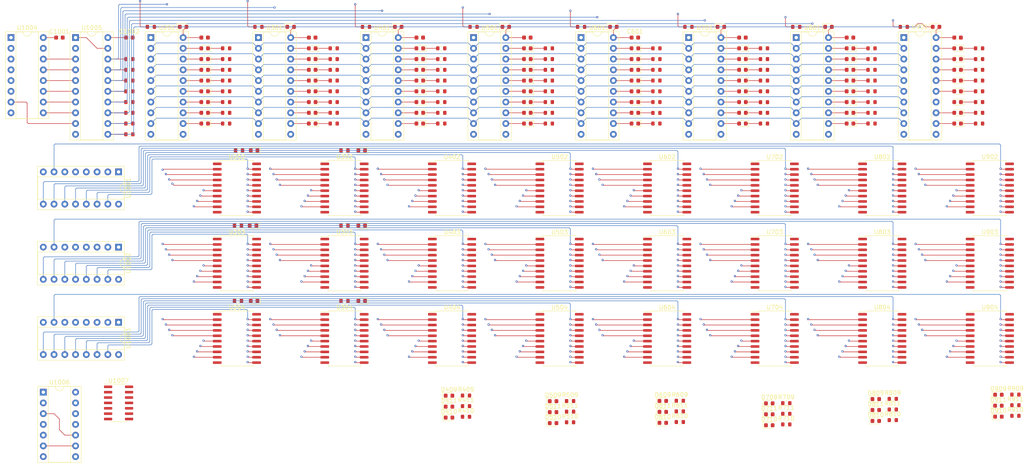
<source format=kicad_pcb>
(kicad_pcb (version 20221018) (generator pcbnew)
  (layers (0 "F.Cu" signal) (1 "In1.Cu" signal) (2 "In2.Cu" signal) (31 "B.Cu" signal) (34 "B.Paste" user) (35 "F.Paste" user) (36 "B.SilkS" user "B.Silkscreen") (37 "F.SilkS" user "F.Silkscreen") (38 "B.Mask" user) (39 "F.Mask" user) (44 "Edge.Cuts" user))
  (net 0 "")
  (net 1 "/Register 0/C0")
  (net 2 "/Register 0/C7")
  (net 3 "Net-(D201-K)")
  (net 4 "/Register 0/r0")
  (net 5 "/Selectors/~{A_{select}}0")
  (net 6 "Net-(D209-A)")
  (net 7 "/Selectors/~{C_{select}}0")
  (net 8 "Net-(D202-K)")
  (net 9 "Net-(D210-A)")
  (net 10 "/Selectors/~{B_{select}}0")
  (net 11 "Net-(D211-A)")
  (net 12 "Net-(D203-K)")
  (net 13 "/Selectors/~{A_{select}}1")
  (net 14 "Net-(D309-A)")
  (net 15 "/Selectors/~{C_{select}}1")
  (net 16 "Net-(D204-K)")
  (net 17 "Net-(D310-A)")
  (net 18 "/Selectors/~{B_{select}}1")
  (net 19 "Net-(D311-A)")
  (net 20 "Net-(D205-K)")
  (net 21 "Net-(D409-A)")
  (net 22 "/Selectors/~{C_{select}}2")
  (net 23 "Net-(D206-K)")
  (net 24 "Net-(D410-A)")
  (net 25 "/Selectors/~{B_{select}}2")
  (net 26 "Net-(D411-A)")
  (net 27 "/Selectors/~{Active}")
  (net 28 "Net-(D207-K)")
  (net 29 "Net-(D509-A)")
  (net 30 "/Selectors/~{C_{select}}3")
  (net 31 "Net-(D208-K)")
  (net 32 "/Register 0/r7")
  (net 33 "Net-(D510-A)")
  (net 34 "/Selectors/~{B_{select}}3")
  (net 35 "Net-(D511-A)")
  (net 36 "Net-(D301-K)")
  (net 37 "/Register 1/r0")
  (net 38 "Net-(D302-K)")
  (net 39 "Net-(D303-K)")
  (net 40 "Net-(D304-K)")
  (net 41 "Net-(D305-K)")
  (net 42 "Net-(D306-K)")
  (net 43 "Net-(D307-K)")
  (net 44 "Net-(D308-K)")
  (net 45 "/Register 1/r7")
  (net 46 "Net-(D401-K)")
  (net 47 "/Register 2/r0")
  (net 48 "Net-(D402-K)")
  (net 49 "Net-(D403-K)")
  (net 50 "Net-(D404-K)")
  (net 51 "Net-(D405-K)")
  (net 52 "Net-(D406-K)")
  (net 53 "Net-(D407-K)")
  (net 54 "Net-(D408-K)")
  (net 55 "/Register 2/r7")
  (net 56 "Net-(D501-K)")
  (net 57 "/Register 3/r0")
  (net 58 "Net-(D502-K)")
  (net 59 "Net-(D503-K)")
  (net 60 "Net-(D504-K)")
  (net 61 "Net-(D505-K)")
  (net 62 "Net-(D506-K)")
  (net 63 "Net-(D507-K)")
  (net 64 "Net-(D508-K)")
  (net 65 "/Register 3/r7")
  (net 66 "Net-(D601-K)")
  (net 67 "/Register 4/r0")
  (net 68 "Net-(D602-K)")
  (net 69 "Net-(D603-K)")
  (net 70 "Net-(D604-K)")
  (net 71 "Net-(D605-K)")
  (net 72 "Net-(D606-K)")
  (net 73 "Net-(D607-K)")
  (net 74 "Net-(D608-K)")
  (net 75 "/Register 4/r7")
  (net 76 "Net-(D701-K)")
  (net 77 "/Register 7/r0")
  (net 78 "Net-(D702-K)")
  (net 79 "Net-(D703-K)")
  (net 80 "Net-(D704-K)")
  (net 81 "Net-(D705-K)")
  (net 82 "Net-(D706-K)")
  (net 83 "Net-(D707-K)")
  (net 84 "Net-(D708-K)")
  (net 85 "/Register 7/r7")
  (net 86 "Net-(D801-K)")
  (net 87 "/Register 6/r0")
  (net 88 "Net-(D802-K)")
  (net 89 "Net-(D803-K)")
  (net 90 "Net-(D804-K)")
  (net 91 "Net-(D805-K)")
  (net 92 "Net-(D806-K)")
  (net 93 "Net-(D807-K)")
  (net 94 "Net-(D808-K)")
  (net 95 "/Register 6/r7")
  (net 96 "Net-(D901-K)")
  (net 97 "/Register 5/r0")
  (net 98 "Net-(D902-K)")
  (net 99 "Net-(D903-K)")
  (net 100 "Net-(D904-K)")
  (net 101 "Net-(D905-K)")
  (net 102 "Net-(D906-K)")
  (net 103 "Net-(D907-K)")
  (net 104 "Net-(D908-K)")
  (net 105 "/Register 5/r7")
  (net 106 "GND")
  (net 107 "/Register 0/r6")
  (net 108 "/Register 0/r5")
  (net 109 "/Register 0/r4")
  (net 110 "/Register 0/r3")
  (net 111 "/Register 0/r2")
  (net 112 "/Register 0/r1")
  (net 113 "/Register 0/A7")
  (net 114 "/Register 0/A6")
  (net 115 "/Register 0/A5")
  (net 116 "/Register 0/A4")
  (net 117 "/Register 0/A3")
  (net 118 "/Register 0/A2")
  (net 119 "/Register 0/A1")
  (net 120 "/Register 0/A0")
  (net 121 "/Register 0/B7")
  (net 122 "/Register 0/B6")
  (net 123 "/Register 0/B5")
  (net 124 "/Register 0/B4")
  (net 125 "/Register 0/B3")
  (net 126 "/Register 0/B2")
  (net 127 "/Register 0/B1")
  (net 128 "/Register 0/B0")
  (net 129 "/Register 0/C6")
  (net 130 "/Register 0/C5")
  (net 131 "/Register 0/C4")
  (net 132 "/Register 0/C3")
  (net 133 "/Register 0/C2")
  (net 134 "/Register 0/C1")
  (net 135 "/Register 1/r6")
  (net 136 "/Register 1/r5")
  (net 137 "/Register 1/r4")
  (net 138 "/Register 1/r3")
  (net 139 "/Register 1/r2")
  (net 140 "/Register 1/r1")
  (net 141 "/Register 2/r6")
  (net 142 "/Register 2/r5")
  (net 143 "/Register 2/r4")
  (net 144 "/Register 2/r3")
  (net 145 "/Register 2/r2")
  (net 146 "/Register 2/r1")
  (net 147 "/Register 3/r6")
  (net 148 "/Register 3/r5")
  (net 149 "/Register 3/r4")
  (net 150 "/Register 3/r3")
  (net 151 "/Register 3/r2")
  (net 152 "/Register 3/r1")
  (net 153 "/Register 4/r6")
  (net 154 "/Register 4/r5")
  (net 155 "/Register 4/r4")
  (net 156 "/Register 4/r3")
  (net 157 "/Register 4/r2")
  (net 158 "/Register 4/r1")
  (net 159 "/Register 7/r6")
  (net 160 "/Register 7/r5")
  (net 161 "/Register 7/r4")
  (net 162 "/Register 7/r3")
  (net 163 "/Register 7/r2")
  (net 164 "/Register 7/r1")
  (net 167 "/Selectors/~{A_{select}}7")
  (net 168 "/Selectors/~{A_{select}}6")
  (net 169 "/Selectors/~{A_{select}}5")
  (net 170 "/Selectors/~{A_{select}}4")
  (net 171 "/Selectors/~{A_{select}}3")
  (net 172 "/Selectors/~{A_{select}}2")
  (net 173 "/Selectors/R_{A}0")
  (net 174 "/Selectors/R_{A}1")
  (net 175 "/Selectors/R_{A}2")
  (net 176 "/Register 6/r6")
  (net 177 "/Register 6/r5")
  (net 178 "/Register 6/r4")
  (net 179 "/Register 6/r3")
  (net 180 "/Register 6/r2")
  (net 181 "/Register 6/r1")
  (net 182 "/Register 5/r6")
  (net 183 "/Register 5/r5")
  (net 184 "/Register 5/r4")
  (net 185 "/Register 5/r3")
  (net 186 "/Register 5/r2")
  (net 187 "/Register 5/r1")
  (net 188 "Net-(D609-A)")
  (net 189 "/Selectors/~{C_{select}}4")
  (net 190 "Net-(D610-A)")
  (net 191 "/Selectors/~{B_{select}}4")
  (net 192 "Net-(D611-A)")
  (net 193 "Net-(D709-A)")
  (net 194 "/Selectors/~{C_{select}}5")
  (net 195 "Net-(D710-A)")
  (net 196 "/Selectors/~{B_{select}}5")
  (net 197 "Net-(D711-A)")
  (net 198 "Net-(D809-A)")
  (net 199 "/Selectors/~{C_{select}}6")
  (net 200 "Net-(D810-A)")
  (net 201 "/Selectors/~{B_{select}}6")
  (net 202 "Net-(D811-A)")
  (net 203 "Net-(D909-A)")
  (net 204 "/Selectors/~{C_{select}}7")
  (net 205 "Net-(D910-A)")
  (net 206 "/Selectors/~{B_{select}}7")
  (net 207 "Net-(D911-A)")
  (net 208 "+5V")
  (net 209 "/Selectors/R_{B}0")
  (net 210 "/Selectors/R_{B}1")
  (net 211 "/Selectors/R_{B}2")
  (net 212 "/Selectors/C_{W}{slash}~{C_{R}}")
  (net 215 "/Selectors/R_{C}0")
  (net 216 "/Selectors/R_{C}1")
  (net 217 "/Selectors/R_{C}2")
  (net 218 "/Selectors/~{Execute}")
  (net 219 "/Selectors/De")
  (net 221 "/Selectors/Ex")
  (net 223 "Net-(D1001-K)")
  (net 224 "Net-(D1002-K)")
  (net 225 "Net-(D1003-K)")
  (net 226 "Net-(D1004-K)")
  (net 227 "Net-(D1005-K)")
  (net 228 "Net-(D1006-K)")
  (net 229 "Net-(D1007-K)")
  (net 230 "Net-(D1008-K)")
  (net 231 "/Selectors/Co")
  (net 232 "/Selectors/C_{Write}7")
  (net 233 "/Selectors/C_{Write}6")
  (net 234 "/Selectors/C_{Write}5")
  (net 235 "/Selectors/C_{Write}4")
  (net 236 "/Selectors/C_{Write}3")
  (net 237 "/Selectors/C_{Write}2")
  (net 238 "/Selectors/C_{Write}1")
  (net 239 "/Selectors/C_{Write}0")
  (net 240 "/Selectors/PC")
  (net 241 "/Selectors/W0")
  (net 242 "/Selectors/W1")
  (net 243 "/Selectors/W2")
  (net 244 "/Selectors/W3")
  (net 245 "/Selectors/W4")
  (net 246 "/Selectors/W5")
  (net 247 "/Selectors/W6")
  (net 248 "/Selectors/W7")
  (net 249 "Net-(U1006-Pad10)")
  (net 250 "Net-(U1006-Pad8)")
  (net 262 "Net-(U1006-Pad6)")
  (footprint "LED_SMD:LED_0603_1608Metric" (layer "F.Cu") (at 63.5 27.94 180)
    (fp_text reference "D201" hide)
    (fp_text value "GREEN")
  )
  (footprint "Resistor_SMD:R_0603_1608Metric" (layer "F.Cu") (at 144.78 27.94 180)
    (fp_text reference "R501" hide)
    (fp_text value "4k7")
  )
  (footprint "Resistor_SMD:R_0603_1608Metric" (layer "F.Cu") (at 170.18 38.1 180)
    (fp_text reference "R605" hide)
    (fp_text value "4k7")
  )
  (footprint "Package_DIP:DIP-20_W7.62mm_Socket" (layer "F.Cu") (at 177.8 25.4)
    (fp_text reference "U701")
    (fp_text value "74HCT574")
  )
  (footprint "Package_SO:SOIC-20W_7.5x12.8mm_P1.27mm" (layer "F.Cu") (at 121.92 96.52)
    (fp_text reference "U404")
    (fp_text value "74HC245")
  )
  (footprint "LED_SMD:LED_0603_1608Metric" (layer "F.Cu") (at 185.42 22.86)
    (fp_text reference "D1006" hide)
    (fp_text value "YELLOW")
  )
  (footprint "Resistor_SMD:R_0603_1608Metric" (layer "F.Cu") (at 144.78 38.1 180)
    (fp_text reference "R505" hide)
    (fp_text value "4k7")
  )
  (footprint "Resistor_SMD:R_0603_1608Metric" (layer "F.Cu") (at 119.38 35.56 180)
    (fp_text reference "R404" hide)
    (fp_text value "4k7")
  )
  (footprint "Capacitor_SMD:C_0603_1608Metric" (layer "F.Cu") (at 215.9 25.4)
    (fp_text reference "C801" hide)
    (fp_text value "100n")
  )
  (footprint "Resistor_SMD:R_0603_1608Metric" (layer "F.Cu") (at 93.98 38.1 180)
    (fp_text reference "R305" hide)
    (fp_text value "4k7")
  )
  (footprint "Package_SO:SOIC-20W_7.5x12.8mm_P1.27mm" (layer "F.Cu") (at 71.12 60.96)
    (fp_text reference "U202")
    (fp_text value "74HC245")
  )
  (footprint "Resistor_SMD:R_0603_1608Metric" (layer "F.Cu") (at 119.38 40.64 180)
    (fp_text reference "R406" hide)
    (fp_text value "4k7")
  )
  (footprint "Resistor_SMD:R_0603_1608Metric" (layer "F.Cu") (at 246.38 40.64 180)
    (fp_text reference "R906" hide)
    (fp_text value "4k7")
  )
  (footprint "Capacitor_SMD:C_0603_1608Metric" (layer "F.Cu") (at 88.9 25.4)
    (fp_text reference "C301" hide)
    (fp_text value "100n")
  )
  (footprint "LED_SMD:LED_0603_1608Metric" (layer "F.Cu") (at 190.5 33.02 180)
    (fp_text reference "D703" hide)
    (fp_text value "GREEN")
  )
  (footprint "LED_SMD:LED_0603_1608Metric" (layer "F.Cu") (at 139.7 35.56 180)
    (fp_text reference "D504" hide)
    (fp_text value "GREEN")
  )
  (footprint "Package_SO:SOIC-20W_7.5x12.8mm_P1.27mm" (layer "F.Cu") (at 248.92 78.74)
    (fp_text reference "U903")
    (fp_text value "74HC245")
  )
  (footprint "Resistor_SMD:R_0603_1608Metric" (layer "F.Cu") (at 170.18 33.02 180)
    (fp_text reference "R603" hide)
    (fp_text value "4k7")
  )
  (footprint "LED_SMD:LED_0603_1608Metric" (layer "F.Cu") (at 88.9 27.94 180)
    (fp_text reference "D301" hide)
    (fp_text value "GREEN")
  )
  (footprint "Capacitor_SMD:C_0603_1608Metric" (layer "F.Cu") (at 29.21 25.4)
    (fp_text reference "C1001")
    (fp_text value "100n")
  )
  (footprint "LED_SMD:LED_0603_1608Metric" (layer "F.Cu") (at 196.841 114.45)
    (fp_text reference "D711")
    (fp_text value "Blue")
  )
  (footprint "Capacitor_SMD:C_0603_1608Metric" (layer "F.Cu") (at 165.1 25.4)
    (fp_text reference "C601")
    (fp_text value "100n")
  )
  (footprint "LED_SMD:LED_0603_1608Metric" (layer "F.Cu") (at 145.787 116.532)
    (fp_text reference "D510")
    (fp_text value "Blue")
  )
  (footprint "Resistor_SMD:R_0603_1608Metric" (layer "F.Cu") (at 119.38 38.1 180)
    (fp_text reference "R405" hide)
    (fp_text value "4k7")
  )
  (footprint "LED_SMD:LED_0603_1608Metric" (layer "F.Cu") (at 215.9 45.72 180)
    (fp_text reference "D808" hide)
    (fp_text value "GREEN")
  )
  (footprint "Resistor_SMD:R_0603_1608Metric" (layer "F.Cu") (at 220.98 45.72 180)
    (fp_text reference "R808" hide)
    (fp_text value "4k7")
  )
  (footprint "LED_SMD:LED_0603_1608Metric" (layer "F.Cu") (at 196.841 117.04)
    (fp_text reference "D710")
    (fp_text value "Blue")
  )
  (footprint "Resistor_SMD:R_0603_1608Metric" (layer "F.Cu") (at 149.797 111.312)
    (fp_text reference "R509")
    (fp_text value "4k7")
  )
  (footprint "Resistor_SMD:R_0603_1608Metric" (layer "F.Cu") (at 144.78 40.64 180)
    (fp_text reference "R506" hide)
    (fp_text value "4k7")
  )
  (footprint "Resistor_SMD:R_0603_1608Metric" (layer "F.Cu") (at 152.4 22.86)
    (fp_text reference "R1013" hide)
    (fp_text value "4k7")
  )
  (footprint "LED_SMD:LED_0603_1608Metric" (layer "F.Cu") (at 100.584 87.63 180)
    (fp_text reference "D310" hide)
    (fp_text value "Blue")
  )
  (footprint "Resistor_SMD:R_0603_1608Metric" (layer "F.Cu") (at 144.78 43.18 180)
    (fp_text reference "R507" hide)
    (fp_text value "4k7")
  )
  (footprint "LED_SMD:LED_0603_1608Metric" (layer "F.Cu") (at 139.7 43.18 180)
    (fp_text reference "D507" hide)
    (fp_text value "GREEN")
  )
  (footprint "Resistor_SMD:R_0603_1608Metric" (layer "F.Cu") (at 254.953 112.298)
    (fp_text reference "R911")
    (fp_text value "4k7")
  )
  (footprint "LED_SMD:LED_0603_1608Metric" (layer "F.Cu") (at 241.3 27.94 180)
    (fp_text reference "D901" hide)
    (fp_text value "GREEN")
  )
  (footprint "LED_SMD:LED_0603_1608Metric" (layer "F.Cu") (at 139.7 30.48 180)
    (fp_text reference "D502" hide)
    (fp_text value "GREEN")
  )
  (footprint "Resistor_SMD:R_0603_1608Metric" (layer "F.Cu") (at 76.2 22.86)
    (fp_text reference "R1010" hide)
    (fp_text value "4k7")
  )
  (footprint "Resistor_SMD:R_0603_1608Metric" (layer "F.Cu") (at 220.98 30.48 180)
    (fp_text reference "R802" hide)
    (fp_text value "4k7")
  )
  (footprint "LED_SMD:LED_0603_1608Metric" (layer "F.Cu") (at 190.5 45.72 180)
    (fp_text reference "D708" hide)
    (fp_text value "GREEN")
  )
  (footprint "LED_SMD:LED_0603_1608Metric" (layer "F.Cu") (at 190.5 27.94 180)
    (fp_text reference "D701" hide)
    (fp_text value "GREEN")
  )
  (footprint "LED_SMD:LED_0603_1608Metric" (layer "F.Cu") (at 190.5 43.18 180)
    (fp_text reference "D707" hide)
    (fp_text value "GREEN")
  )
  (footprint "LED_SMD:LED_0603_1608Metric" (layer "F.Cu") (at 88.9 40.64 180)
    (fp_text reference "D306" hide)
    (fp_text value "GREEN")
  )
  (footprint "Capacitor_SMD:C_0603_1608Metric" (layer "F.Cu") (at 139.7 25.4)
    (fp_text reference "C501" hide)
    (fp_text value "100n")
  )
  (footprint "LED_SMD:LED_0603_1608Metric" (layer "F.Cu") (at 114.3 45.72 180)
    (fp_text reference "D408" hide)
    (fp_text value "GREEN")
  )
  (footprint "LED_SMD:LED_0603_1608Metric" (layer "F.Cu") (at 121.212 110.052)
    (fp_text reference "D409")
    (fp_text value "Blue")
  )
  (footprint "Capacitor_SMD:C_0603_1608Metric" (layer "F.Cu") (at 241.3 25.4)
    (fp_text reference "C901" hide)
    (fp_text value "100n")
  )
  (footprint "Package_DIP:DIP-20_W7.62mm_Socket" (layer "F.Cu") (at 127 25.4)
    (fp_text reference "U501")
    (fp_text value "74HCT574")
  )
  (footprint "Resistor_SMD:R_0603_1608Metric" (layer "F.Cu") (at 246.38 43.18 180)
    (fp_text reference "R907" hide)
    (fp_text value "4k7")
  )
  (footprint "LED_SMD:LED_0603_1608Metric" (layer "F.Cu") (at 250.943 115.008)
    (fp_text reference "D910")
    (fp_text value "Blue")
  )
  (footprint "Resistor_SMD:R_0603_1608Metric" (layer "F.Cu") (at 93.98 33.02 180)
    (fp_text reference "R303" hide)
    (fp_text value "4k7")
  )
  (footprint "Resistor_SMD:R_0603_1608Metric" (layer "F.Cu") (at 246.38 35.56 180)
    (fp_text reference "R904" hide)
    (fp_text value "4k7")
  )
  (footprint "Resistor_SMD:R_0603_1608Metric" (layer "F.Cu") (at 220.98 38.1 180)
    (fp_text reference "R805" hide)
    (fp_text value "4k7")
  )
  (footprint "Package_SO:SOIC-20W_7.5x12.8mm_P1.27mm" (layer "F.Cu") (at 172.72 60.96)
    (fp_text reference "U602")
    (fp_text value "74HC245")
  )
  (footprint "Resistor_SMD:R_0603_1608Metric" (layer "F.Cu") (at 200.851 116.84)
    (fp_text reference "R710")
    (fp_text value "4k7")
  )
  (footprint "Package_DIP:DIP-20_W7.62mm_Socket" (layer "F.Cu") (at 228.6 25.4)
    (fp_text reference "U901")
    (fp_text value "74HCT574")
  )
  (footprint "LED_SMD:LED_0603_1608Metric" (layer "F.Cu") (at 88.9 33.02 180)
    (fp_text reference "D303" hide)
    (fp_text value "GREEN")
  )
  (footprint "Resistor_SMD:R_0603_1608Metric" (layer "F.Cu") (at 170.18 43.21 180)
    (fp_text reference "R607" hide)
    (fp_text value "4k7")
  )
  (footprint "LED_SMD:LED_0603_1608Metric" (layer "F.Cu") (at 139.7 27.94 180)
    (fp_text reference "D501" hide)
    (fp_text value "GREEN")
  )
  (footprint "LED_SMD:LED_0603_1608Metric" (layer "F.Cu") (at 250.943 109.828)
    (fp_text reference "D909")
    (fp_text value "Blue")
  )
  (footprint "LED_SMD:LED_0603_1608Metric" (layer "F.Cu") (at 114.3 27.94 180)
    (fp_text reference "D401" hide)
    (fp_text value "GREEN")
  )
  (footprint "Package_SO:SOIC-20W_7.5x12.8mm_P1.27mm" (layer "F.Cu") (at 96.52 60.96)
    (fp_text reference "U302")
    (fp_text value "74HC245")
  )
  (footprint "LED_SMD:LED_0603_1608Metric" (layer "F.Cu") (at 63.5 30.48 180)
    (fp_text reference "D202" hide)
    (fp_text value "GREEN")
  )
  (footprint "Resistor_SMD:R_0603_1608Metric" (layer "F.Cu") (at 71.628 52.07 180)
    (fp_text reference "R209" hide)
    (fp_text value "4k7")
  )
  (footprint "LED_SMD:LED_0603_1608Metric" (layer "F.Cu") (at 139.7 45.72 180)
    (fp_text reference "D508" hide)
    (fp_text value "GREEN")
  )
  (footprint "LED_SMD:LED_0603_1608Metric" (layer "F.Cu") (at 190.5 30.48 180)
    (fp_text reference "D702" hide)
    (fp_text value "GREEN")
  )
  (footprint "Package_DIP:DIP-14_W7.62mm_Socket" (layer "F.Cu") (at 25.4 109.22)
    (fp_text reference "U1006")
    (fp_text value "74HC32")
  )
  (footprint "LED_SMD:LED_0603_1608Metric" (layer "F.Cu") (at 63.5 38.1 180)
    (fp_text reference "D205" hide)
    (fp_text value "GREEN")
  )
  (footprint "Resistor_SMD:R_0603_1608Metric" (layer "F.Cu") (at 225.997 110.804)
    (fp_text reference "R809")
    (fp_text value "4k7")
  )
  (footprint "Resistor_SMD:R_0603_1608Metric" (layer "F.Cu") (at 68.58 45.72 180)
    (fp_text reference "R208" hide)
    (fp_text value "4k7")
  )
  (footprint "Resistor_SMD:R_0603_1608Metric" (layer "F.Cu") (at 195.58 30.48 180)
    (fp_text reference "R702" hide)
    (fp_text value "4k7")
  )
  (footprint "Resistor_SMD:R_0603_1608Metric" (layer "F.Cu") (at 119.38 43.18 180)
    (fp_text reference "R407" hide)
    (fp_text value "4k7")
  )
  (footprint "LED_SMD:LED_0603_1608Metric" (layer "F.Cu") (at 100.584 52.07 180)
    (fp_text reference "D309" hide)
    (fp_text value "Blue")
  )
  (footprint "Resistor_SMD:R_0603_1608Metric" (layer "F.Cu") (at 45.72 40.64)
    (fp_text reference "R1005" hide)
    (fp_text value "220k")
  )
  (footprint "Resistor_SMD:R_0603_1608Metric" (layer "F.Cu") (at 203.2 22.86)
    (fp_text reference "R1015" hide)
    (fp_text value "4k7")
  )
  (footprint "Package_DIP:DIP-16_W7.62mm_Socket" (layer "F.Cu") (at 43.18 74.93 -90)
    (fp_text reference "U1002")
    (fp_text value "74HC138")
  )
  (footprint "Resistor_SMD:R_0603_1608Metric" (layer "F.Cu") (at 175.705 113.762)
    (fp_text reference "R611")
    (fp_text value "4k7")
  )
  (footprint "LED_SMD:LED_0603_1608Metric" (layer "F.Cu") (at 236.22 22.86)
    (fp_text reference "D1008" hide)
    (fp_text value "YELLOW")
  )
  (footprint "Resistor_SMD:R_0603_1608Metric" (layer "F.Cu") (at 125.222 110.012)
    (fp_text reference "R409")
    (fp_text value "4k7")
  )
  (footprint "LED_SMD:LED_0603_1608Metric" (layer "F.Cu") (at 215.9 35.56 180)
    (fp_text reference "D804" hide)
    (fp_text value "GREEN")
  )
  (footprint "Resistor_SMD:R_0603_1608Metric" (layer "F.Cu") (at 68.58 27.94 180)
    (fp_text reference "R201" hide)
    (fp_text value "4k7")
  )
  (footprint "LED_SMD:LED_0603_1608Metric" (layer "F.Cu") (at 165.1 40.64 180)
    (fp_text reference "D606" hide)
    (fp_text value "GREEN")
  )
  (footprint "Resistor_SMD:R_0603_1608Metric" (layer "F.Cu") (at 71.374 69.85 180)
    (fp_text reference "R211" hide)
    (fp_text value "4k7")
  )
  (footprint "Resistor_SMD:R_0603_1608Metric" (layer "F.Cu") (at 125.222 115.032)
    (fp_text reference "R410")
    (fp_text value "4k7")
  )
  (footprint "Resistor_SMD:R_0603_1608Metric" (layer "F.Cu") (at 220.98 43.18 180)
    (fp_text reference "R807" hide)
    (fp_text value "4k7")
  )
  (footprint "Resistor_SMD:R_0603_1608Metric" (layer "F.Cu") (at 45.72 48.26)
    (fp_text reference "R1008" hide)
    (fp_text value "220k")
  )
  (footprint "LED_SMD:LED_0603_1608Metric" (layer "F.Cu") (at 88.9 35.56 180)
    (fp_text reference "D304" hide)
    (fp_text value "GREEN")
  )
  (footprint "Resistor_SMD:R_0603_1608Metric" (layer "F.Cu") (at 45.72 35.56)
    (fp_text reference "R1003" hide)
    (fp_text value "220k")
  )
  (footprint "LED_SMD:LED_0603_1608Metric" (layer "F.Cu") (at 241.3 40.64 180)
    (fp_text reference "D906" hide)
    (fp_text value "GREEN")
  )
  (footprint "LED_SMD:LED_0603_1608Metric" (layer "F.Cu") (at 75.184 87.63 180)
    (fp_text reference "D210" hide)
    (fp_text value "Blue")
  )
  (footprint "Package_DIP:DIP-16_W7.62mm_Socket" (layer "F.Cu") (at 43.18 92.71 -90)
    (fp_text reference "U1003")
    (fp_text value "74HC138")
  )
  (footprint "LED_SMD:LED_0603_1608Metric" (layer "F.Cu") (at 58.42 22.86)
    (fp_text reference "D1001" hide)
    (fp_text value "YELLOW")
  )
  (footprint "Resistor_SMD:R_0603_1608Metric" (layer "F.Cu") (at 246.38 27.94 180)
    (fp_text reference "R901" hide)
    (fp_text value "4k7")
  )
  (footprint "LED_SMD:LED_0603_1608Metric" (layer "F.Cu") (at 215.9 27.94 180)
    (fp_text reference "D801" hide)
    (fp_text value "GREEN")
  )
  (footprint "LED_SMD:LED_0603_1608Metric" (layer "F.Cu") (at 171.695 116.472)
    (fp_text reference "D610")
    (fp_text value "Blue")
  )
  (footprint "LED_SMD:LED_0603_1608Metric" (layer "F.Cu") (at 215.9 30.48 180)
    (fp_text reference "D802" hide)
    (fp_text value "GREEN")
  )
  (footprint "Resistor_SMD:R_0603_1608Metric" (layer "F.Cu") (at 170.18 27.94 180)
    (fp_text reference "R601" hide)
    (fp_text value "4k7")
  )
  (footprint "Resistor_SMD:R_0603_1608Metric" (layer "F.Cu") (at 200.851 111.82)
    (fp_text reference "R709")
    (fp_text value "4k7")
  )
  (footprint "LED_SMD:LED_0603_1608Metric" (layer "F.Cu") (at 221.987 110.844)
    (fp_text reference "D809")
    (fp_text value "Blue")
  )
  (footprint "LED_SMD:LED_0603_1608Metric" (layer "F.Cu") (at 221.987 113.434)
    (fp_text reference "D811")
    (fp_text value "Blue")
  )
  (footprint "Resistor_SMD:R_0603_1608Metric" (layer "F.Cu") (at 225.997 113.314)
    (fp_text reference "R811")
    (fp_text value "4k7")
  )
  (footprint "Resistor_SMD:R_0603_1608Metric" (layer "F.Cu") (at 68.58 33.02 180)
    (fp_text reference "R203" hide)
    (fp_text value "4k7")
  )
  (footprint "Package_SO:SOIC-14_3.9x8.7mm_P1.27mm" (layer "F.Cu") (at 43.18 111.76)
    (fp_text reference "U1007")
    (fp_text value "74HC14")
  )
  (footprint "Resistor_SMD:R_0603_1608Metric" (layer "F.Cu") (at 127 22.86)
    (fp_text reference "R1012" hide)
    (fp_text value "4k7")
  )
  (footprint "LED_SMD:LED_0603_1608Metric" (layer "F.Cu") (at 114.3 43.18 180)
    (fp_text reference "D407" hide)
    (fp_text value "GREEN")
  )
  (footprint "Resistor_SMD:R_0603_1608Metric" (layer "F.Cu") (at 101.6 22.86)
    (fp_text reference "R1011" hide)
    (fp_text value "4k7")
  )
  (footprint "Package_SO:SOIC-20W_7.5x12.8mm_P1.27mm" (layer "F.Cu") (at 71.12 96.52)
    (fp_text reference "U204")
    (fp_text value "74HC245")
  )
  (footprint "Resistor_SMD:R_0603_1608Metric" (layer "F.Cu") (at 119.38 27.94 180)
    (fp_text reference "R401" hide)
    (fp_text value "4k7")
  )
  (footprint "LED_SMD:LED_0603_1608Metric" (layer "F.Cu") (at 88.9 30.48 180)
    (fp_text reference "D302" hide)
    (fp_text value "GREEN")
  )
  (footprint "Resistor_SMD:R_0603_1608Metric" (layer "F.Cu") (at 144.78 30.48 180)
    (fp_text reference "R502" hide)
    (fp_text value "4k7")
  )
  (footprint "LED_SMD:LED_0603_1608Metric" (layer "F.Cu") (at 139.7 40.64 180)
    (fp_text reference "D506" hide)
    (fp_text value "GREEN")
  )
  (footprint "Package_DIP:DIP-16_W7.62mm_Socket" (layer "F.Cu") (at 43.18 57.15 -90)
    (fp_text reference "U1001")
    (fp_text value "74HC138")
  )
  (footprint "Resistor_SMD:R_0603_1608Metric" (layer "F.Cu") (at 119.38 45.72 180)
    (fp_text reference "R408" hide)
    (fp_text value "4k7")
  )
  (footprint "Package_SO:SOIC-20W_7.5x12.8mm_P1.27mm" (layer "F.Cu") (at 147.32 78.74)
    (fp_text reference "U503")
    (fp_text value "74HC245")
  )
  (footprint "LED_SMD:LED_0603_1608Metric" (layer "F.Cu") (at 165.1 35.56 180)
    (fp_text reference "D604" hide)
    (fp_text value "GREEN")
  )
  (footprint "LED_SMD:LED_0603_1608Metric" (layer "F.Cu") (at 114.3 30.48 180)
    (fp_text reference "D402" hide)
    (fp_text value "GREEN")
  )
  (footprint "Resistor_SMD:R_0603_1608Metric" (layer "F.Cu") (at 254.953 114.808)
    (fp_text reference "R910")
    (fp_text value "4k7")
  )
  (footprint "Package_SO:SOIC-20W_7.5x12.8mm_P1.27mm" (layer "F.Cu") (at 223.52 60.96)
    (fp_text reference "U802")
    (fp_text value "74HC245")
  )
  (footprint "LED_SMD:LED_0603_1608Metric" (layer "F.Cu") (at 114.3 35.56 180)
    (fp_text reference "D404" hide)
    (fp_text value "GREEN")
  )
  (footprint "LED_SMD:LED_0603_1608Metric" (layer "F.Cu") (at 88.9 45.72 180)
    (fp_text reference "D308" hide)
    (fp_text value "GREEN")
  )
  (footprint "LED_SMD:LED_0603_1608Metric" (layer "F.Cu") (at 241.3 38.1 180)
    (fp_text reference "D905" hide)
    (fp_text value "GREEN")
  )
  (footprint "Resistor_SMD:R_0603_1608Metric" (layer "F.Cu") (at 246.38 38.1 180)
    (fp_text reference "R905" hide)
    (fp_text value "4k7")
  )
  (footprint "Package_DIP:DIP-20_W7.62mm_Socket" (layer "F.Cu") (at 76.2 25.4)
    (fp_text reference "U301")
    (fp_text value "74HCT574")
  )
  (footprint "LED_SMD:LED_0603_1608Metric" (layer "F.Cu") (at 215.9 43.18 180)
    (fp_text reference "D807" hide)
    (fp_text value "GREEN")
  )
  (footprint "Resistor_SMD:R_0603_1608Metric" (layer "F.Cu") (at 45.72 30.48)
    (fp_text reference "R1001" hide)
    (fp_text value "220k")
  )
  (footprint "Resistor_SMD:R_0603_1608Metric" (layer "F.Cu") (at 144.78 45.72 180)
    (fp_text reference "R508" hide)
    (fp_text value "4k7")
  )
  (footprint "LED_SMD:LED_0603_1608Metric" (layer "F.Cu") (at 241.3 35.56 180)
    (fp_text reference "D904" hide)
    (fp_text value "GREEN")
  )
  (footprint "Package_SO:SOIC-20W_7.5x12.8mm_P1.27mm" (layer "F.Cu") (at 71.12 78.74)
    (fp_text reference "U203")
    (fp_text value "74HC245")
  )
  (footprint "Resistor_SMD:R_0603_1608Metric" (layer "F.Cu") (at 225.997 115.824)
    (fp_text reference "R810")
    (fp_text value "4k7")
  )
  (footprint "LED_SMD:LED_0603_1608Metric" (layer "F.Cu") (at 139.7 38.1 180)
    (fp_text reference "D505" hide)
    (fp_text value "GREEN")
  )
  (footprint "Package_SO:SOIC-20W_7.5x12.8mm_P1.27mm" (layer "F.Cu") (at 248.92 96.52)
    (fp_text reference "U904")
    (fp_text value "74HC245")
  )
  (footprint "Resistor_SMD:R_0603_1608Metric" (layer "F.Cu") (at 125.222 112.522)
    (fp_text reference "R411")
    (fp_text value "4k7")
  )
  (footprint "Resistor_SMD:R_0603_1608Metric" (layer "F.Cu") (at 220.98 33.02 180)
    (fp_text reference "R803" hide)
    (fp_text value "4k7")
  )
  (footprint "LED_SMD:LED_0603_1608Metric" (layer "F.Cu") (at 165.1 43.18 180)
    (fp_text reference "D607" hide)
    (fp_text value "GREEN")
  )
  (footprint "LED_SMD:LED_0603_1608Metric" (layer "F.Cu") (at 165.1 38.1 180)
    (fp_text reference "D605" hide)
    (fp_text value "GREEN")
  )
  (footprint "LED_SMD:LED_0603_1608Metric" (layer "F.Cu") (at 165.1 27.94 180)
    (fp_text reference "D601" hide)
    (fp_text value "GREEN")
  )
  (footprint "Package_DIP:DIP-20_W7.62mm_Socket" (layer "F.Cu") (at 50.8 25.4)
    (fp_text reference "U201")
    (fp_text value "74HCT574")
  )
  (footprint "Package_SO:SOIC-20W_7.5x12.8mm_P1.27mm" (layer "F.Cu") (at 198.12 96.52)
    (fp_text reference "U704")
    (fp_text value "74HC245")
  )
  (footprint "Resistor_SMD:R_0603_1608Metric" (layer "F.Cu") (at 170.18 40.64 180)
    (fp_text reference "R606" hide)
    (fp_text value "4k7")
  )
  (footprint "LED_SMD:LED_0603_1608Metric" (layer "F.Cu") (at 165.1 45.72 180)
    (fp_text reference "D608" hide)
    (fp_text value "GREEN")
  )
  (footprint "LED_SMD:LED_0603_1608Metric" (layer "F.Cu") (at 139.7 33.02 180)
    (fp_text reference "D503" hide)
    (fp_text value "GREEN")
  )
  (footprint "LED_SMD:LED_0603_1608Metric" (layer "F.Cu") (at 215.9 40.64 180)
    (fp_text reference "D806" hide)
    (fp_text value "GREEN")
  )
  (footprint "LED_SMD:LED_0603_1608Metric" (layer "F.Cu") (at 241.3 45.72 180)
    (fp_text reference "D908" hide)
    (fp_text value "GREEN")
  )
  (footprint "Resistor_SMD:R_0603_1608Metric" (layer "F.Cu") (at 170.18 35.56 180)
    (fp_text reference "R604" hide)
    (fp_text value "4k7")
  )
  (footprint "LED_SMD:LED_0603_1608Metric" (layer "F.Cu") (at 190.5 35.56 180)
    (fp_text reference "D704" hide)
    (fp_text value "GREEN")
  )
  (footprint "Capacitor_SMD:C_0603_1608Metric" (layer "F.Cu") (at 114.3 25.4)
    (fp_text reference "C401" hide)
    (fp_text value "100n")
  )
  (footprint "Resistor_SMD:R_0603_1608Metric" (layer "F.Cu") (at 119.38 30.48 180)
    (fp_text reference "R402" hide)
    (fp_text value "4k7")
  )
  (footprint "LED_SMD:LED_0603_1608Metric" (layer "F.Cu") (at 63.5 33.02 180)
    (fp_text reference "D203" hide)
    (fp_text value "GREEN")
  )
  (footprint "Capacitor_SMD:C_0603_1608Metric" (layer "F.Cu") (at 63.5 25.4)
    (fp_text reference "C201" hide)
    (fp_text value "100n")
  )
  (footprint "Package_DIP:DIP-20_W7.62mm_Socket" (layer "F.Cu") (at 33.02 25.4)
    (fp_text reference "U1005")
    (fp_text value "74HC540")
  )
  (footprint "Resistor_SMD:R_0603_1608Metric" (layer "F.Cu") (at 149.797 116.332)
    (fp_text reference "R510")
    (fp_text value "4k7")
  )
  (footprint "Resistor_SMD:R_0603_1608Metric" (layer "F.Cu") (at 195.58 35.56 180)
    (fp_text reference "R704" hide)
    (fp_text value "4k7")
  )
  (footprint "LED_SMD:LED_0603_1608Metric" (layer "F.Cu") (at 160.02 22.86)
    (fp_text reference "D1005" hide)
    (fp_text value "YELLOW")
  )
  (footprint "Resistor_SMD:R_0603_1608Metric" (layer "F.Cu") (at 68.58 43.18 180)
    (fp_text reference "R207" hide)
    (fp_text value "4k7")
  )
  (footprint "LED_SMD:LED_0603_1608Metric" (layer "F.Cu") (at 88.9 43.18 180)
    (fp_text reference "D307" hide)
    (fp_text value "GREEN")
  )
  (footprint "LED_SMD:LED_0603_1608Metric" (layer "F.Cu") (at 241.3 43.18 180)
    (fp_text reference "D907" hide)
    (fp_text value "GREEN")
  )
  (footprint "Package_DIP:DIP-16_W7.62mm_Socket" (layer "F.Cu") (at 17.78 25.4)
    (fp_text reference "U1004")
    (fp_text value "74HC138")
  )
  (footprint "Resistor_SMD:R_0603_1608Metric" (layer "F.Cu") (at 50.8 22.86)
    (fp_text reference "R1009" hide)
    (fp_text value "4k7")
  )
  (footprint "LED_SMD:LED_0603_1608Metric" (layer "F.Cu") (at 100.584 69.85 180)
    (fp_text reference "D311" hide)
    (fp_text value "Blue")
  )
  (footprint "LED_SMD:LED_0603_1608Metric" (layer "F.Cu") (at 114.3 33.02 180)
    (fp_text reference "D403" hide)
    (fp_text value "GREEN")
  )
  (footprint "Resistor_SMD:R_0603_1608Metric" (layer "F.Cu") (at 200.851 114.33)
    (fp_text reference "R711")
    (fp_text value "4k7")
  )
  (footprint "LED_SMD:LED_0603_1608Metric" (layer "F.Cu") (at 74.93 69.85 180)
    (fp_text reference "D211" hide)
    (fp_text value "Blue")
  )
  (footprint "LED_SMD:LED_0603_1608Metric" (layer "F.Cu") (at 63.5 43.18 180)
    (fp_text reference "D207" hide)
    (fp_text value "GREEN")
  )
  (footprint "LED_SMD:LED_0603_1608Metric" (layer "F.Cu") (at 134.62 22.86)
    (fp_text reference "D1004" hide)
    (fp_text value "YELLOW")
  )
  (footprint "Resistor_SMD:R_0603_1608Metric" (layer "F.Cu") (at 45.72 33.02)
    (fp_text reference "R1002" hide)
    (fp_text value "220k")
  )
  (footprint "Package_SO:SOIC-20W_7.5x12.8mm_P1.27mm" (layer "F.Cu") (at 248.92 60.96)
    (fp_text reference "U902")
    (fp_text value "74HC245")
  )
  (footprint "Package_SO:SOIC-20W_7.5x12.8mm_P1.27mm" (layer "F.Cu") (at 147.32 96.52)
    (fp_text reference "U504")
    (fp_text value "74HC245")
  )
  (footprint "LED_SMD:LED_0603_1608Metric" (layer "F.Cu") (at 145.787 113.942)
    (fp_text reference "D511")
    (fp_text value "Blue")
  )
  (footprint "Resistor_SMD:R_0603_1608Metric" (layer "F.Cu") (at 195.58 45.72 180)
    (fp_text reference "R708" hide)
    (fp_text value "4k7")
  )
  (footprint "Resistor_SMD:R_0603_1608Metric" (layer "F.Cu") (at 195.58 27.94 180)
    (fp_text reference "R701" hide)
    (fp_text value "4k7")
  )
  (footprint "Resistor_SMD:R_0603_1608Metric" (layer "F.Cu") (at 220.98 40.64 180)
    (fp_text reference "R806" hide)
    (fp_text value "4k7")
  )
  (footprint "Resistor_SMD:R_0603_1608Metric" (layer "F.Cu") (at 246.38 45.72 180)
    (fp_text reference "R908" hide)
    (fp_text value "4k7")
  )
  (footprint "Package_SO:SOIC-20W_7.5x12.8mm_P1.27mm" (layer "F.Cu") (at 121.92 60.96)
    (fp_text reference "U402")
    (fp_text value "74HC245")
  )
  (footprint "LED_SMD:LED_0603_1608Metric" (layer "F.Cu") (at 145.787 111.352)
    (fp_text reference "D509")
    (fp_text value "Blue")
  )
  (footprint "Resistor_SMD:R_0603_1608Metric" (layer "F.Cu") (at 93.98 45.72 180)
    (fp_text reference "R308" hide)
    (fp_text value "4k7")
  )
  (footprint "LED_SMD:LED_0603_1608Metric" (layer "F.Cu") (at 250.943 112.418)
    (fp_text reference "D911")
    (fp_text value "Blue")
  )
  (footprint "LED_SMD:LED_0603_1608Metric" (layer "F.Cu") (at 114.3 38.1 180)
    (fp_text reference "D405" hide)
    (fp_text value "GREEN")
  )
  (footprint "Package_SO:SOIC-20W_7.5x12.8mm_P1.27mm" (layer "F.Cu") (at 121.92 78.74)
    (fp_text reference "U403")
    (fp_text value "74HC245")
  )
  (footprint "Resistor_SMD:R_0603_1608Metric" (layer "F.Cu") (at 45.72 43.18)
    (fp_text reference "R1006" hide)
    (fp_text value "220k")
  )
  (footprint "LED_SMD:LED_0603_1608Metric" (layer "F.Cu") (at 121.212 112.642)
    (fp_text reference "D411")
    (fp_text value "Blue")
  )
  (footprint "LED_SMD:LED_0603_1608Metric" (layer "F.Cu") (at 190.5 38.1 180)
    (fp_text reference "D705" hide)
    (fp_text value "GREEN")
  )
  (footprint "Resistor_SMD:R_0603_1608Metric" (layer "F.Cu") (at 220.98 27.94 180)
    (fp_text reference "R801" hide)
    (fp_text value "4k7")
  )
  (footprint "LED_SMD:LED_0603_1608Metric" (layer "F.Cu") (at 241.3 33.02 180)
    (fp_text reference "D903" hide)
    (fp_text value "GREEN")
  )
  (footprint "Resistor_SMD:R_0603_1608Metric" (layer "F.Cu") (at 220.98 35.56 180)
    (fp_text reference "R804" hide)
    (fp_text value "4k7")
  )
  (footprint "LED_SMD:LED_0603_1608Metric" (layer "F.Cu") (at 190.5 40.64 180)
    (fp_text reference "D706" hide)
    (fp_text value "GREEN")
  )
  (footprint "Package_SO:SOIC-20W_7.5x12.8mm_P1.27mm" (layer "F.Cu") (at 96.52 78.74)
    (fp_text reference "U303")
    (fp_text value "74HC245")
  )
  (footprint "LED_SMD:LED_0603_1608Metric" (layer "F.Cu") (at 114.3 40.64 180)
    (fp_text reference "D406" hide)
    (fp_text value "GREEN")
  )
  (footprint "Package_DIP:DIP-20_W7.62mm_Socket" (layer "F.Cu") (at 203.2 25.4)
    (fp_text reference "U801")
    (fp_text value "74HCT574")
  )
  (footprint "Resistor_SMD:R_0603_1608Metric" (layer "F.Cu") (at 149.797 113.822)
    (fp_text reference "R511")
    (fp_text value "4k7")
  )
  (footprint "Resistor_SMD:R_0603_1608Metric" (layer "F.Cu") (at 195.58 40.67 180)
    (fp_text reference "R706" hide)
    (fp_text value "4k7")
  )
  (footprint "Package_SO:SOIC-20W_7.5x12.8mm_P1.27mm" (layer "F.Cu") (at 198.12 78.74)
    (fp_text reference "U703")
    (fp_text value "74HC245")
  )
  (footprint "LED_SMD:LED_0603_1608Metric" (layer "F.Cu") (at 196.841 111.86)
    (fp_text reference "D709")
    (fp_text value "Blue")
  )
  (footprint "LED_SMD:LED_0603_1608Metric" (layer "F.Cu") (at 88.9 38.1 180)
    (fp_text reference "D305" hide)
    (fp_text value "GREEN")
  )
  (footprint "Resistor_SMD:R_0603_1608Metric" (layer "F.Cu") (at 175.705 111.252)
    (fp_text reference "R609")
    (fp_text value "4k7")
  )
  (footprint "Package_SO:SOIC-20W_7.5x12.8mm_P1.27mm" (layer "F.Cu") (at 223.52 96.52)
    (fp_text reference "U804")
    (fp_text value "74HC245")
  )
  (footprint "LED_SMD:LED_0603_1608Metric" (layer "F.Cu") (at 63.5 35.56 180)
    (fp_text reference "D204" hide)
    (fp_text value "GREEN")
  )
  (footprint "Resistor_SMD:R_0603_1608Metric" (layer "F.Cu") (at 144.78 33.02 180)
    (fp_text reference "R503" hide)
    (fp_text value "4k7")
  )
  (footprint "Resistor_SMD:R_0603_1608Metric" (layer "F.Cu") (at 71.374 87.63 180)
    (fp_text reference "R210" hide)
    (fp_text value "4k7")
  )
  (footprint "Resistor_SMD:R_0603_1608Metric" (layer "F.Cu") (at 195.58 38.1 180)
    (fp_text reference "R705" hide)
    (fp_text value "4k7")
  )
  (footprint "Resistor_SMD:R_0603_1608Metric" (layer "F.Cu") (at 93.98 30.48 180)
    (fp_text reference "R302" hide)
    (fp_text value "4k7")
  )
  (footprint "LED_SMD:LED_0603_1608Metric" (layer "F.Cu") (at 121.212 115.232)
    (fp_text reference "D410")
    (fp_text value "Blue")
  )
  (footprint "Resistor_SMD:R_0603_1608Metric" (layer "F.Cu") (at 177.737 22.86)
    (fp_text reference "R1014" hide)
    (fp_text value "4k7")
  )
  (footprint "Package_SO:SOIC-20W_7.5x12.8mm_P1.27mm" (layer "F.Cu") (at 172.72 78.74)
    (fp_text reference "U603")
    (fp_text value "74HC245")
  )
  (footprint "Resistor_SMD:R_0603_1608Metric" (layer "F.Cu") (at 170.18 30.48 180)
    (fp_text reference "R602" hide)
    (fp_text value "4k7")
  )
  (footprint "LED_SMD:LED_0603_1608Metric" (layer "F.Cu") (at 165.1 30.48 180)
    (fp_text reference "D602" hide)
    (fp_text value "GREEN")
  )
  (footprint "Resistor_SMD:R_0603_1608Metric" (layer "F.Cu") (at 93.98 27.94 180)
    (fp_text reference "R301" hide)
    (fp_text value "4k7")
  )
  (footprint "LED_SMD:LED_0603_1608Metric" (layer "F.Cu") (at 63.5 40.64 180)
    (fp_text reference "D206" hide)
    (fp_text value "GREEN")
  )
  (footprint "Package_DIP:DIP-20_W7.62mm_Socket" (layer "F.Cu") (at 101.6 25.4)
    (fp_text reference "U401")
    (fp_text value "74HCT574")
  )
  (footprint "Resistor_SMD:R_0603_1608Metric" (layer "F.Cu") (at 228.6 22.86)
    (fp_text reference "R1016" hide)
    (fp_text value "4k7")
  )
  (footprint "Resistor_SMD:R_0603_1608Metric" (layer "F.Cu") (at 254.953 109.788)
    (fp_text reference "R909")
    (fp_text value "4k7")
  )
  (footprint "Resistor_SMD:R_0603_1608Metric" (layer "F.Cu") (at 195.58 43.18 180)
    (fp_text reference "R707" hide)
    (fp_text value "4k7")
  )
  (footprint "LED_SMD:LED_0603_1608Metric" (layer "F.Cu") (at 171.695 111.292)
    (fp_text reference "D609")
    (fp_text value "Blue")
  )
  (footprint "Resistor_SMD:R_0603_1608Metric" (layer "F.Cu") (at 246.38 33.02 180)
    (fp_text reference "R903" hide)
    (fp_text value "4k7")
  )
  (footprint "LED_SMD:LED_0603_1608Metric" (layer "F.Cu") (at 210.82 22.86)
    (fp_text reference "D1007" hide)
    (fp_text value "YELLOW")
  )
  (footprint "LED_SMD:LED_0603_1608Metric" (layer "F.Cu") (at 165.1 33.02 180)
    (fp_text reference "D603" hide)
    (fp_text value "GREEN")
  )
  (footprint "LED_SMD:LED_0603_1608Metric" (layer "F.Cu") (at 215.9 38.1 180)
    (fp_text reference "D805" hide)
    (fp_text value "GREEN")
  )
  (footprint "Resistor_SMD:R_0603_1608Metric" (layer "F.Cu") (at 68.58 38.1 180)
    (fp_text reference "R205" hide)
    (fp_text value "4k7")
  )
  (footprint "Package_SO:SOIC-20W_7.5x12.8mm_P1.27mm" (layer "F.Cu") (at 198.12 60.96)
    (fp_text reference "U702")
    (fp_text value "74HC245")
  )
  (footprint "Resistor_SMD:R_0603_1608Metric" (layer "F.Cu") (at 93.98 40.64 180)
    (fp_text reference "R306" hide)
    (fp_text value "4k7")
  )
  (footprint "Resistor_SMD:R_0603_1608Metric" (layer "F.Cu") (at 68.58 30.48 180)
    (fp_text reference "R202" hide)
    (fp_text value "4k7")
  )
  (footprint "LED_SMD:LED_0603_1608Metric" (layer "F.Cu") (at 215.9 33.02 180)
    (fp_text reference "D803" hide)
    (fp_text value "GREEN")
  )
  (footprint "Resistor_SMD:R_0603_1608Metric" (layer "F.Cu") (at 93.98 35.56 180)
    (fp_text reference "R304" hide)
    (fp_text value "4k7")
  )
  (footprint "Capacitor_SMD:C_0603_1608Metric" (layer "F.Cu") (at 190.5 25.4)
    (fp_text reference "C701" hide)
    (fp_text value "100n")
  )
  (footprint "Resistor_SMD:R_0603_1608Metric" (layer "F.Cu") (at 175.705 116.272)
    (fp_text reference "R610")
    (fp_text value "4k7")
  )
  (footprint "LED_SMD:LED_0603_1608Metric" (layer "F.Cu") (at 241.3 30.48 180)
    (fp_text reference "D902" hide)
    (fp_text value "GREEN")
  )
  (footprint "Package_SO:SOIC-20W_7.5x12.8mm_P1.27mm" (layer "F.Cu") (at 147.32 60.96)
    (fp_text reference "U502")
    (fp_text value "74HC245")
  )
  (footprint "Resistor_SMD:R_0603_1608Metric" (layer "F.Cu") (at 144.78 35.56 180)
    (fp_text reference "R504" hide)
    (fp_text value "4k7")
  )
  (footprint "Package_SO:SOIC-20W_7.5x12.8mm_P1.27mm" (layer "F.Cu") (at 96.52 96.52)
    (fp_text reference "U304")
    (fp_text value "74HC245")
  )
  (footprint "Resistor_SMD:R_0603_1608Metric" (layer "F.Cu") (at 170.18 45.72 180)
    (fp_text reference "R608" hide)
    (fp_text value "4k7")
  )
  (footprint "Resistor_SMD:R_0603_1608Metric" (layer "F.Cu") (at 246.38 30.48 180)
    (fp_text reference "R902" hide)
    (fp_text value "4k7")
  )
  (footprint "Capacitor_SMD:C_0603_1608Metric" (layer "F.Cu") (at 45.72 25.4)
    (fp_text reference "C1002")
    (fp_text value "100n")
  )
  (footprint "Package_DIP:DIP-20_W7.62mm_Socket" (layer "F.Cu") (at 152.4 25.4)
    (fp_text reference "U601")
    (fp_text value "74HCT574")
  )
  (footprint "Resistor_SMD:R_0603_1608Metric" (layer "F.Cu") (at 68.58 35.56 180)
    (fp_text reference "R204" hide)
    (fp_text value "4k7")
  )
  (footprint "LED_SMD:LED_0603_1608Metric" (layer "F.Cu") (at 171.695 113.882)
    (fp_text reference "D611")
    (fp_text value "Blue")
  )
  (footprint "Resistor_SMD:R_0603_1608Metric" (layer "F.Cu") (at 68.58 40.64 180)
    (fp_text reference "R206" hide)
    (fp_text value "4k7")
  )
  (footprint "LED_SMD:LED_0603_1608Metric" (layer "F.Cu") (at 75.184 52.07 180)
    (fp_text reference "D209" hide)
    (fp_text value "Blue")
  )
  (footprint "LED_SMD:LED_0603_1608Metric" (layer "F.Cu") (at 63.5 45.72 180)
    (fp_text reference "D208" hide)
    (fp_text value "GREEN")
  )
  (footprint "Resistor_SMD:R_0603_1608Metric" (layer "F.Cu") (at 96.52 52.07 180)
    (fp_text reference "R309" hide)
    (fp_text value "4k7")
  )
  (footprint "Resistor_SMD:R_0603_1608Metric" (layer "F.Cu") (at 45.72 45.72)
    (fp_text reference "R1007" hide)
    (fp_text value "220k")
  )
  (footprint "Package_SO:SOIC-20W_7.5x12.8mm_P1.27mm" (layer "F.Cu") (at 172.72 96.52)
    (fp_text reference "U604")
    (fp_text value "74HC245")
  )
  (footprint "Resistor_SMD:R_0603_1608Metric" (layer "F.Cu") (at 93.98 43.18 180)
    (fp_text reference "R307" hide)
    (fp_text value "4k7")
  )
  (footprint "Resistor_SMD:R_0603_1608Metric" (layer "F.Cu") (at 195.58 33.02 180)
    (fp_text reference "R703" hide)
    (fp_text value "4k7")
  )
  (footprint "Resistor_SMD:R_0603_1608Metric" (layer "F.Cu") (at 119.38 33.02 180)
    (fp_text reference "R403" hide)
    (fp_text value "4k7")
  )
  (footprint "Resistor_SMD:R_0603_1608Metric" (layer "F.Cu") (at 96.52 69.85 180)
    (fp_text reference "R311" hide)
    (fp_text value "4k7")
  )
  (footprint "LED_SMD:LED_0603_1608Metric" (layer "F.Cu") (at 83.82 22.86)
    (fp_text reference "D1002" hide)
    (fp_text value "YELLOW")
  )
  (footprint "Resistor_SMD:R_0603_1608Metric" (layer "F.Cu") (at 45.72 38.1)
    (fp_text reference "R1004" hide)
    (fp_text value "220k")
  )
  (footprint "LED_SMD:LED_0603_1608Metric" (layer "F.Cu") (at 221.987 116.024)
    (fp_text reference "D810")
    (fp_text value "Blue")
  )
  (footprint "Resistor_SMD:R_0603_1608Metric" (layer "F.Cu") (at 96.52 87.63 180)
    (fp_text reference "R310" hide)
    (fp_text value "4k7")
  )
  (footprint "LED_SMD:LED_0603_1608Metric" (layer "F.Cu") (at 109.22 22.86)
    (fp_text reference "D1003" hide)
    (fp_text value "YELLOW")
  )
  (footprint "Package_SO:SOIC-20W_7.5x12.8mm_P1.27mm" (layer "F.Cu") (at 223.52 78.74)
    (fp_text reference "U803")
    (fp_text value "74HC245")
  )
  (segment (start 251.587 93.345) (end 251.46 93.218) (width 0.127) (layer "F.Cu") (net 1))
  (segment (start 101.17 93.345) (end 99.187 93.345) (width 0.127) (layer "F.Cu") (net 1))
  (segment (start 149.987 93.345) (end 149.86 93.218) (width 0.127) (layer "F.Cu") (net 1))
  (segment (start 175.387 93.345) (end 175.26 93.218) (width 0.127) (layer "F.Cu") (net 1))
  (segment (start 226.187 93.345) (end 226.06 93.218) (width 0.127) (layer "F.Cu") (net 1))
  (segment (start 202.77 93.345) (end 200.787 93.345) (width 0.127) (layer "F.Cu") (net 1))
  (segment (start 253.57 93.345) (end 251.587 93.345) (width 0.127) (layer "F.Cu") (net 1))
  (segment (start 200.787 93.345) (end 200.66 93.218) (width 0.127) (layer "F.Cu") (net 1))
  (segment (start 75.77 93.345) (end 73.787 93.345) (width 0.127) (layer "F.Cu") (net 1))
  (segment (start 126.57 93.345) (end 124.587 93.345) (width 0.127) (layer "F.Cu") (net 1))
  (segment (start 151.97 93.345) (end 149.987 93.345) (width 0.127) (layer "F.Cu") (net 1))
  (segment (start 177.37 93.345) (end 175.387 93.345) (width 0.127) (layer "F.Cu") (net 1))
  (segment (start 99.187 93.345) (end 99.06 93.218) (width 0.127) (layer "F.Cu") (net 1))
  (segment (start 124.587 93.345) (end 124.46 93.218) (width 0.127) (layer "F.Cu") (net 1))
  (segment (start 73.787 93.345) (end 73.66 93.218) (width 0.127) (layer "F.Cu") (net 1))
  (segment (start 228.17 93.345) (end 226.187 93.345) (width 0.127) (layer "F.Cu") (net 1))
  (via (at 251.46 93.218) (size 0.499999) (drill 0.20066) (layers "F.Cu" "B.Cu") (net 1))
  (via (at 149.86 93.218) (size 0.499999) (drill 0.20066) (layers "F.Cu" "B.Cu") (net 1))
  (via (at 200.66 93.218) (size 0.499999) (drill 0.20066) (layers "F.Cu" "B.Cu") (net 1))
  (via (at 73.66 93.218) (size 0.499999) (drill 0.20066) (layers "F.Cu" "B.Cu") (net 1))
  (via (at 124.46 93.218) (size 0.499999) (drill 0.20066) (layers "F.Cu" "B.Cu") (net 1))
  (via (at 99.06 93.218) (size 0.499999) (drill 0.20066) (layers "F.Cu" "B.Cu") (net 1))
  (via (at 175.26 93.218) (size 0.499999) (drill 0.20066) (layers "F.Cu" "B.Cu") (net 1))
  (via (at 226.06 93.218) (size 0.499999) (drill 0.20066) (layers "F.Cu" "B.Cu") (net 1))
  (segment (start 74.93 26.67) (end 76.2 27.94) (width 0.127) (layer "B.Cu") (net 1))
  (segment (start 176.53 26.67) (end 177.8 27.94) (width 0.127) (layer "B.Cu") (net 1))
  (segment (start 77.47 26.67) (end 100.33 26.67) (width 0.127) (layer "B.Cu") (net 1))
  (segment (start 128.27 26.67) (end 151.13 26.67) (width 0.127) (layer "B.Cu") (net 1))
  (segment (start 100.33 26.67) (end 101.6 27.94) (width 0.127) (layer "B.Cu") (net 1))
  (segment (start 201.93 26.67) (end 203.2 27.94) (width 0.127) (layer "B.Cu") (net 1))
  (segment (start 50.8 27.94) (end 52.07 26.67) (width 0.127) (layer "B.Cu") (net 1))
  (segment (start 125.73 26.67) (end 127 27.94) (width 0.127) (layer "B.Cu") (net 1))
  (segment (start 76.2 27.94) (end 77.47 26.67) (width 0.127) (layer "B.Cu") (net 1))
  (segment (start 227.33 26.67) (end 228.6 27.94) (width 0.127) (layer "B.Cu") (net 1))
  (segment (start 179.07 26.67) (end 201.93 26.67) (width 0.127) (layer "B.Cu") (net 1))
  (segment (start 204.47 26.67) (end 227.33 26.67) (width 0.127) (layer "B.Cu") (net 1))
  (segment (start 203.2 27.94) (end 204.47 26.67) (width 0.127) (layer "B.Cu") (net 1))
  (segment (start 151.13 26.67) (end 152.4 27.94) (width 0.127) (layer "B.Cu") (net 1))
  (segment (start 152.4 27.94) (end 153.67 26.67) (width 0.127) (layer "B.Cu") (net 1))
  (segment (start 127 27.94) (end 128.27 26.67) (width 0.127) (layer "B.Cu") (net 1))
  (segment (start 102.87 26.67) (end 125.73 26.67) (width 0.127) (layer "B.Cu") (net 1))
  (segment (start 52.07 26.67) (end 74.93 26.67) (width 0.127) (layer "B.Cu") (net 1))
  (segment (start 177.8 27.94) (end 179.07 26.67) (width 0.127) (layer "B.Cu") (net 1))
  (segment (start 101.6 27.94) (end 102.87 26.67) (width 0.127) (layer "B.Cu") (net 1))
  (segment (start 153.67 26.67) (end 176.53 26.67) (width 0.127) (layer "B.Cu") (net 1))
  (segment (start 177.37 102.235) (end 175.387 102.235) (width 0.127) (layer "F.Cu") (net 2))
  (segment (start 228.17 102.235) (end 226.187 102.235) (width 0.127) (layer "F.Cu") (net 2))
  (segment (start 200.787 102.235) (end 200.66 102.108) (width 0.127) (layer "F.Cu") (net 2))
  (segment (start 151.97 102.235) (end 149.987 102.235) (width 0.127) (layer "F.Cu") (net 2))
  (segment (start 253.57 102.235) (end 251.587 102.235) (width 0.127) (layer "F.Cu") (net 2))
  (segment (start 101.17 102.235) (end 99.187 102.235) (width 0.127) (layer "F.Cu") (net 2))
  (segment (start 149.987 102.235) (end 149.86 102.108) (width 0.127) (layer "F.Cu") (net 2))
  (segment (start 126.57 102.235) (end 124.587 102.235) (width 0.127) (layer "F.Cu") (net 2))
  (segment (start 202.77 102.235) (end 200.787 102.235) (width 0.127) (layer "F.Cu") (net 2))
  (segment (start 226.187 102.235) (end 226.06 102.108) (width 0.127) (layer "F.Cu") (net 2))
  (segment (start 124.587 102.235) (end 124.46 102.108) (width 0.127) (layer "F.Cu") (net 2))
  (segment (start 73.787 102.235) (end 73.66 102.108) (width 0.127) (layer "F.Cu") (net 2))
  (segment (start 99.187 102.235) (end 99.06 102.108) (width 0.127) (layer "F.Cu") (net 2))
  (segment (start 75.77 102.235) (end 73.787 102.235) (width 0.127) (layer "F.Cu") (net 2))
  (segment (start 251.587 102.235) (end 251.46 102.108) (width 0.127) (layer "F.Cu") (net 2))
  (segment (start 175.387 102.235) (end 175.26 102.108) (width 0.127) (layer "F.Cu") (net 2))
  (via (at 124.46 102.108) (size 0.499999) (drill 0.20066) (layers "F.Cu" "B.Cu") (net 2))
  (via (at 73.66 102.108) (size 0.499999) (drill 0.20066) (layers "F.Cu" "B.Cu") (net 2))
  (via (at 99.06 102.108) (size 0.499999) (drill 0.20066) (layers "F.Cu" "B.Cu") (net 2))
  (via (at 251.46 102.108) (size 0.499999) (drill 0.20066) (layers "F.Cu" "B.Cu") (net 2))
  (via (at 226.06 102.108) (size 0.499999) (drill 0.20066) (layers "F.Cu" "B.Cu") (net 2))
  (via (at 200.66 102.108) (size 0.499999) (drill 0.20066) (layers "F.Cu" "B.Cu") (net 2))
  (via (at 149.86 102.108) (size 0.499999) (drill 0.20066) (layers "F.Cu" "B.Cu") (net 2))
  (via (at 175.26 102.108) (size 0.499999) (drill 0.20066) (layers "F.Cu" "B.Cu") (net 2))
  (segment (start 177.8 45.72) (end 179.07 44.45) (width 0.127) (layer "B.Cu") (net 2))
  (segment (start 176.53 44.45) (end 177.8 45.72) (width 0.127) (layer "B.Cu") (net 2))
  (segment (start 227.33 44.45) (end 228.6 45.72) (width 0.127) (layer "B.Cu") (net 2))
  (segment (start 127 45.72) (end 128.27 44.45) (width 0.127) (layer "B.Cu") (net 2))
  (segment (start 179.07 44.45) (end 201.93 44.45) (width 0.127) (layer "B.Cu") (net 2))
  (segment (start 77.47 44.45) (end 100.33 44.45) (width 0.127) (layer "B.Cu") (net 2))
  (segment (start 152.4 45.72) (end 153.67 44.45) (width 0.127) (layer "B.Cu") (net 2))
  (segment (start 203.2 45.72) (end 204.47 44.45) (width 0.127) (layer "B.Cu") (net 2))
  (segment (start 102.87 44.45) (end 125.73 44.45) (width 0.127) (layer "B.Cu") (net 2))
  (segment (start 101.6 45.72) (end 102.87 44.45) (width 0.127) (layer "B.Cu") (net 2))
  (segment (start 100.33 44.45) (end 101.6 45.72) (width 0.127) (layer "B.Cu") (net 2))
  (segment (start 128.27 44.45) (end 151.13 44.45) (width 0.127) (layer "B.Cu") (net 2))
  (segment (start 125.73 44.45) (end 127 45.72) (width 0.127) (layer "B.Cu") (net 2))
  (segment (start 76.2 45.72) (end 77.47 44.45) (width 0.127) (layer "B.Cu") (net 2))
  (segment (start 204.47 44.45) (end 227.33 44.45) (width 0.127) (layer "B.Cu") (net 2))
  (segment (start 201.93 44.45) (end 203.2 45.72) (width 0.127) (layer "B.Cu") (net 2))
  (segment (start 151.13 44.45) (end 152.4 45.72) (width 0.127) (layer "B.Cu") (net 2))
  (segment (start 52.07 44.45) (end 74.93 44.45) (width 0.127) (layer "B.Cu") (net 2))
  (segment (start 153.67 44.45) (end 176.53 44.45) (width 0.127) (layer "B.Cu") (net 2))
  (segment (start 50.8 45.72) (end 52.07 44.45) (width 0.127) (layer "B.Cu") (net 2))
  (segment (start 74.93 44.45) (end 76.2 45.72) (width 0.127) (layer "B.Cu") (net 2))
  (segment (start 64.2875 27.94) (end 67.755 27.94) (width 0.127) (layer "F.Cu") (net 3))
  (segment (start 58.42 27.94) (end 62.7125 27.94) (width 0.127) (layer "F.Cu") (net 4))
  (segment (start 53.721 92.075) (end 53.594 91.948) (width 0.127) (layer "F.Cu") (net 4))
  (segment (start 66.47 74.295) (end 53.721 74.295) (width 0.127) (layer "F.Cu") (net 4))
  (segment (start 66.47 92.075) (end 53.721 92.075) (width 0.127) (layer "F.Cu") (net 4))
  (segment (start 53.721 56.515) (end 53.594 56.642) (width 0.127) (layer "F.Cu") (net 4))
  (segment (start 53.721 74.295) (end 53.594 74.168) (width 0.127) (layer "F.Cu") (net 4))
  (segment (start 66.47 56.515) (end 53.721 56.515) (width 0.127) (layer "F.Cu") (net 4))
  (via (at 53.594 56.642) (size 0.499999) (drill 0.20066) (layers "F.Cu" "B.Cu") (net 4))
  (via (at 53.594 91.948) (size 0.499999) (drill 0.20066) (layers "F.Cu" "B.Cu") (net 4))
  (via (at 53.594 74.168) (size 0.499999) (drill 0.20066) (layers "F.Cu" "B.Cu") (net 4))
  (segment (start 75.77 56.515) (end 73.787 56.515) (width 0.127) (layer "F.Cu") (net 5))
  (segment (start 73.787 56.515) (end 73.66 56.388) (width 0.127) (layer "F.Cu") (net 5))
  (via (at 73.66 56.388) (size 0.499999) (drill 0.20066) (layers "F.Cu" "B.Cu") (net 5))
  (segment (start 50.8 62.484) (end 51.054 62.23) (width 0.127) (layer "B.Cu") (net 5))
  (segment (start 73.66 54.356) (end 73.66 56.388) (width 0.127) (layer "B.Cu") (net 5))
  (segment (start 51.054 62.23) (end 51.054 54.356) (width 0.127) (layer "B.Cu") (net 5))
  (segment (start 51.308 54.102) (end 73.406 54.102) (width 0.127) (layer "B.Cu") (net 5))
  (segment (start 51.054 54.356) (end 51.308 54.102) (width 0.127) (layer "B.Cu") (net 5))
  (segment (start 40.64 64.77) (end 40.64 62.738) (width 0.127) (layer "B.Cu") (net 5))
  (segment (start 40.894 62.484) (end 50.8 62.484) (width 0.127) (layer "B.Cu") (net 5))
  (segment (start 73.406 54.102) (end 73.66 54.356) (width 0.127) (layer "B.Cu") (net 5))
  (segment (start 40.64 62.738) (end 40.894 62.484) (width 0.127) (layer "B.Cu") (net 5))
  (segment (start 75.77 92.075) (end 73.787 92.075) (width 0.127) (layer "F.Cu") (net 7))
  (segment (start 73.787 92.075) (end 73.66 91.948) (width 0.127) (layer "F.Cu") (net 7))
  (via (at 73.66 91.948) (size 0.499999) (drill 0.20066) (layers "F.Cu" "B.Cu") (net 7))
  (segment (start 51.054 89.916) (end 51.308 89.662) (width 0.127) (layer "B.Cu") (net 7))
  (segment (start 50.8 98.044) (end 51.054 97.79) (width 0.127) (layer "B.Cu") (net 7))
  (segment (start 40.64 100.33) (end 40.64 98.298) (width 0.127) (layer "B.Cu") (net 7))
  (segment (start 73.406 89.662) (end 73.66 89.916) (width 0.127) (layer "B.Cu") (net 7))
  (segment (start 51.054 97.79) (end 51.054 89.916) (width 0.127) (layer "B.Cu") (net 7))
  (segment (start 40.894 98.044) (end 50.8 98.044) (width 0.127) (layer "B.Cu") (net 7))
  (segment (start 51.308 89.662) (end 73.406 89.662) (width 0.127) (layer "B.Cu") (net 7))
  (segment (start 40.64 98.298) (end 40.894 98.044) (width 0.127) (layer "B.Cu") (net 7))
  (segment (start 73.66 89.916) (end 73.66 91.948) (width 0.127) (layer "B.Cu") (net 7))
  (segment (start 64.2875 30.48) (end 67.755 30.48) (width 0.127) (layer "F.Cu") (net 8))
  (segment (start 75.77 74.295) (end 73.787 74.295) (width 0.127) (layer "F.Cu") (net 10))
  (segment (start 73.787 74.295) (end 73.66 74.168) (width 0.127) (layer "F.Cu") (net 10))
  (via (at 73.66 74.168) (size 0.499999) (drill 0.20066) (layers "F.Cu" "B.Cu") (net 10))
  (segment (start 40.64 80.518) (end 40.894 80.264) (width 0.127) (layer "B.Cu") (net 10))
  (segment (start 73.406 71.882) (end 73.66 72.136) (width 0.127) (layer "B.Cu") (net 10))
  (segment (start 50.8 80.264) (end 51.054 80.01) (width 0.127) (layer "B.Cu") (net 10))
  (segment (start 51.054 72.136) (end 51.308 71.882) (width 0.127) (layer "B.Cu") (net 10))
  (segment (start 73.66 72.136) (end 73.66 74.168) (width 0.127) (layer "B.Cu") (net 10))
  (segment (start 51.308 71.882) (end 73.406 71.882) (width 0.127) (layer "B.Cu") (net 10))
  (segment (start 40.64 82.55) (end 40.64 80.518) (width 0.127) (layer "B.Cu") (net 10))
  (segment (start 51.054 80.01) (end 51.054 72.136) (width 0.127) (layer "B.Cu") (net 10))
  (segment (start 40.894 80.264) (end 50.8 80.264) (width 0.127) (layer "B.Cu") (net 10))
  (segment (start 64.2875 33.02) (end 67.755 33.02) (width 0.127) (layer "F.Cu") (net 12))
  (segment (start 99.187 56.515) (end 99.06 56.388) (width 0.127) (layer "F.Cu") (net 13))
  (segment (start 101.17 56.515) (end 99.187 56.515) (width 0.127) (layer "F.Cu") (net 13))
  (via (at 99.06 56.388) (size 0.499999) (drill 0.20066) (layers "F.Cu" "B.Cu") (net 13))
  (segment (start 50.8 53.594) (end 50.546 53.848) (width 0.127) (layer "B.Cu") (net 13))
  (segment (start 38.1 62.23) (end 38.1 64.77) (width 0.127) (layer "B.Cu") (net 13))
  (segment (start 50.292 61.976) (end 38.354 61.976) (width 0.127) (layer "B.Cu") (net 13))
  (segment (start 50.546 61.722) (end 50.292 61.976) (width 0.127) (layer "B.Cu") (net 13))
  (segment (start 99.06 53.848) (end 98.806 53.594) (width 0.127) (layer "B.Cu") (net 13))
  (segment (start 98.806 53.594) (end 50.8 53.594) (width 0.127) (layer "B.Cu") (net 13))
  (segment (start 50.546 53.848) (end 50.546 61.722) (width 0.127) (layer "B.Cu") (net 13))
  (segment (start 38.354 61.976) (end 38.1 62.23) (width 0.127) (layer "B.Cu") (net 13))
  (segment (start 99.06 56.388) (end 99.06 53.848) (width 0.127) (layer "B.Cu") (net 13))
  (segment (start 101.17 92.075) (end 99.187 92.075) (width 0.127) (layer "F.Cu") (net 15))
  (segment (start 99.187 92.075) (end 99.06 91.948) (width 0.127) (layer "F.Cu") (net 15))
  (via (at 99.06 91.948) (size 0.499999) (drill 0.20066) (layers "F.Cu" "B.Cu") (net 15))
  (segment (start 50.292 97.536) (end 50.546 97.282) (width 0.127) (layer "B.Cu") (net 15))
  (segment (start 38.1 97.79) (end 38.354 97.536) (width 0.127) (layer "B.Cu") (net 15))
  (segment (start 38.354 97.536) (end 50.292 97.536) (width 0.127) (layer "B.Cu") (net 15))
  (segment (start 98.806 89.154) (end 99.06 89.408) (width 0.127) (layer "B.Cu") (net 15))
  (segment (start 99.06 89.408) (end 99.06 91.948) (width 0.127) (layer "B.Cu") (net 15))
  (segment (start 50.546 97.282) (end 50.546 89.408) (width 0.127) (layer "B.Cu") (net 15))
  (segment (start 50.8 89.154) (end 98.806 89.154) (width 0.127) (layer "B.Cu") (net 15))
  (segment (start 38.1 100.33) (end 38.1 97.79) (width 0.127) (layer "B.Cu") (net 15))
  (segment (start 50.546 89.408) (end 50.8 89.154) (width 0.127) (layer "B.Cu") (net 15))
  (segment (start 64.2875 35.56) (end 67.755 35.56) (width 0.127) (layer "F.Cu") (net 16))
  (segment (start 99.187 74.295) (end 99.06 74.168) (width 0.127) (layer "F.Cu") (net 18))
  (segment (start 101.17 74.295) (end 99.187 74.295) (width 0.127) (layer "F.Cu") (net 18))
  (via (at 99.06 74.168) (size 0.499999) (drill 0.20066) (layers "F.Cu" "B.Cu") (net 18))
  (segment (start 38.354 79.756) (end 38.1 80.01) (width 0.127) (layer "B.Cu") (net 18))
  (segment (start 99.06 74.168) (end 99.06 71.628) (width 0.127) (layer "B.Cu") (net 18))
  (segment (start 98.806 71.374) (end 50.8 71.374) (width 0.127) (layer "B.Cu") (net 18))
  (segment (start 50.292 79.756) (end 38.354 79.756) (width 0.127) (layer "B.Cu") (net 18))
  (segment (start 50.8 71.374) (end 50.546 71.628) (width 0.127) (layer "B.Cu") (net 18))
  (segment (start 38.1 80.01) (end 38.1 82.55) (width 0.127) (layer "B.Cu") (net 18))
  (segment (start 99.06 71.628) (end 98.806 71.374) (width 0.127) (layer "B.Cu") (net 18))
  (segment (start 50.546 79.502) (end 50.292 79.756) (width 0.127) (layer "B.Cu") (net 18))
  (segment (start 50.546 71.628) (end 50.546 79.502) (width 0.127) (layer "B.Cu") (net 18))
  (segment (start 64.2875 38.1) (end 67.755 38.1) (width 0.127) (layer "F.Cu") (net 20))
  (segment (start 126.57 92.075) (end 124.587 92.075) (width 0.127) (layer "F.Cu") (net 22))
  (segment (start 124.587 92.075) (end 124.46 91.948) (width 0.127) (layer "F.Cu") (net 22))
  (via (at 124.46 91.948) (size 0.499999) (drill 0.20066) (layers "F.Cu" "B.Cu") (net 22))
  (segment (start 35.56 97.282) (end 35.814 97.028) (width 0.127) (layer "B.Cu") (net 22))
  (segment (start 35.814 97.028) (end 49.784 97.028) (width 0.127) (layer "B.Cu") (net 22))
  (segment (start 124.206 88.646) (end 124.46 88.9) (width 0.127) (layer "B.Cu") (net 22))
  (segment (start 50.038 88.9) (end 50.292 88.646) (width 0.127) (layer "B.Cu") (net 22))
  (segment (start 50.292 88.646) (end 124.206 88.646) (width 0.127) (layer "B.Cu") (net 22))
  (segment (start 49.784 97.028) (end 50.038 96.774) (width 0.127) (layer "B.Cu") (net 22))
  (segment (start 35.56 100.33) (end 35.56 97.282) (width 0.127) (layer "B.Cu") (net 22))
  (segment (start 50.038 96.774) (end 50.038 88.9) (width 0.127) (layer "B.Cu") (net 22))
  (segment (start 124.46 88.9) (end 124.46 91.948) (width 0.127) (layer "B.Cu") (net 22))
  (segment (start 64.2875 40.64) (end 67.755 40.64) (width 0.127) (layer "F.Cu") (net 23))
  (segment (start 124.587 74.295) (end 124.46 74.168) (width 0.127) (layer "F.Cu") (net 25))
  (segment (start 126.57 74.295) (end 124.587 74.295) (width 0.127) (layer "F.Cu") (net 25))
  (via (at 124.46 74.168) (size 0.499999) (drill 0.20066) (layers "F.Cu" "B.Cu") (net 25))
  (segment (start 124.46 71.12) (end 124.46 74.168) (width 0.127) (layer "B.Cu") (net 25))
  (segment (start 50.038 71.12) (end 50.292 70.866) (width 0.127) (layer "B.Cu") (net 25))
  (segment (start 49.784 79.248) (end 50.038 78.994) (width 0.127) (layer "B.Cu") (net 25))
  (segment (start 35.56 82.55) (end 35.56 79.502) (width 0.127) (layer "B.Cu") (net 25))
  (segment (start 124.206 70.866) (end 124.46 71.12) (width 0.127) (layer "B.Cu") (net 25))
  (segment (start 50.292 70.866) (end 124.206 70.866) (width 0.127) (layer "B.Cu") (net 25))
  (segment (start 35.814 79.248) (end 49.784 79.248) (width 0.127) (layer "B.Cu") (net 25))
  (segment (start 50.038 78.994) (end 50.038 71.12) (width 0.127) (layer "B.Cu") (net 25))
  (segment (start 35.56 79.502) (end 35.814 79.248) (width 0.127) (layer "B.Cu") (net 25))
  (segment (start 64.2875 43.18) (end 67.755 43.18) (width 0.127) (layer "F.Cu") (net 28))
  (segment (start 149.987 92.075) (end 149.86 91.948) (width 0.127) (layer "F.Cu") (net 30))
  (segment (start 151.97 92.075) (end 149.987 92.075) (width 0.127) (layer "F.Cu") (net 30))
  (via (at 149.86 91.948) (size 0.499999) (drill 0.20066) (layers "F.Cu" "B.Cu") (net 30))
  (segment (start 49.53 88.392) (end 49.784 88.138) (width 0.127) (layer "B.Cu") (net 30))
  (segment (start 49.784 88.138) (end 149.606 88.138) (width 0.127) (layer "B.Cu") (net 30))
  (segment (start 33.02 96.774) (end 33.274 96.52) (width 0.127) (layer "B.Cu") (net 30))
  (segment (start 149.606 88.138) (end 149.86 88.392) (width 0.127) (layer "B.Cu") (net 30))
  (segment (start 33.02 100.33) (end 33.02 96.774) (width 0.127) (layer "B.Cu") (net 30))
  (segment (start 33.274 96.52) (end 49.276 96.52) (width 0.127) (layer "B.Cu") (net 30))
  (segment (start 49.53 96.266) (end 49.53 88.392) (width 0.127) (layer "B.Cu") (net 30))
  (segment (start 149.86 88.392) (end 149.86 91.948) (width 0.127) (layer "B.Cu") (net 30))
  (segment (start 49.276 96.52) (end 49.53 96.266) (width 0.127) (layer "B.Cu") (net 30))
  (segment (start 64.2875 45.72) (end 67.755 45.72) (width 0.127) (layer "F.Cu") (net 31))
  (segment (start 61.087 65.405) (end 60.96 65.278) (width 0.127) (layer "F.Cu") (net 32))
  (segment (start 61.087 83.185) (end 60.96 83.058) (width 0.127) (layer "F.Cu") (net 32))
  (segment (start 61.087 100.965) (end 60.96 100.838) (width 0.127) (layer "F.Cu") (net 32))
  (segment (start 66.47 100.965) (end 61.087 100.965) (width 0.127) (layer "F.Cu") (net 32))
  (segment (start 66.47 65.405) (end 61.087 65.405) (width 0.127) (layer "F.Cu") (net 32))
  (segment (start 58.42 45.72) (end 62.7125 45.72) (width 0.127) (layer "F.Cu") (net 32))
  (segment (start 66.47 83.185) (end 61.087 83.185) (width 0.127) (layer "F.Cu") (net 32))
  (via (at 60.96 65.278) (size 0.499999) (drill 0.20066) (layers "F.Cu" "B.Cu") (net 32))
  (via (at 60.96 100.838) (size 0.499999) (drill 0.20066) (layers "F.Cu" "B.Cu") (net 32))
  (via (at 60.96 83.058) (size 0.499999) (drill 0.20066) (layers "F.Cu" "B.Cu") (net 32))
  (segment (start 149.987 74.295) (end 149.86 74.168) (width 0.127) (layer "F.Cu") (net 34))
  (segment (start 151.97 74.295) (end 149.987 74.295) (width 0.127) (layer "F.Cu") (net 34))
  (via (at 149.86 74.168) (size 0.499999) (drill 0.20066) (layers "F.Cu" "B.Cu") (net 34))
  (segment (start 149.86 70.612) (end 149.86 74.168) (width 0.127) (layer "B.Cu") (net 34))
  (segment (start 49.784 70.358) (end 149.606 70.358) (width 0.127) (layer "B.Cu") (net 34))
  (segment (start 33.274 78.74) (end 49.276 78.74) (width 0.127) (layer "B.Cu") (net 34))
  (segment (start 49.53 78.486) (end 49.53 70.612) (width 0.127) (layer "B.Cu") (net 34))
  (segment (start 49.53 70.612) (end 49.784 70.358) (width 0.127) (layer "B.Cu") (net 34))
  (segment (start 149.606 70.358) (end 149.86 70.612) (width 0.127) (layer "B.Cu") (net 34))
  (segment (start 33.02 82.55) (end 33.02 78.994) (width 0.127) (layer "B.Cu") (net 34))
  (segment (start 49.276 78.74) (end 49.53 78.486) (width 0.127) (layer "B.Cu") (net 34))
  (segment (start 33.02 78.994) (end 33.274 78.74) (width 0.127) (layer "B.Cu") (net 34))
  (segment (start 89.6875 27.94) (end 93.155 27.94) (width 0.127) (layer "F.Cu") (net 36))
  (segment (start 91.87 74.295) (end 79.121 74.295) (width 0.127) (layer "F.Cu") (net 37))
  (segment (start 91.87 56.515) (end 79.121 56.515) (width 0.127) (layer "F.Cu") (net 37))
  (segment (start 83.82 27.94) (end 88.1125 27.94) (width 0.127) (layer "F.Cu") (net 37))
  (segment (start 79.121 92.075) (end 78.994 91.948) (width 0.127) (layer "F.Cu") (net 37))
  (segment (start 79.121 56.515) (end 78.994 56.388) (width 0.127) (layer "F.Cu") (net 37))
  (segment (start 91.87 92.075) (end 79.121 92.075) (width 0.127) (layer "F.Cu") (net 37))
  (segment (start 79.121 74.295) (end 78.994 74.168) (width 0.127) (layer "F.Cu") (net 37))
  (via (at 78.994 74.168) (size 0.499999) (drill 0.20066) (layers "F.Cu" "B.Cu") (net 37))
  (via (at 78.994 91.948) (size 0.499999) (drill 0.20066) (layers "F.Cu" "B.Cu") (net 37))
  (via (at 78.994 56.388) (size 0.499999) (drill 0.20066) (layers "F.Cu" "B.Cu") (net 37))
  (segment (start 89.6875 30.48) (end 93.155 30.48) (width 0.127) (layer "F.Cu") (net 38))
  (segment (start 89.6875 33.02) (end 93.155 33.02) (width 0.127) (layer "F.Cu") (net 39))
  (segment (start 89.6875 35.56) (end 93.155 35.56) (width 0.127) (layer "F.Cu") (net 40))
  (segment (start 89.6875 38.1) (end 93.155 38.1) (width 0.127) (layer "F.Cu") (net 41))
  (segment (start 89.6875 40.64) (end 93.155 40.64) (width 0.127) (layer "F.Cu") (net 42))
  (segment (start 89.6875 43.18) (end 93.155 43.18) (width 0.127) (layer "F.Cu") (net 43))
  (segment (start 89.6875 45.72) (end 93.155 45.72) (width 0.127) (layer "F.Cu") (net 44))
  (segment (start 91.87 83.185) (end 86.487 83.185) (width 0.127) (layer "F.Cu") (net 45))
  (segment (start 86.487 100.965) (end 86.36 100.838) (width 0.127) (layer "F.Cu") (net 45))
  (segment (start 91.87 100.965) (end 86.487 100.965) (width 0.127) (layer "F.Cu") (net 45))
  (segment (start 91.87 65.405) (end 86.487 65.405) (width 0.127) (layer "F.Cu") (net 45))
  (segment (start 86.487 65.405) (end 86.36 65.278) (width 0.127) (layer "F.Cu") (net 45))
  (segment (start 86.487 83.185) (end 86.36 83.058) (width 0.127) (layer "F.Cu") (net 45))
  (segment (start 83.82 45.72) (end 88.1125 45.72) (width 0.127) (layer "F.Cu") (net 45))
  (via (at 86.36 83.058) (size 0.499999) (drill 0.20066) (layers "F.Cu" "B.Cu") (net 45))
  (via (at 86.36 65.278) (size 0.499999) (drill 0.20066) (layers "F.Cu" "B.Cu") (net 45))
  (via (at 86.36 100.838) (size 0.499999) (drill 0.20066) (layers "F.Cu" "B.Cu") (net 45))
  (segment (start 115.0875 27.94) (end 118.555 27.94) (width 0.127) (layer "F.Cu") (net 46))
  (segment (start 104.521 92.075) (end 104.394 91.948) (width 0.127) (layer "F.Cu") (net 47))
  (segment (start 104.521 74.295) (end 104.394 74.168) (width 0.127) (layer "F.Cu") (net 47))
  (segment (start 104.521 56.515) (end 104.394 56.388) (width 0.127) (layer "F.Cu") (net 47))
  (segment (start 117.27 74.295) (end 104.521 74.295) (width 0.127) (layer "F.Cu") (net 47))
  (segment (start 117.27 56.515) (end 104.521 56.515) (width 0.127) (layer "F.Cu") (net 47))
  (segment (start 117.27 92.075) (end 104.521 92.075) (width 0.127) (layer "F.Cu") (net 47))
  (segment (start 109.22 27.94) (end 113.5125 27.94) (width 0.127) (layer "F.Cu") (net 47))
  (via (at 104.394 74.168) (size 0.499999) (drill 0.20066) (layers "F.Cu" "B.Cu") (net 47))
  (via (at 104.394 56.388) (size 0.499999) (drill 0.20066) (layers "F.Cu" "B.Cu") (net 47))
  (via (at 104.394 91.948) (size 0.499999) (drill 0.20066) (layers "F.Cu" "B.Cu") (net 47))
  (segment (start 115.0875 30.48) (end 118.555 30.48) (width 0.127) (layer "F.Cu") (net 48))
  (segment (start 115.0875 33.02) (end 118.555 33.02) (width 0.127) (layer "F.Cu") (net 49))
  (segment (start 115.0875 35.56) (end 118.555 35.56) (width 0.127) (layer "F.Cu") (net 50))
  (segment (start 115.0875 38.1) (end 118.555 38.1) (width 0.127) (layer "F.Cu") (net 51))
  (segment (start 115.0875 40.64) (end 118.555 40.64) (width 0.127) (layer "F.Cu") (net 52))
  (segment (start 115.0875 43.18) (end 118.555 43.18) (width 0.127) (layer "F.Cu") (net 53))
  (segment (start 115.0875 45.72) (end 118.555 45.72) (width 0.127) (layer "F.Cu") (net 54))
  (segment (start 111.887 100.965) (end 111.76 100.838) (width 0.127) (layer "F.Cu") (net 55))
  (segment (start 111.887 83.185) (end 111.76 83.058) (width 0.127) (layer "F.Cu") (net 55))
  (segment (start 109.22 45.72) (end 113.5125 45.72) (width 0.127) (layer "F.Cu") (net 55))
  (segment (start 117.27 100.965) (end 111.887 100.965) (width 0.127) (layer "F.Cu") (net 55))
  (segment (start 117.27 65.405) (end 111.887 65.405) (width 0.127) (layer "F.Cu") (net 55))
  (segment (start 117.27 83.185) (end 111.887 83.185) (width 0.127) (layer "F.Cu") (net 55))
  (segment (start 111.887 65.405) (end 111.76 65.278) (width 0.127) (layer "F.Cu") (net 55))
  (via (at 111.76 100.838) (size 0.499999) (drill 0.20066) (layers "F.Cu" "B.Cu") (net 55))
  (via (at 111.76 83.058) (size 0.499999) (drill 0.20066) (layers "F.Cu" "B.Cu") (net 55))
  (via (at 111.76 65.278) (size 0.499999) (drill 0.20066) (layers "F.Cu" "B.Cu") (net 55))
  (segment (start 140.4875 27.94) (end 143.955 27.94) (width 0.127) (layer "F.Cu") (net 56))
  (segment (start 142.67 56.515) (end 129.921 56.515) (width 0.127) (layer "F.Cu") (net 57))
  (segment (start 129.921 74.295) (end 129.794 74.168) (width 0.127) (layer "F.Cu") (net 57))
  (segment (start 129.921 56.515) (end 129.794 56.388) (width 0.127) (layer "F.Cu") (net 57))
  (segment (start 134.62 27.94) (end 138.9125 27.94) (width 0.127) (layer "F.Cu") (net 57))
  (segment (start 142.67 92.075) (end 129.921 92.075) (width 0.127) (layer "F.Cu") (net 57))
  (segment (start 129.921 92.075) (end 129.794 91.948) (width 0.127) (layer "F.Cu") (net 57))
  (segment (start 142.67 74.295) (end 129.921 74.295) (width 0.127) (layer "F.Cu") (net 57))
  (via (at 129.794 74.168) (size 0.499999) (drill 0.20066) (layers "F.Cu" "B.Cu") (net 57))
  (via (at 129.794 56.388) (size 0.499999) (drill 0.20066) (layers "F.Cu" "B.Cu") (net 57))
  (via (at 129.794 91.948) (size 0.499999) (drill 0.20066) (layers "F.Cu" "B.Cu") (net 57))
  (segment (start 140.4875 30.48) (end 143.955 30.48) (width 0.127) (layer "F.Cu") (net 58))
  (segment (start 140.4875 33.02) (end 143.955 33.02) (width 0.127) (layer "F.Cu") (net 59))
  (segment (start 140.4875 35.56) (end 143.955 35.56) (width 0.127) (layer "F.Cu") (net 60))
  (segment (start 140.4875 38.1) (end 143.955 38.1) (width 0.127) (layer "F.Cu") (net 61))
  (segment (start 140.4875 40.64) (end 143.955 40.64) (width 0.127) (layer "F.Cu") (net 62))
  (segment (start 140.4875 43.18) (end 143.955 43.18) (width 0.127) (layer "F.Cu") (net 63))
  (segment (start 140.4875 45.72) (end 143.955 45.72) (width 0.127) (layer "F.Cu") (net 64))
  (segment (start 142.67 100.965) (end 137.287 100.965) (width 0.127) (layer "F.Cu") (net 65))
  (segment (start 134.62 45.72) (end 138.9125 45.72) (width 0.127) (layer "F.Cu") (net 65))
  (segment (start 137.287 100.965) (end 137.16 100.838) (width 0.127) (layer "F.Cu") (net 65))
  (segment (start 142.67 83.185) (end 137.287 83.185) (width 0.127) (layer "F.Cu") (net 65))
  (segment (start 137.287 65.405) (end 137.16 65.278) (width 0.127) (layer "F.Cu") (net 65))
  (segment (start 142.67 65.405) (end 137.287 65.405) (width 0.127) (layer "F.Cu") (net 65))
  (segment (start 137.287 83.185) (end 137.16 83.058) (width 0.127) (layer "F.Cu") (net 65))
  (via (at 137.16 100.838) (size 0.499999) (drill 0.20066) (layers "F.Cu" "B.Cu") (net 65))
  (via (at 137.16 83.058) (size 0.499999) (drill 0.20066) (layers "F.Cu" "B.Cu") (net 65))
  (via (at 137.16 65.278) (size 0.499999) (drill 0.20066) (layers "F.Cu" "B.Cu") (net 65))
  (segment (start 165.8875 27.94) (end 169.355 27.94) (width 0.127) (layer "F.Cu") (net 66))
  (segment (start 155.321 92.075) (end 155.194 91.948) (width 0.127) (layer "F.Cu") (net 67))
  (segment (start 160.02 27.94) (end 164.3125 27.94) (width 0.127) (layer "F.Cu") (net 67))
  (segment (start 155.321 74.295) (end 155.194 74.168) (width 0.127) (layer "F.Cu") (net 67))
  (segment (start 168.07 74.295) (end 155.321 74.295) (width 0.127) (layer "F.Cu") (net 67))
  (segment (start 168.07 56.515) (end 155.321 56.515) (width 0.127) (layer "F.Cu") (net 67))
  (segment (start 155.321 56.515) (end 155.194 56.388) (width 0.127) (layer "F.Cu") (net 67))
  (segment (start 168.07 92.075) (end 155.321 92.075) (width 0.127) (layer "F.Cu") (net 67))
  (via (at 155.194 91.948) (size 0.499999) (drill 0.20066) (layers "F.Cu" "B.Cu") (net 67))
  (via (at 155.194 74.168) (size 0.499999) (drill 0.20066) (layers "F.Cu" "B.Cu") (net 67))
  (via (at 155.194 56.388) (size 0.499999) (drill 0.20066) (layers "F.Cu" "B.Cu") (net 67))
  (segment (start 165.8875 30.48) (end 169.355 30.48) (width 0.127) (layer "F.Cu") (net 68))
  (segment (start 165.8875 33.02) (end 169.355 33.02) (width 0.127) (layer "F.Cu") (net 69))
  (segment (start 165.8875 35.56) (end 169.355 35.56) (width 0.127) (layer "F.Cu") (net 70))
  (segment (start 165.8875 38.1) (end 169.355 38.1) (width 0.127) (layer "F.Cu") (net 71))
  (segment (start 165.8875 40.64) (end 169.355 40.64) (width 0.127) (layer "F.Cu") (net 72))
  (segment (start 165.8875 43.18) (end 169.325 43.18) (width 0.127) (layer "F.Cu") (net 73))
  (segment (start 169.325 43.18) (end 169.355 43.21) (width 0.127) (layer "F.Cu") (net 73))
  (segment (start 165.8875 45.72) (end 169.355 45.72) (width 0.127) (layer "F.Cu") (net 74))
  (segment (start 168.07 83.185) (end 162.687 83.185) (width 0.127) (layer "F.Cu") (net 75))
  (segment (start 168.07 100.965) (end 162.687 100.965) (width 0.127) (layer "F.Cu") (net 75))
  (segment (start 160.02 45.72) (end 164.3125 45.72) (width 0.127) (layer "F.Cu") (net 75))
  (segment (start 162.687 100.965) (end 162.56 100.838) (width 0.127) (layer "F.Cu") (net 75))
  (segment (start 168.07 65.405) (end 162.687 65.405) (width 0.127) (layer "F.Cu") (net 75))
  (segment (start 162.687 65.405) (end 162.56 65.278) (width 0.127) (layer "F.Cu") (net 75))
  (segment (start 162.687 83.185) (end 162.56 83.058) (width 0.127) (layer "F.Cu") (net 75))
  (via (at 162.56 65.278) (size 0.499999) (drill 0.20066) (layers "F.Cu" "B.Cu") (net 75))
  (via (at 162.56 83.058) (size 0.499999) (drill 0.20066) (layers "F.Cu" "B.Cu") (net 75))
  (via (at 162.56 100.838) (size 0.499999) (drill 0.20066) (layers "F.Cu" "B.Cu") (net 75))
  (segment (start 191.2875 27.94) (end 194.755 27.94) (width 0.127) (layer "F.Cu") (net 76))
  (segment (start 244.27 74.295) (end 231.521 74.295) (width 0.127) (layer "F.Cu") (net 77))
  (segment (start 236.22 27.94) (end 240.5125 27.94) (width 0.127) (layer "F.Cu") (net 77))
  (segment (start 244.27 92.075) (end 231.521 92.075) (width 0.127) (layer "F.Cu") (net 77))
  (segment (start 231.521 74.295) (end 231.394 74.168) (width 0.127) (layer "F.Cu") (net 77))
  (segment (start 244.27 56.515) (end 231.521 56.515) (width 0.127) (layer "F.Cu") (net 77))
  (segment (start 231.521 92.075) (end 231.394 91.948) (width 0.127) (layer "F.Cu") (net 77))
  (segment (start 231.521 56.515) (end 231.394 56.388) (width 0.127) (layer "F.Cu") (net 77))
  (via (at 231.394 91.948) (size 0.499999) (drill 0.20066) (layers "F.Cu" "B.Cu") (net 77))
  (via (at 231.394 74.168) (size 0.499999) (drill 0.20066) (layers "F.Cu" "B.Cu") (net 77))
  (via (at 231.394 56.388) (size 0.499999) (drill 0.20066) (layers "F.Cu" "B.Cu") (net 77))
  (segment (start 191.2875 30.48) (end 194.755 30.48) (width 0.127) (layer "F.Cu") (net 78))
  (segment (start 191.2875 33.02) (end 194.755 33.02) (width 0.127) (layer "F.Cu") (net 79))
  (segment (start 191.2875 35.56) (end 194.755 35.56) (width 0.127) (layer "F.Cu") (net 80))
  (segment (start 191.2875 38.1) (end 194.755 38.1) (width 0.127) (layer "F.Cu") (net 81))
  (segment (start 194.725 40.64) (end 194.755 40.67) (width 0.127) (layer "F.Cu") (net 82))
  (segment (start 191.2875 40.64) (end 194.725 40.64) (width 0.127) (layer "F.Cu") (net 82))
  (segment (start 191.2875 43.18) (end 194.755 43.18) (width 0.127) (layer "F.Cu") (net 83))
  (segment (start 191.2875 45.72) (end 194.755 45.72) (width 0.127) (layer "F.Cu") (net 84))
  (segment (start 244.27 100.965) (end 238.887 100.965) (width 0.127) (layer "F.Cu") (net 85))
  (segment (start 244.27 83.185) (end 238.887 83.185) (width 0.127) (layer "F.Cu") (net 85))
  (segment (start 238.887 65.405) (end 238.76 65.278) (width 0.127) (layer "F.Cu") (net 85))
  (segment (start 236.22 45.72) (end 240.5125 45.72) (width 0.127) (layer "F.Cu") (net 85))
  (segment (start 238.887 83.185) (end 238.76 83.058) (width 0.127) (layer "F.Cu") (net 85))
  (segment (start 244.27 65.405) (end 238.887 65.405) (width 0.127) (layer "F.Cu") (net 85))
  (segment (start 238.887 100.965) (end 238.76 100.838) (width 0.127) (layer "F.Cu") (net 85))
  (via (at 238.76 83.058) (size 0.499999) (drill 0.20066) (layers "F.Cu" "B.Cu") (net 85))
  (via (at 238.76 100.838) (size 0.499999) (drill 0.20066) (layers "F.Cu" "B.Cu") (net 85))
  (via (at 238.76 65.278) (size 0.499999) (drill 0.20066) (layers "F.Cu" "B.Cu") (net 85))
  (segment (start 216.6875 27.94) (end 220.155 27.94) (width 0.127) (layer "F.Cu") (net 86))
  (segment (start 206.121 92.075) (end 205.994 91.948) (width 0.127) (layer "F.Cu") (net 87))
  (segment (start 218.87 92.075) (end 206.121 92.075) (width 0.127) (layer "F.Cu") (net 87))
  (segment (start 206.121 74.295) (end 205.994 74.168) (width 0.127) (layer "F.Cu") (net 87))
  (segment (start 206.121 56.515) (end 205.994 56.388) (width 0.127) (layer "F.Cu") (net 87))
  (segment (start 218.87 56.515) (end 206.121 56.515) (width 0.127) (layer "F.Cu") (net 87))
  (segment (start 218.87 74.295) (end 206.121 74.295) (width 0.127) (layer "F.Cu") (net 87))
  (segment (start 210.82 27.94) (end 215.1125 27.94) (width 0.127) (layer "F.Cu") (net 87))
  (via (at 205.994 74.168) (size 0.499999) (drill 0.20066) (layers "F.Cu" "B.Cu") (net 87))
  (via (at 205.994 56.388) (size 0.499999) (drill 0.20066) (layers "F.Cu" "B.Cu") (net 87))
  (via (at 205.994 91.948) (size 0.499999) (drill 0.20066) (layers "F.Cu" "B.Cu") (net 87))
  (segment (start 216.6875 30.48) (end 220.155 30.48) (width 0.127) (layer "F.Cu") (net 88))
  (segment (start 216.6875 33.02) (end 220.155 33.02) (width 0.127) (layer "F.Cu") (net 89))
  (segment (start 216.6875 35.56) (end 220.155 35.56) (width 0.127) (layer "F.Cu") (net 90))
  (segment (start 216.6875 38.1) (end 220.155 38.1) (width 0.127) (layer "F.Cu") (net 91))
  (segment (start 216.6875 40.64) (end 220.155 40.64) (width 0.127) (layer "F.Cu") (net 92))
  (segment (start 216.6875 43.18) (end 220.155 43.18) (width 0.127) (layer "F.Cu") (net 93))
  (segment (start 216.6875 45.72) (end 220.155 45.72) (width 0.127) (layer "F.Cu") (net 94))
  (segment (start 218.87 65.405) (end 213.487 65.405) (width 0.127) (layer "F.Cu") (net 95))
  (segment (start 213.487 100.965) (end 213.36 100.838) (width 0.127) (layer "F.Cu") (net 95))
  (segment (start 218.87 100.965) (end 213.487 100.965) (width 0.127) (layer "F.Cu") (net 95))
  (segment (start 213.487 83.185) (end 213.36 83.058) (width 0.127) (layer "F.Cu") (net 95))
  (segment (start 210.82 45.72) (end 215.1125 45.72) (width 0.127) (layer "F.Cu") (net 95))
  (segment (start 213.487 65.405) (end 213.36 65.278) (width 0.127) (layer "F.Cu") (net 95))
  (segment (start 218.87 83.185) (end 213.487 83.185) (width 0.127) (layer "F.Cu") (net 95))
  (via (at 213.36 83.058) (size 0.499999) (drill 0.20066) (layers "F.Cu" "B.Cu") (net 95))
  (via (at 213.36 65.278) (size 0.499999) (drill 0.20066) (layers "F.Cu" "B.Cu") (net 95))
  (via (at 213.36 100.838) (size 0.499999) (drill 0.20066) (layers "F.Cu" "B.Cu") (net 95))
  (segment (start 242.0875 27.94) (end 245.555 27.94) (width 0.127) (layer "F.Cu") (net 96))
  (segment (start 180.721 74.295) (end 180.594 74.168) (width 0.127) (layer "F.Cu") (net 97))
  (segment (start 180.721 56.515) (end 180.594 56.388) (width 0.127) (layer "F.Cu") (net 97))
  (segment (start 180.721 92.075) (end 180.594 91.948) (width 0.127) (layer "F.Cu") (net 97))
  (segment (start 193.47 74.295) (end 180.721 74.295) (width 0.127) (layer "F.Cu") (net 97))
  (segment (start 185.42 27.94) (end 189.7125 27.94) (width 0.127) (layer "F.Cu") (net 97))
  (segment (start 193.47 92.075) (end 180.721 92.075) (width 0.127) (layer "F.Cu") (net 97))
  (segment (start 193.47 56.515) (end 180.721 56.515) (width 0.127) (layer "F.Cu") (net 97))
  (via (at 180.594 91.948) (size 0.499999) (drill 0.20066) (layers "F.Cu" "B.Cu") (net 97))
  (via (at 180.594 74.168) (size 0.499999) (drill 0.20066) (layers "F.Cu" "B.Cu") (net 97))
  (via (at 180.594 56.388) (size 0.499999) (drill 0.20066) (layers "F.Cu" "B.Cu") (net 97))
  (segment (start 242.0875 30.48) (end 245.555 30.48) (width 0.127) (layer "F.Cu") (net 98))
  (segment (start 242.0875 33.02) (end 245.555 33.02) (width 0.127) (layer "F.Cu") (net 99))
  (segment (start 242.0875 35.56) (end 245.555 35.56) (width 0.127) (layer "F.Cu") (net 100))
  (segment (start 242.0875 38.1) (end 245.555 38.1) (width 0.127) (layer "F.Cu") (net 101))
  (segment (start 242.0875 40.64) (end 245.555 40.64) (width 0.127) (layer "F.Cu") (net 102))
  (segment (start 242.0875 43.18) (end 245.555 43.18) (width 0.127) (layer "F.Cu") (net 103))
  (segment (start 242.0875 45.72) (end 245.555 45.72) (width 0.127) (layer "F.Cu") (net 104))
  (segment (start 188.087 83.185) (end 187.96 83.058) (width 0.127) (layer "F.Cu") (net 105))
  (segment (start 193.47 83.185) (end 188.087 83.185) (width 0.127) (layer "F.Cu") (net 105))
  (segment (start 188.087 65.405) (end 187.96 65.278) (width 0.127) (layer "F.Cu") (net 105))
  (segment (start 185.42 45.72) (end 189.7125 45.72) (width 0.127) (layer "F.Cu") (net 105))
  (segment (start 188.087 100.965) (end 187.96 100.838) (width 0.127) (layer "F.Cu") (net 105))
  (segment (start 193.47 100.965) (end 188.087 100.965) (width 0.127) (layer "F.Cu") (net 105))
  (segment (start 193.47 65.405) (end 188.087 65.405) (width 0.127) (layer "F.Cu") (net 105))
  (via (at 187.96 100.838) (size 0.499999) (drill 0.20066) (layers "F.Cu" "B.Cu") (net 105))
  (via (at 187.96 65.278) (size 0.499999) (drill 0.20066) (layers "F.Cu" "B.Cu") (net 105))
  (via (at 187.96 83.058) (size 0.499999) (drill 0.20066) (layers "F.Cu" "B.Cu") (net 105))
  (segment (start 61.849 99.695) (end 61.722 99.568) (width 0.127) (layer "F.Cu") (net 107))
  (segment (start 61.849 81.915) (end 61.722 81.788) (width 0.127) (layer "F.Cu") (net 107))
  (segment (start 66.47 64.135) (end 61.849 64.135) (width 0.127) (layer "F.Cu") (net 107))
  (segment (start 61.849 64.135) (end 61.722 64.008) (width 0.127) (layer "F.Cu") (net 107))
  (segment (start 58.42 43.18) (end 62.7125 43.18) (width 0.127) (layer "F.Cu") (net 107))
  (segment (start 66.47 81.915) (end 61.849 81.915) (width 0.127) (layer "F.Cu") (net 107))
  (segment (start 66.47 99.695) (end 61.849 99.695) (width 0.127) (layer "F.Cu") (net 107))
  (via (at 61.722 99.568) (size 0.499999) (drill 0.20066) (layers "F.Cu" "B.Cu") (net 107))
  (via (at 61.722 81.788) (size 0.499999) (drill 0.20066) (layers "F.Cu" "B.Cu") (net 107))
  (via (at 61.722 64.008) (size 0.499999) (drill 0.20066) (layers "F.Cu" "B.Cu") (net 107))
  (segment (start 62.611 80.645) (end 62.484 80.518) (width 0.127) (layer "F.Cu") (net 108))
  (segment (start 58.42 40.64) (end 62.7125 40.64) (width 0.127) (layer "F.Cu") (net 108))
  (segment (start 66.47 80.645) (end 62.611 80.645) (width 0.127) (layer "F.Cu") (net 108))
  (segment (start 66.47 98.425) (end 62.611 98.425) (width 0.127) (layer "F.Cu") (net 108))
  (segment (start 62.611 98.425) (end 62.484 98.298) (width 0.127) (layer "F.Cu") (net 108))
  (segment (start 62.611 62.865) (end 62.484 62.738) (width 0.127) (layer "F.Cu") (net 108))
  (segment (start 66.47 62.865) (end 62.611 62.865) (width 0.127) (layer "F.Cu") (net 108))
  (via (at 62.484 62.738) (size 0.499999) (drill 0.20066) (layers "F.Cu" "B.Cu") (net 108))
  (via (at 62.484 80.518) (size 0.499999) (drill 0.20066) (layers "F.Cu" "B.Cu") (net 108))
  (via (at 62.484 98.298) (size 0.499999) (drill 0.20066) (layers "F.Cu" "B.Cu") (net 108))
  (segment (start 63.373 79.375) (end 63.246 79.248) (width 0.127) (layer "F.Cu") (net 109))
  (segment (start 63.373 61.595) (end 63.246 61.468) (width 0.127) (layer "F.Cu") (net 109))
  (segment (start 66.47 61.595) (end 63.373 61.595) (width 0.127) (layer "F.Cu") (net 109))
  (segment (start 66.47 79.375) (end 63.373 79.375) (width 0.127) (layer "F.Cu") (net 109))
  (segment (start 63.373 97.155) (end 63.246 97.028) (width 0.127) (layer "F.Cu") (net 109))
  (segment (start 58.42 38.1) (end 62.7125 38.1) (width 0.127) (layer "F.Cu") (net 109))
  (segment (start 66.47 97.155) (end 63.373 97.155) (width 0.127) (layer "F.Cu") (net 109))
  (via (at 63.246 97.028) (size 0.499999) (drill 0.20066) (layers "F.Cu" "B.Cu") (net 109))
  (via (at 63.246 61.468) (size 0.499999) (drill 0.20066) (layers "F.Cu" "B.Cu") (net 109))
  (via (at 63.246 79.248) (size 0.499999) (drill 0.20066) (layers "F.Cu" "B.Cu") (net 109))
  (segment (start 66.47 95.885) (end 56.007 95.885) (width 0.127) (layer "F.Cu") (net 110))
  (segment (start 56.007 78.105) (end 55.88 77.978) (width 0.127) (layer "F.Cu") (net 110))
  (segment (start 66.47 78.105) (end 56.007 78.105) (width 0.127) (layer "F.Cu") (net 110))
  (segment (start 66.47 60.325) (end 56.261 60.325) (width 0.127) (layer "F.Cu") (net 110))
  (segment (start 56.261 60.325) (end 55.88 59.944) (width 0.127) (layer "F.Cu") (net 110))
  (segment (start 56.007 95.885) (end 55.88 95.758) (width 0.127) (layer "F.Cu") (net 110))
  (segment (start 58.42 35.56) (end 62.7125 35.56) (width 0.127) (layer "F.Cu") (net 110))
  (via (at 55.88 59.944) (size 0.499999) (drill 0.20066) (layers "F.Cu" "B.Cu") (net 110))
  (via (at 55.88 95.758) (size 0.499999) (drill 0.20066) (layers "F.Cu" "B.Cu") (net 110))
  (via (at 55.88 77.978) (size 0.499999) (drill 0.20066) (layers "F.Cu" "B.Cu") (net 110))
  (segment (start 55.245 94.615) (end 55.118 94.488) (width 0.127) (layer "F.Cu") (net 111))
  (segment (start 55.245 76.835) (end 55.118 76.708) (width 0.127) (layer "F.Cu") (net 111))
  (segment (start 66.47 59.055) (end 55.245 59.055) (width 0.127) (layer "F.Cu") (net 111))
  (segment (start 66.47 76.835) (end 55.245 76.835) (width 0.127) (layer "F.Cu") (net 111))
  (segment (start 66.47 94.615) (end 55.245 94.615) (width 0.127) (layer "F.Cu") (net 111))
  (segment (start 58.42 33.02) (end 62.7125 33.02) (width 0.127) (layer "F.Cu") (net 111))
  (segment (start 55.245 59.055) (end 55.118 58.928) (width 0.127) (layer "F.Cu") (net 111))
  (via (at 55.118 76.708) (size 0.499999) (drill 0.20066) (layers "F.Cu" "B.Cu") (net 111))
  (via (at 55.118 58.928) (size 0.499999) (drill 0.20066) (layers "F.Cu" "B.Cu") (net 111))
  (via (at 55.118 94.488) (size 0.499999) (drill 0.20066) (layers "F.Cu" "B.Cu") (net 111))
  (segment (start 66.47 75.565) (end 54.483 75.565) (width 0.127) (layer "F.Cu") (net 112))
  (segment (start 66.47 93.345) (end 54.483 93.345) (width 0.127) (layer "F.Cu") (net 112))
  (segment (start 66.47 57.785) (end 54.483 57.785) (width 0.127) (layer "F.Cu") (net 112))
  (segment (start 54.483 57.785) (end 54.356 57.658) (width 0.127) (layer "F.Cu") (net 112))
  (segment (start 54.483 75.565) (end 54.356 75.438) (width 0.127) (layer "F.Cu") (net 112))
  (segment (start 54.483 93.345) (end 54.356 93.218) (width 0.127) (layer "F.Cu") (net 112))
  (segment (start 58.42 30.48) (end 62.7125 30.48) (width 0.127) (layer "F.Cu") (net 112))
  (via (at 54.356 57.658) (size 0.499999) (drill 0.20066) (layers "F.Cu" "B.Cu") (net 112))
  (via (at 54.356 93.218) (size 0.499999) (drill 0.20066) (layers "F.Cu" "B.Cu") (net 112))
  (via (at 54.356 75.438) (size 0.499999) (drill 0.20066) (layers "F.Cu" "B.Cu") (net 112))
  (segment (start 99.187 66.675) (end 99.06 66.548) (width 0.127) (layer "F.Cu") (net 113))
  (segment (start 226.187 66.675) (end 226.06 66.548) (width 0.127) (layer "F.Cu") (net 113))
  (segment (start 101.17 66.675) (end 99.187 66.675) (width 0.127) (layer "F.Cu") (net 113))
  (segment (start 251.587 66.675) (end 251.46 66.548) (width 0.127) (layer "F.Cu") (net 113))
  (segment (start 149.987 66.675) (end 149.86 66.548) (width 0.127) (layer "F.Cu") (net 113))
  (segment (start 75.77 66.675) (end 73.787 66.675) (width 0.127) (layer "F.Cu") (net 113))
  (segment (start 177.37 66.675) (end 175.387 66.675) (width 0.127) (layer "F.Cu") (net 113))
  (segment (start 253.57 66.675) (end 251.587 66.675) (width 0.127) (layer "F.Cu") (net 113))
  (segment (start 175.387 66.675) (end 175.26 66.548) (width 0.127) (layer "F.Cu") (net 113))
  (segment (start 200.787 66.675) (end 200.66 66.548) (width 0.127) (layer "F.Cu") (net 113))
  (segment (start 228.17 66.675) (end 226.187 66.675) (width 0.127) (layer "F.Cu") (net 113))
  (segment (start 151.97 66.675) (end 149.987 66.675) (width 0.127) (layer "F.Cu") (net 113))
  (segment (start 202.77 66.675) (end 200.787 66.675) (width 0.127) (layer "F.Cu") (net 113))
  (segment (start 126.57 66.675) (end 124.587 66.675) (width 0.127) (layer "F.Cu") (net 113))
  (segment (start 73.787 66.675) (end 73.66 66.548) (width 0.127) (layer "F.Cu") (net 113))
  (segment (start 124.587 66.675) (end 124.46 66.548) (width 0.127) (layer "F.Cu") (net 113))
  (via (at 73.66 66.548) (size 0.499999) (drill 0.20066) (layers "F.Cu" "B.Cu") (net 113))
  (via (at 124.46 66.548) (size 0.499999) (drill 0.20066) (layers "F.Cu" "B.Cu") (net 113))
  (via (at 251.46 66.548) (size 0.499999) (drill 0.20066) (layers "F.Cu" "B.Cu") (net 113))
  (via (at 149.86 66.548) (size 0.499999) (drill 0.20066) (layers "F.Cu" "B.Cu") (net 113))
  (via (at 226.06 66.548) (size 0.499999) (drill 0.20066) (layers "F.Cu" "B.Cu") (net 113))
  (via (at 175.26 66.548) (size 0.499999) (drill 0.20066) (layers "F.Cu" "B.Cu") (net 113))
  (via (at 99.06 66.548) (size 0.499999) (drill 0.20066) (layers "F.Cu" "B.Cu") (net 113))
  (via (at 200.66 66.548) (size 0.499999) (drill 0.20066) (layers "F.Cu" "B.Cu") (net 113))
  (segment (start 75.77 65.405) (end 73.787 65.405) (width 0.127) (layer "F.Cu") (net 114))
  (segment (start 126.57 65.405) (end 124.587 65.405) (width 0.127) (layer "F.Cu") (net 114))
  (segment (start 101.17 65.405) (end 99.187 65.405) (width 0.127) (layer "F.Cu") (net 114))
  (segment (start 177.37 65.405) (end 175.387 65.405) (width 0.127) (layer "F.Cu") (net 114))
  (segment (start 251.587 65.405) (end 251.46 65.278) (width 0.127) (layer "F.Cu") (net 114))
  (segment (start 202.77 65.405) (end 200.787 65.405) (width 0.127) (layer "F.Cu") (net 114))
  (segment (start 175.387 65.405) (end 175.26 65.278) (width 0.127) (layer "F.Cu") (net 114))
  (segment (start 226.187 65.405) (end 226.06 65.278) (width 0.127) (layer "F.Cu") (net 114))
  (segment (start 200.787 65.405) (end 200.66 65.278) (width 0.127) (layer "F.Cu") (net 114))
  (segment (start 99.187 65.405) (end 99.06 65.278) (width 0.127) (layer "F.Cu") (net 114))
  (segment (start 228.17 65.405) (end 226.187 65.405) (width 0.127) (layer "F.Cu") (net 114))
  (segment (start 149.987 65.405) (end 149.86 65.278) (width 0.127) (layer "F.Cu") (net 114))
  (segment (start 253.57 65.405) (end 251.587 65.405) (width 0.127) (layer "F.Cu") (net 114))
  (segment (start 151.97 65.405) (end 149.987 65.405) (width 0.127) (layer "F.Cu") (net 114))
  (segment (start 73.787 65.405) (end 73.66 65.278) (width 0.127) (layer "F.Cu") (net 114))
  (segment (start 124.587 65.405) (end 124.46 65.278) (width 0.127) (layer "F.Cu") (net 114))
  (via (at 73.66 65.278) (size 0.499999) (drill 0.20066) (layers "F.Cu" "B.Cu") (net 114))
  (via (at 99.06 65.278) (size 0.499999) (drill 0.20066) (layers "F.Cu" "B.Cu") (net 114))
  (via (at 124.46 65.278) (size 0.499999) (drill 0.20066) (layers "F.Cu" "B.Cu") (net 114))
  (via (at 149.86 65.278) (size 0.499999) (drill 0.20066) (layers "F.Cu" "B.Cu") (net 114))
  (via (at 200.66 65.278) (size 0.499999) (drill 0.20066) (layers "F.Cu" "B.Cu") (net 114))
  (via (at 251.46 65.278) (size 0.499999) (drill 0.20066) (layers "F.Cu" "B.Cu") (net 114))
  (via (at 175.26 65.278) (size 0.499999) (drill 0.20066) (layers "F.Cu" "B.Cu") (net 114))
  (via (at 226.06 65.278) (size 0.499999) (drill 0.20066) (layers "F.Cu" "B.Cu") (net 114))
  (segment (start 75.77 64.135) (end 73.787 64.135) (width 0.127) (layer "F.Cu") (net 115))
  (segment (start 126.57 64.135) (end 124.587 64.135) (width 0.127) (layer "F.Cu") (net 115))
  (segment (start 202.77 64.135) (end 200.787 64.135) (width 0.127) (layer "F.Cu") (net 115))
  (segment (start 228.17 64.135) (end 226.187 64.135) (width 0.127) (layer "F.Cu") (net 115))
  (segment (start 251.587 64.135) (end 251.46 64.008) (width 0.127) (layer "F.Cu") (net 115))
  (segment (start 124.587 64.135) (end 124.46 64.008) (width 0.127) (layer "F.Cu") (net 115))
  (segment (start 101.17 64.135) (end 99.187 64.135) (width 0.127) (layer "F.Cu") (net 115))
  (segment (start 253.57 64.135) (end 251.587 64.135) (width 0.127) (layer "F.Cu") (net 115))
  (segment (start 149.987 64.135) (end 149.86 64.008) (width 0.127) (layer "F.Cu") (net 115))
  (segment (start 177.37 64.135) (end 175.387 64.135) (width 0.127) (layer "F.Cu") (net 115))
  (segment (start 151.97 64.135) (end 149.987 64.135) (width 0.127) (layer "F.Cu") (net 115))
  (segment (start 200.787 64.135) (end 200.66 64.008) (width 0.127) (layer "F.Cu") (net 115))
  (segment (start 175.387 64.135) (end 175.26 64.008) (width 0.127) (layer "F.Cu") (net 115))
  (segment (start 226.187 64.135) (end 226.06 64.008) (width 0.127) (layer "F.Cu") (net 115))
  (segment (start 99.187 64.135) (end 99.06 64.008) (width 0.127) (layer "F.Cu") (net 115))
  (segment (start 73.787 64.135) (end 73.66 64.008) (width 0.127) (layer "F.Cu") (net 115))
  (via (at 124.46 64.008) (size 0.499999) (drill 0.20066) (layers "F.Cu" "B.Cu") (net 115))
  (via (at 200.66 64.008) (size 0.499999) (drill 0.20066) (layers "F.Cu" "B.Cu") (net 115))
  (via (at 73.66 64.008) (size 0.499999) (drill 0.20066) (layers "F.Cu" "B.Cu") (net 115))
  (via (at 175.26 64.008) (size 0.499999) (drill 0.20066) (layers "F.Cu" "B.Cu") (net 115))
  (via (at 251.46 64.008) (size 0.499999) (drill 0.20066) (layers "F.Cu" "B.Cu") (net 115))
  (via (at 149.86 64.008) (size 0.499999) (drill 0.20066) (layers "F.Cu" "B.Cu") (net 115))
  (via (at 226.06 64.008) (size 0.499999) (drill 0.20066) (layers "F.Cu" "B.Cu") (net 115))
  (via (at 99.06 64.008) (size 0.499999) (drill 0.20066) (layers "F.Cu" "B.Cu") (net 115))
  (segment (start 151.97 62.865) (end 149.987 62.865) (width 0.127) (layer "F.Cu") (net 116))
  (segment (start 99.187 62.865) (end 99.06 62.738) (width 0.127) (layer "F.Cu") (net 116))
  (segment (start 149.987 62.865) (end 149.86 62.738) (width 0.127) (layer "F.Cu") (net 116))
  (segment (start 101.17 62.865) (end 99.187 62.865) (width 0.127) (layer "F.Cu") (net 116))
  (segment (start 75.77 62.865) (end 73.787 62.865) (width 0.127) (layer "F.Cu") (net 116))
  (segment (start 177.37 62.865) (end 175.387 62.865) (width 0.127) (layer "F.Cu") (net 116))
  (segment (start 253.57 62.865) (end 251.587 62.865) (width 0.127) (layer "F.Cu") (net 116))
  (segment (start 73.787 62.865) (end 73.66 62.738) (width 0.127) (layer "F.Cu") (net 116))
  (segment (start 226.187 62.865) (end 226.06 62.738) (width 0.127) (layer "F.Cu") (net 116))
  (segment (start 126.57 62.865) (end 124.587 62.865) (width 0.127) (layer "F.Cu") (net 116))
  (segment (start 124.587 62.865) (end 124.46 62.738) (width 0.127) (layer "F.Cu") (net 116))
  (segment (start 251.587 62.865) (end 251.46 62.738) (width 0.127) (layer "F.Cu") (net 116))
  (segment (start 228.17 62.865) (end 226.187 62.865) (width 0.127) (layer "F.Cu") (net 116))
  (segment (start 175.387 62.865) (end 175.26 62.738) (width 0.127) (layer "F.Cu") (net 116))
  (segment (start 202.77 62.865) (end 200.787 62.865) (width 0.127) (layer "F.Cu") (net 116))
  (segment (start 200.787 62.865) (end 200.66 62.738) (width 0.127) (layer "F.Cu") (net 116))
  (via (at 226.06 62.738) (size 0.499999) (drill 0.20066) (layers "F.Cu" "B.Cu") (net 116))
  (via (at 73.66 62.738) (size 0.499999) (drill 0.20066) (layers "F.Cu" "B.Cu") (net 116))
  (via (at 251.46 62.738) (size 0.499999) (drill 0.20066) (layers "F.Cu" "B.Cu") (net 116))
  (via (at 124.46 62.738) (size 0.499999) (drill 0.20066) (layers "F.Cu" "B.Cu") (net 116))
  (via (at 200.66 62.738) (size 0.499999) (drill 0.20066) (layers "F.Cu" "B.Cu") (net 116))
  (via (at 99.06 62.738) (size 0.499999) (drill 0.20066) (layers "F.Cu" "B.Cu") (net 116))
  (via (at 175.26 62.738) (size 0.499999) (drill 0.20066) (layers "F.Cu" "B.Cu") (net 116))
  (via (at 149.86 62.738) (size 0.499999) (drill 0.20066) (layers "F.Cu" "B.Cu") (net 116))
  (segment (start 73.787 61.595) (end 73.66 61.468) (width 0.127) (layer "F.Cu") (net 117))
  (segment (start 99.187 61.595) (end 99.06 61.468) (width 0.127) (layer "F.Cu") (net 117))
  (segment (start 226.187 61.595) (end 226.06 61.468) (width 0.127) (layer "F.Cu") (net 117))
  (segment (start 228.17 61.595) (end 226.187 61.595) (width 0.127) (layer "F.Cu") (net 117))
  (segment (start 253.57 61.595) (end 251.587 61.595) (width 0.127) (layer "F.Cu") (net 117))
  (segment (start 126.57 61.595) (end 124.587 61.595) (width 0.127) (layer "F.Cu") (net 117))
  (segment (start 177.37 61.595) (end 175.387 61.595) (width 0.127) (layer "F.Cu") (net 117))
  (segment (start 151.97 61.595) (end 149.987 61.595) (width 0.127) (layer "F.Cu") (net 117))
  (segment (start 124.587 61.595) (end 124.46 61.468) (width 0.127) (layer "F.Cu") (net 117))
  (segment (start 200.787 61.595) (end 200.66 61.468) (width 0.127) (layer "F.Cu") (net 117))
  (segment (start 202.77 61.595) (end 200.787 61.595) (width 0.127) (layer "F.Cu") (net 117))
  (segment (start 175.387 61.595) (end 175.26 61.468) (width 0.127) (layer "F.Cu") (net 117))
  (segment (start 149.987 61.595) (end 149.86 61.468) (width 0.127) (layer "F.Cu") (net 117))
  (segment (start 101.17 61.595) (end 99.187 61.595) (width 0.127) (layer "F.Cu") (net 117))
  (segment (start 75.77 61.595) (end 73.787 61.595) (width 0.127) (layer "F.Cu") (net 117))
  (segment (start 251.587 61.595) (end 251.46 61.468) (width 0.127) (layer "F.Cu") (net 117))
  (via (at 149.86 61.468) (size 0.499999) (drill 0.20066) (layers "F.Cu" "B.Cu") (net 117))
  (via (at 124.46 61.468) (size 0.499999) (drill 0.20066) (layers "F.Cu" "B.Cu") (net 117))
  (via (at 200.66 61.468) (size 0.499999) (drill 0.20066) (layers "F.Cu" "B.Cu") (net 117))
  (via (at 175.26 61.468) (size 0.499999) (drill 0.20066) (layers "F.Cu" "B.Cu") (net 117))
  (via (at 99.06 61.468) (size 0.499999) (drill 0.20066) (layers "F.Cu" "B.Cu") (net 117))
  (via (at 251.46 61.468) (size 0.499999) (drill 0.20066) (layers "F.Cu" "B.Cu") (net 117))
  (via (at 226.06 61.468) (size 0.499999) (drill 0.20066) (layers "F.Cu" "B.Cu") (net 117))
  (via (at 73.66 61.468) (size 0.499999) (drill 0.20066) (layers "F.Cu" "B.Cu") (net 117))
  (segment (start 101.17 60.325) (end 99.187 60.325) (width 0.127) (layer "F.Cu") (net 118))
  (segment (start 149.987 60.325) (end 149.86 60.198) (width 0.127) (layer "F.Cu") (net 118))
  (segment (start 73.787 60.325) (end 73.66 60.198) (width 0.127) (layer "F.Cu") (net 118))
  (segment (start 251.587 60.325) (end 251.46 60.198) (width 0.127) (layer "F.Cu") (net 118))
  (segment (start 99.187 60.325) (end 99.06 60.198) (width 0.127) (layer "F.Cu") (net 118))
  (segment (start 202.77 60.325) (end 200.787 60.325) (width 0.127) (layer "F.Cu") (net 118))
  (segment (start 253.57 60.325) (end 251.587 60.325) (width 0.127) (layer "F.Cu") (net 118))
  (segment (start 126.57 60.325) (end 124.587 60.325) (width 0.127) (layer "F.Cu") (net 118))
  (segment (start 228.17 60.325) (end 226.187 60.325) (width 0.127) (layer "F.Cu") (net 118))
  (segment (start 124.587 60.325) (end 124.46 60.198) (width 0.127) (layer "F.Cu") (net 118))
  (segment (start 177.37 60.325) (end 175.387 60.325) (width 0.127) (layer "F.Cu") (net 118))
  (segment (start 151.97 60.325) (end 149.987 60.325) (width 0.127) (layer "F.Cu") (net 118))
  (segment (start 200.787 60.325) (end 200.66 60.198) (width 0.127) (layer "F.Cu") (net 118))
  (segment (start 75.77 60.325) (end 73.787 60.325) (width 0.127) (layer "F.Cu") (net 118))
  (segment (start 226.187 60.325) (end 226.06 60.198) (width 0.127) (layer "F.Cu") (net 118))
  (segment (start 175.387 60.325) (end 175.26 60.198) (width 0.127) (layer "F.Cu") (net 118))
  (via (at 99.06 60.198) (size 0.499999) (drill 0.20066) (layers "F.Cu" "B.Cu") (net 118))
  (via (at 149.86 60.198) (size 0.499999) (drill 0.20066) (layers "F.Cu" "B.Cu") (net 118))
  (via (at 200.66 60.198) (size 0.499999) (drill 0.20066) (layers "F.Cu" "B.Cu") (net 118))
  (via (at 73.66 60.198) (size 0.499999) (drill 0.20066) (layers "F.Cu" "B.Cu") (net 118))
  (via (at 124.46 60.198) (size 0.499999) (drill 0.20066) (layers "F.Cu" "B.Cu") (net 118))
  (via (at 175.26 60.198) (size 0.499999) (drill 0.20066) (layers "F.Cu" "B.Cu") (net 118))
  (via (at 251.46 60.198) (size 0.499999) (drill 0.20066) (layers "F.Cu" "B.Cu") (net 118))
  (via (at 226.06 60.198) (size 0.499999) (drill 0.20066) (layers "F.Cu" "B.Cu") (net 118))
  (segment (start 73.787 59.055) (end 73.66 58.928) (width 0.127) (layer "F.Cu") (net 119))
  (segment (start 124.587 59.055) (end 124.46 58.928) (width 0.127) (layer "F.Cu") (net 119))
  (segment (start 101.17 59.055) (end 99.187 59.055) (width 0.127) (layer "F.Cu") (net 119))
  (segment (start 226.187 59.055) (end 226.06 58.928) (width 0.127) (layer "F.Cu") (net 119))
  (segment (start 200.787 59.055) (end 200.66 58.928) (width 0.127) (layer "F.Cu") (net 119))
  (segment (start 151.97 59.055) (end 149.987 59.055) (width 0.127) (layer "F.Cu") (net 119))
  (segment (start 228.17 59.055) (end 226.187 59.055) (width 0.127) (layer "F.Cu") (net 119))
  (segment (start 175.387 59.055) (end 175.26 58.928) (width 0.127) (layer "F.Cu") (net 119))
  (segment (start 202.77 59.055) (end 200.787 59.055) (width 0.127) (layer "F.Cu") (net 119))
  (segment (start 177.37 59.055) (end 175.387 59.055) (width 0.127) (layer "F.Cu") (net 119))
  (segment (start 251.587 59.055) (end 251.46 58.928) (width 0.127) (layer "F.Cu") (net 119))
  (segment (start 149.987 59.055) (end 149.86 58.928) (width 0.127) (layer "F.Cu") (net 119))
  (segment (start 126.57 59.055) (end 124.587 59.055) (width 0.127) (layer "F.Cu") (net 119))
  (segment (start 99.187 59.055) (end 99.06 58.928) (width 0.127) (layer "F.Cu") (net 119))
  (segment (start 75.77 59.055) (end 73.787 59.055) (width 0.127) (layer "F.Cu") (net 119))
  (segment (start 253.57 59.055) (end 251.587 59.055) (width 0.127) (layer "F.Cu") (net 119))
  (via (at 251.46 58.928) (size 0.499999) (drill 0.20066) (layers "F.Cu" "B.Cu") (net 119))
  (via (at 200.66 58.928) (size 0.499999) (drill 0.20066) (layers "F.Cu" "B.Cu") (net 119))
  (via (at 73.66 58.928) (size 0.499999) (drill 0.20066) (layers "F.Cu" "B.Cu") (net 119))
  (via (at 175.26 58.928) (size 0.499999) (drill 0.20066) (layers "F.Cu" "B.Cu") (net 119))
  (via (at 226.06 58.928) (size 0.499999) (drill 0.20066) (layers "F.Cu" "B.Cu") (net 119))
  (via (at 99.06 58.928) (size 0.499999) (drill 0.20066) (layers "F.Cu" "B.Cu") (net 119))
  (via (at 149.86 58.928) (size 0.499999) (drill 0.20066) (layers "F.Cu" "B.Cu") (net 119))
  (via (at 124.46 58.928) (size 0.499999) (drill 0.20066) (layers "F.Cu" "B.Cu") (net 119))
  (segment (start 253.57 57.785) (end 251.587 57.785) (width 0.127) (layer "F.Cu") (net 120))
  (segment (start 75.77 57.785) (end 73.787 57.785) (width 0.127) (layer "F.Cu") (net 120))
  (segment (start 175.387 57.785) (end 175.26 57.658) (width 0.127) (layer "F.Cu") (net 120))
  (segment (start 228.17 57.785) (end 226.187 57.785) (width 0.127) (layer "F.Cu") (net 120))
  (segment (start 226.187 57.785) (end 226.06 57.658) (width 0.127) (layer "F.Cu") (net 120))
  (segment (start 126.57 57.785) (end 124.587 57.785) (width 0.127) (layer "F.Cu") (net 120))
  (segment (start 101.17 57.785) (end 99.187 57.785) (width 0.127) (layer "F.Cu") (net 120))
  (segment (start 151.97 57.785) (end 149.987 57.785) (width 0.127) (layer "F.Cu") (net 120))
  (segment (start 124.587 57.785) (end 124.46 57.658) (width 0.127) (layer "F.Cu") (net 120))
  (segment (start 177.37 57.785) (end 175.387 57.785) (width 0.127) (layer "F.Cu") (net 120))
  (segment (start 251.587 57.785) (end 251.46 57.658) (width 0.127) (layer "F.Cu") (net 120))
  (segment (start 200.787 57.785) (end 200.66 57.658) (width 0.127) (layer "F.Cu") (net 120))
  (segment (start 149.987 57.785) (end 149.86 57.658) (width 0.127) (layer "F.Cu") (net 120))
  (segment (start 202.77 57.785) (end 200.787 57.785) (width 0.127) (layer "F.Cu") (net 120))
  (segment (start 99.187 57.785) (end 99.06 57.658) (width 0.127) (layer "F.Cu") (net 120))
  (segment (start 73.787 57.785) (end 73.66 57.658) (width 0.127) (layer "F.Cu") (net 120))
  (via (at 251.46 57.658) (size 0.499999) (drill 0.20066) (layers "F.Cu" "B.Cu") (net 120))
  (via (at 149.86 57.658) (size 0.499999) (drill 0.20066) (layers "F.Cu" "B.Cu") (net 120))
  (via (at 175.26 57.658) (size 0.499999) (drill 0.20066) (layers "F.Cu" "B.Cu") (net 120))
  (via (at 226.06 57.658) (size 0.499999) (drill 0.20066) (layers "F.Cu" "B.Cu") (net 120))
  (via (at 200.66 57.658) (size 0.499999) (drill 0.20066) (layers "F.Cu" "B.Cu") (net 120))
  (via (at 99.06 57.658) (size 0.499999) (drill 0.20066) (layers "F.Cu" "B.Cu") (net 120))
  (via (at 124.46 57.658) (size 0.499999) (drill 0.20066) (layers "F.Cu" "B.Cu") (net 120))
  (via (at 73.66 57.658) (size 0.499999) (drill 0.20066) (layers "F.Cu" "B.Cu") (net 120))
  (segment (start 251.587 84.455) (end 251.46 84.328) (width 0.127) (layer "F.Cu") (net 121))
  (segment (start 124.587 84.455) (end 124.46 84.328) (width 0.127) (layer "F.Cu") (net 121))
  (segment (start 99.187 84.455) (end 99.06 84.328) (width 0.127) (layer "F.Cu") (net 121))
  (segment (start 253.57 84.455) (end 251.587 84.455) (width 0.127) (layer "F.Cu") (net 121))
  (segment (start 228.17 84.455) (end 226.187 84.455) (width 0.127) (layer "F.Cu") (net 121))
  (segment (start 177.37 84.455) (end 175.387 84.455) (width 0.127) (layer "F.Cu") (net 121))
  (segment (start 200.787 84.455) (end 200.66 84.328) (width 0.127) (layer "F.Cu") (net 121))
  (segment (start 202.77 84.455) (end 200.787 84.455) (width 0.127) (layer "F.Cu") (net 121))
  (segment (start 226.187 84.455) (end 226.06 84.328) (width 0.127) (layer "F.Cu") (net 121))
  (segment (start 151.97 84.455) (end 149.987 84.455) (width 0.127) (layer "F.Cu") (net 121))
  (segment (start 73.787 84.455) (end 73.66 84.328) (width 0.127) (layer "F.Cu") (net 121))
  (segment (start 75.77 84.455) (end 73.787 84.455) (width 0.127) (layer "F.Cu") (net 121))
  (segment (start 126.57 84.455) (end 124.587 84.455) (width 0.127) (layer "F.Cu") (net 121))
  (segment (start 101.17 84.455) (end 99.187 84.455) (width 0.127) (layer "F.Cu") (net 121))
  (segment (start 175.387 84.455) (end 175.26 84.328) (width 0.127) (layer "F.Cu") (net 121))
  (segment (start 149.987 84.455) (end 149.86 84.328) (width 0.127) (layer "F.Cu") (net 121))
  (via (at 200.66 84.328) (size 0.499999) (drill 0.20066) (layers "F.Cu" "B.Cu") (net 121))
  (via (at 175.26 84.328) (size 0.499999) (drill 0.20066) (layers "F.Cu" "B.Cu") (net 121))
  (via (at 124.46 84.328) (size 0.499999) (drill 0.20066) (layers "F.Cu" "B.Cu") (net 121))
  (via (at 99.06 84.328) (size 0.499999) (drill 0.20066) (layers "F.Cu" "B.Cu") (net 121))
  (via (at 73.66 84.328) (size 0.499999) (drill 0.20066) (layers "F.Cu" "B.Cu") (net 121))
  (via (at 226.06 84.328) (size 0.499999) (drill 0.20066) (layers "F.Cu" "B.Cu") (net 121))
  (via (at 251.46 84.328) (size 0.499999) (drill 0.20066) (layers "F.Cu" "B.Cu") (net 121))
  (via (at 149.86 84.328) (size 0.499999) (drill 0.20066) (layers "F.Cu" "B.Cu") (net 121))
  (segment (start 73.787 83.185) (end 73.66 83.058) (width 0.127) (layer "F.Cu") (net 122))
  (segment (start 101.17 83.185) (end 99.187 83.185) (width 0.127) (layer "F.Cu") (net 122))
  (segment (start 126.57 83.185) (end 124.587 83.185) (width 0.127) (layer "F.Cu") (net 122))
  (segment (start 75.77 83.185) (end 73.787 83.185) (width 0.127) (layer "F.Cu") (net 122))
  (segment (start 251.587 83.185) (end 251.46 83.058) (width 0.127) (layer "F.Cu") (net 122))
  (segment (start 177.37 83.185) (end 175.387 83.185) (width 0.127) (layer "F.Cu") (net 122))
  (segment (start 175.387 83.185) (end 175.26 83.058) (width 0.127) (layer "F.Cu") (net 122))
  (segment (start 151.97 83.185) (end 149.987 83.185) (width 0.127) (layer "F.Cu") (net 122))
  (segment (start 99.187 83.185) (end 99.06 83.058) (width 0.127) (layer "F.Cu") (net 122))
  (segment (start 253.57 83.185) (end 251.587 83.185) (width 0.127) (layer "F.Cu") (net 122))
  (segment (start 228.17 83.185) (end 226.187 83.185) (width 0.127) (layer "F.Cu") (net 122))
  (segment (start 202.77 83.185) (end 200.787 83.185) (width 0.127) (layer "F.Cu") (net 122))
  (segment (start 200.787 83.185) (end 200.66 83.058) (width 0.127) (layer "F.Cu") (net 122))
  (segment (start 226.187 83.185) (end 226.06 83.058) (width 0.127) (layer "F.Cu") (net 122))
  (segment (start 149.987 83.185) (end 149.86 83.058) (width 0.127) (layer "F.Cu") (net 122))
  (segment (start 124.587 83.185) (end 124.46 83.058) (width 0.127) (layer "F.Cu") (net 122))
  (via (at 73.66 83.058) (size 0.499999) (drill 0.20066) (layers "F.Cu" "B.Cu") (net 122))
  (via (at 149.86 83.058) (size 0.499999) (drill 0.20066) (layers "F.Cu" "B.Cu") (net 122))
  (via (at 226.06 83.058) (size 0.499999) (drill 0.20066) (layers "F.Cu" "B.Cu") (net 122))
  (via (at 124.46 83.058) (size 0.499999) (drill 0.20066) (layers "F.Cu" "B.Cu") (net 122))
  (via (at 99.06 83.058) (size 0.499999) (drill 0.20066) (layers "F.Cu" "B.Cu") (net 122))
  (via (at 251.46 83.058) (size 0.499999) (drill 0.20066) (layers "F.Cu" "B.Cu") (net 122))
  (via (at 175.26 83.058) (size 0.499999) (drill 0.20066) (layers "F.Cu" "B.Cu") (net 122))
  (via (at 200.66 83.058) (size 0.499999) (drill 0.20066) (layers "F.Cu" "B.Cu") (net 122))
  (segment (start 99.187 81.915) (end 99.06 81.788) (width 0.127) (layer "F.Cu") (net 123))
  (segment (start 73.787 81.915) (end 73.66 81.788) (width 0.127) (layer "F.Cu") (net 123))
  (segment (start 177.37 81.915) (end 175.387 81.915) (width 0.127) (layer "F.Cu") (net 123))
  (segment (start 175.387 81.915) (end 175.26 81.788) (width 0.127) (layer "F.Cu") (net 123))
  (segment (start 126.57 81.915) (end 124.587 81.915) (width 0.127) (layer "F.Cu") (net 123))
  (segment (start 228.17 81.915) (end 226.187 81.915) (width 0.127) (layer "F.Cu") (net 123))
  (segment (start 251.587 81.915) (end 251.46 81.788) (width 0.127) (layer "F.Cu") (net 123))
  (segment (start 226.187 81.915) (end 226.06 81.788) (width 0.127) (layer "F.Cu") (net 123))
  (segment (start 124.587 81.915) (end 124.46 81.788) (width 0.127) (layer "F.Cu") (net 123))
  (segment (start 75.77 81.915) (end 73.787 81.915) (width 0.127) (layer "F.Cu") (net 123))
  (segment (start 151.97 81.915) (end 149.987 81.915) (width 0.127) (layer "F.Cu") (net 123))
  (segment (start 253.57 81.915) (end 251.587 81.915) (width 0.127) (layer "F.Cu") (net 123))
  (segment (start 149.987 81.915) (end 149.86 81.788) (width 0.127) (layer "F.Cu") (net 123))
  (segment (start 200.787 81.915) (end 200.66 81.788) (width 0.127) (layer "F.Cu") (net 123))
  (segment (start 202.77 81.915) (end 200.787 81.915) (width 0.127) (layer "F.Cu") (net 123))
  (segment (start 101.17 81.915) (end 99.187 81.915) (width 0.127) (layer "F.Cu") (net 123))
  (via (at 226.06 81.788) (size 0.499999) (drill 0.20066) (layers "F.Cu" "B.Cu") (net 123))
  (via (at 124.46 81.788) (size 0.499999) (drill 0.20066) (layers "F.Cu" "B.Cu") (net 123))
  (via (at 200.66 81.788) (size 0.499999) (drill 0.20066) (layers "F.Cu" "B.Cu") (net 123))
  (via (at 149.86 81.788) (size 0.499999) (drill 0.20066) (layers "F.Cu" "B.Cu") (net 123))
  (via (at 251.46 81.788) (size 0.499999) (drill 0.20066) (layers "F.Cu" "B.Cu") (net 123))
  (via (at 99.06 81.788) (size 0.499999) (drill 0.20066) (layers "F.Cu" "B.Cu") (net 123))
  (via (at 73.66 81.788) (size 0.499999) (drill 0.20066) (layers "F.Cu" "B.Cu") (net 123))
  (via (at 175.26 81.788) (size 0.499999) (drill 0.20066) (layers "F.Cu" "B.Cu") (net 123))
  (segment (start 251.587 80.645) (end 251.46 80.518) (width 0.127) (layer "F.Cu") (net 124))
  (segment (start 175.387 80.645) (end 175.26 80.518) (width 0.127) (layer "F.Cu") (net 124))
  (segment (start 202.77 80.645) (end 200.787 80.645) (width 0.127) (layer "F.Cu") (net 124))
  (segment (start 101.17 80.645) (end 99.187 80.645) (width 0.127) (layer "F.Cu") (net 124))
  (segment (start 200.787 80.645) (end 200.66 80.518) (width 0.127) (layer "F.Cu") (net 124))
  (segment (start 226.187 80.645) (end 226.06 80.518) (width 0.127) (layer "F.Cu") (net 124))
  (segment (start 126.57 80.645) (end 124.587 80.645) (width 0.127) (layer "F.Cu") (net 124))
  (segment (start 177.37 80.645) (end 175.387 80.645) (width 0.127) (layer "F.Cu") (net 124))
  (segment (start 73.787 80.645) (end 73.66 80.518) (width 0.127) (layer "F.Cu") (net 124))
  (segment (start 99.187 80.645) (end 99.06 80.518) (width 0.127) (layer "F.Cu") (net 124))
  (segment (start 151.97 80.645) (end 149.987 80.645) (width 0.127) (layer "F.Cu") (net 124))
  (segment (start 124.587 80.645) (end 124.46 80.518) (width 0.127) (layer "F.Cu") (net 124))
  (segment (start 149.987 80.645) (end 149.86 80.518) (width 0.127) (layer "F.Cu") (net 124))
  (segment (start 253.57 80.645) (end 251.587 80.645) (width 0.127) (layer "F.Cu") (net 124))
  (segment (start 228.17 80.645) (end 226.187 80.645) (width 0.127) (layer "F.Cu") (net 124))
  (segment (start 75.77 80.645) (end 73.787 80.645) (width 0.127) (layer "F.Cu") (net 124))
  (via (at 226.06 80.518) (size 0.499999) (drill 0.20066) (layers "F.Cu" "B.Cu") (net 124))
  (via (at 251.46 80.518) (size 0.499999) (drill 0.20066) (layers "F.Cu" "B.Cu") (net 124))
  (via (at 124.46 80.518) (size 0.499999) (drill 0.20066) (layers "F.Cu" "B.Cu") (net 124))
  (via (at 149.86 80.518) (size 0.499999) (drill 0.20066) (layers "F.Cu" "B.Cu") (net 124))
  (via (at 99.06 80.518) (size 0.499999) (drill 0.20066) (layers "F.Cu" "B.Cu") (net 124))
  (via (at 175.26 80.518) (size 0.499999) (drill 0.20066) (layers "F.Cu" "B.Cu") (net 124))
  (via (at 200.66 80.518) (size 0.499999) (drill 0.20066) (layers "F.Cu" "B.Cu") (net 124))
  (via (at 73.66 80.518) (size 0.499999) (drill 0.20066) (layers "F.Cu" "B.Cu") (net 124))
  (segment (start 175.387 79.375) (end 175.26 79.248) (width 0.127) (layer "F.Cu") (net 125))
  (segment (start 101.17 79.375) (end 99.187 79.375) (width 0.127) (layer "F.Cu") (net 125))
  (segment (start 251.587 79.375) (end 251.46 79.248) (width 0.127) (layer "F.Cu") (net 125))
  (segment (start 228.17 79.375) (end 226.187 79.375) (width 0.127) (layer "F.Cu") (net 125))
  (segment (start 253.57 79.375) (end 251.587 79.375) (width 0.127) (layer "F.Cu") (net 125))
  (segment (start 151.97 79.375) (end 149.987 79.375) (width 0.127) (layer "F.Cu") (net 125))
  (segment (start 177.37 79.375) (end 175.387 79.375) (width 0.127) (layer "F.Cu") (net 125))
  (segment (start 226.187 79.375) (end 226.06 79.248) (width 0.127) (layer "F.Cu") (net 125))
  (segment (start 124.587 79.375) (end 124.46 79.248) (width 0.127) (layer "F.Cu") (net 125))
  (segment (start 73.787 79.375) (end 73.66 79.248) (width 0.127) (layer "F.Cu") (net 125))
  (segment (start 200.787 79.375) (end 200.66 79.248) (width 0.127) (layer "F.Cu") (net 125))
  (segment (start 202.77 79.375) (end 200.787 79.375) (width 0.127) (layer "F.Cu") (net 125))
  (segment (start 99.187 79.375) (end 99.06 79.248) (width 0.127) (layer "F.Cu") (net 125))
  (segment (start 126.57 79.375) (end 124.587 79.375) (width 0.127) (layer "F.Cu") (net 125))
  (segment (start 75.77 79.375) (end 73.787 79.375) (width 0.127) (layer "F.Cu") (net 125))
  (segment (start 149.987 79.375) (end 149.86 79.248) (width 0.127) (layer "F.Cu") (net 125))
  (via (at 124.46 79.248) (size 0.499999) (drill 0.20066) (layers "F.Cu" "B.Cu") (net 125))
  (via (at 251.46 79.248) (size 0.499999) (drill 0.20066) (layers "F.Cu" "B.Cu") (net 125))
  (via (at 99.06 79.248) (size 0.499999) (drill 0.20066) (layers "F.Cu" "B.Cu") (net 125))
  (via (at 149.86 79.248) (size 0.499999) (drill 0.20066) (layers "F.Cu" "B.Cu") (net 125))
  (via (at 175.26 79.248) (size 0.499999) (drill 0.20066) (layers "F.Cu" "B.Cu") (net 125))
  (via (at 73.66 79.248) (size 0.499999) (drill 0.20066) (layers "F.Cu" "B.Cu") (net 125))
  (via (at 200.66 79.248) (size 0.499999) (drill 0.20066) (layers "F.Cu" "B.Cu") (net 125))
  (via (at 226.06 79.248) (size 0.499999) (drill 0.20066) (layers "F.Cu" "B.Cu") (net 125))
  (segment (start 75.77 78.105) (end 73.787 78.105) (width 0.127) (layer "F.Cu") (net 126))
  (segment (start 228.17 78.105) (end 226.187 78.105) (width 0.127) (layer "F.Cu") (net 126))
  (segment (start 202.77 78.105) (end 200.787 78.105) (width 0.127) (layer "F.Cu") (net 126))
  (segment (start 99.187 78.105) (end 99.06 77.978) (width 0.127) (layer "F.Cu") (net 126))
  (segment (start 151.97 78.105) (end 149.987 78.105) (width 0.127) (layer "F.Cu") (net 126))
  (segment (start 149.987 78.105) (end 149.86 77.978) (width 0.127) (layer "F.Cu") (net 126))
  (segment (start 175.387 78.105) (end 175.26 77.978) (width 0.127) (layer "F.Cu") (net 126))
  (segment (start 101.17 78.105) (end 99.187 78.105) (width 0.127) (layer "F.Cu") (net 126))
  (segment (start 200.787 78.105) (end 200.66 77.978) (width 0.127) (layer "F.Cu") (net 126))
  (segment (start 226.187 78.105) (end 226.06 77.978) (width 0.127) (layer "F.Cu") (net 126))
  (segment (start 251.587 78.105) (end 251.46 77.978) (width 0.127) (layer "F.Cu") (net 126))
  (segment (start 253.57 78.105) (end 251.587 78.105) (width 0.127) (layer "F.Cu") (net 126))
  (segment (start 177.37 78.105) (end 175.387 78.105) (width 0.127) (layer "F.Cu") (net 126))
  (segment (start 73.787 78.105) (end 73.66 77.978) (width 0.127) (layer "F.Cu") (net 126))
  (segment (start 126.57 78.105) (end 124.587 78.105) (width 0.127) (layer "F.Cu") (net 126))
  (segment (start 124.587 78.105) (end 124.46 77.978) (width 0.127) (layer "F.Cu") (net 126))
  (via (at 226.06 77.978) (size 0.499999) (drill 0.20066) (layers "F.Cu" "B.Cu") (net 126))
  (via (at 124.46 77.978) (size 0.499999) (drill 0.20066) (layers "F.Cu" "B.Cu") (net 126))
  (via (at 149.86 77.978) (size 0.499999) (drill 0.20066) (layers "F.Cu" "B.Cu") (net 126))
  (via (at 251.46 77.978) (size 0.499999) (drill 0.20066) (layers "F.Cu" "B.Cu") (net 126))
  (via (at 73.66 77.978) (size 0.499999) (drill 0.20066) (layers "F.Cu" "B.Cu") (net 126))
  (via (at 200.66 77.978) (size 0.499999) (drill 0.20066) (layers "F.Cu" "B.Cu") (net 126))
  (via (at 175.26 77.978) (size 0.499999) (drill 0.20066) (layers "F.Cu" "B.Cu") (net 126))
  (via (at 99.06 77.978) (size 0.499999) (drill 0.20066) (layers "F.Cu" "B.Cu") (net 126))
  (segment (start 149.987 76.835) (end 149.86 76.708) (width 0.127) (layer "F.Cu") (net 127))
  (segment (start 124.587 76.835) (end 124.46 76.708) (width 0.127) (layer "F.Cu") (net 127))
  (segment (start 200.787 76.835) (end 200.66 76.708) (width 0.127) (layer "F.Cu") (net 127))
  (segment (start 99.187 76.835) (end 99.06 76.708) (width 0.127) (layer "F.Cu") (net 127))
  (segment (start 151.97 76.835) (end 149.987 76.835) (width 0.127) (layer "F.Cu") (net 127))
  (segment (start 73.787 76.835) (end 73.66 76.708) (width 0.127) (layer "F.Cu") (net 127))
  (segment (start 177.37 76.835) (end 175.387 76.835) (width 0.127) (layer "F.Cu") (net 127))
  (segment (start 75.77 76.835) (end 73.787 76.835) (width 0.127) (layer "F.Cu") (net 127))
  (segment (start 228.17 76.835) (end 226.187 76.835) (width 0.127) (layer "F.Cu") (net 127))
  (segment (start 251.587 76.835) (end 251.46 76.708) (width 0.127) (layer "F.Cu") (net 127))
  (segment (start 202.77 76.835) (end 200.787 76.835) (width 0.127) (layer "F.Cu") (net 127))
  (segment (start 226.187 76.835) (end 226.06 76.708) (width 0.127) (layer "F.Cu") (net 127))
  (segment (start 253.57 76.835) (end 251.587 76.835) (width 0.127) (layer "F.Cu") (net 127))
  (segment (start 126.57 76.835) (end 124.587 76.835) (width 0.127) (layer "F.Cu") (net 127))
  (segment (start 175.387 76.835) (end 175.26 76.708) (width 0.127) (layer "F.Cu") (net 127))
  (segment (start 101.17 76.835) (end 99.187 76.835) (width 0.127) (layer "F.Cu") (net 127))
  (via (at 226.06 76.708) (size 0.499999) (drill 0.20066) (layers "F.Cu" "B.Cu") (net 127))
  (via (at 73.66 76.708) (size 0.499999) (drill 0.20066) (layers "F.Cu" "B.Cu") (net 127))
  (via (at 200.66 76.708) (size 0.499999) (drill 0.20066) (layers "F.Cu" "B.Cu") (net 127))
  (via (at 99.06 76.708) (size 0.499999) (drill 0.20066) (layers "F.Cu" "B.Cu") (net 127))
  (via (at 124.46 76.708) (size 0.499999) (drill 0.20066) (layers "F.Cu" "B.Cu") (net 127))
  (via (at 251.46 76.708) (size 0.499999) (drill 0.20066) (layers "F.Cu" "B.Cu") (net 127))
  (via (at 149.86 76.708) (size 0.499999) (drill 0.20066) (layers "F.Cu" "B.Cu") (net 127))
  (via (at 175.26 76.708) (size 0.499999) (drill 0.20066) (layers "F.Cu" "B.Cu") (net 127))
  (segment (start 228.17 75.565) (end 226.187 75.565) (width 0.127) (layer "F.Cu") (net 128))
  (segment (start 251.587 75.565) (end 251.46 75.438) (width 0.127) (layer "F.Cu") (net 128))
  (segment (start 226.187 75.565) (end 226.06 75.438) (width 0.127) (layer "F.Cu") (net 128))
  (segment (start 202.77 75.565) (end 200.787 75.565) (width 0.127) (layer "F.Cu") (net 128))
  (segment (start 73.787 75.565) (end 73.66 75.438) (width 0.127) (layer "F.Cu") (net 128))
  (segment (start 175.387 75.565) (end 175.26 75.438) (width 0.127) (layer "F.Cu") (net 128))
  (segment (start 177.37 75.565) (end 175.387 75.565) (width 0.127) (layer "F.Cu") (net 128))
  (segment (start 200.787 75.565) (end 200.66 75.438) (width 0.127) (layer "F.Cu") (net 128))
  (segment (start 253.57 75.565) (end 251.587 75.565) (width 0.127) (layer "F.Cu") (net 128))
  (segment (start 75.77 75.565) (end 73.787 75.565) (width 0.127) (layer "F.Cu") (net 128))
  (segment (start 151.97 75.565) (end 149.987 75.565) (width 0.127) (layer "F.Cu") (net 128))
  (segment (start 101.17 75.565) (end 99.187 75.565) (width 0.127) (layer "F.Cu") (net 128))
  (segment (start 149.987 75.565) (end 149.86 75.438) (width 0.127) (layer "F.Cu") (net 128))
  (segment (start 124.587 75.565) (end 124.46 75.438) (width 0.127) (layer "F.Cu") (net 128))
  (segment (start 126.57 75.565) (end 124.587 75.565) (width 0.127) (layer "F.Cu") (net 128))
  (segment (start 99.187 75.565) (end 99.06 75.438) (width 0.127) (layer "F.Cu") (net 128))
  (via (at 149.86 75.438) (size 0.499999) (drill 0.20066) (layers "F.Cu" "B.Cu") (net 128))
  (via (at 251.46 75.438) (size 0.499999) (drill 0.20066) (layers "F.Cu" "B.Cu") (net 128))
  (via (at 175.26 75.438) (size 0.499999) (drill 0.20066) (layers "F.Cu" "B.Cu") (net 128))
  (via (at 124.46 75.438) (size 0.499999) (drill 0.20066) (layers "F.Cu" "B.Cu") (net 128))
  (via (at 226.06 75.438) (size 0.499999) (drill 0.20066) (layers "F.Cu" "B.Cu") (net 128))
  (via (at 73.66 75.438) (size 0.499999) (drill 0.20066) (layers "F.Cu" "B.Cu") (net 128))
  (via (at 99.06 75.438) (size 0.499999) (drill 0.20066) (layers "F.Cu" "B.Cu") (net 128))
  (via (at 200.66 75.438) (size 0.499999) (drill 0.20066) (layers "F.Cu" "B.Cu") (net 128))
  (segment (start 202.77 100.965) (end 200.787 100.965) (width 0.127) (layer "F.Cu") (net 129))
  (segment (start 126.57 100.965) (end 124.587 100.965) (width 0.127) (layer "F.Cu") (net 129))
  (segment (start 151.97 100.965) (end 149.987 100.965) (width 0.127) (layer "F.Cu") (net 129))
  (segment (start 175.387 100.965) (end 175.26 100.838) (width 0.127) (layer "F.Cu") (net 129))
  (segment (start 124.587 100.965) (end 124.46 100.838) (width 0.127) (layer "F.Cu") (net 129))
  (segment (start 228.17 100.965) (end 226.187 100.965) (width 0.127) (layer "F.Cu") (net 129))
  (segment (start 253.57 100.965) (end 251.587 100.965) (width 0.127) (layer "F.Cu") (net 129))
  (segment (start 75.77 100.965) (end 73.787 100.965) (width 0.127) (layer "F.Cu") (net 129))
  (segment (start 226.187 100.965) (end 226.06 100.838) (width 0.127) (layer "F.Cu") (net 129))
  (segment (start 149.987 100.965) (end 149.86 100.838) (width 0.127) (layer "F.Cu") (net 129))
  (segment (start 101.17 100.965) (end 99.187 100.965) (width 0.127) (layer "F.Cu") (net 129))
  (segment (start 99.187 100.965) (end 99.06 100.838) (width 0.127) (layer "F.Cu") (net 129))
  (segment (start 251.46 100.838) (end 251.587 100.965) (width 0.127) (layer "F.Cu") (net 129))
  (segment (start 177.37 100.965) (end 175.387 100.965) (width 0.127) (layer "F.Cu") (net 129))
  (segment (start 200.787 100.965) (end 200.66 100.838) (width 0.127) (layer "F.Cu") (net 129))
  (segment (start 73.787 100.965) (end 73.66 100.838) (width 0.127) (layer "F.Cu") (net 129))
  (via (at 226.06 100.838) (size 0.499999) (drill 0.20066) (layers "F.Cu" "B.Cu") (net 129))
  (via (at 99.06 100.838) (size 0.499999) (drill 0.20066) (layers "F.Cu" "B.Cu") (net 129))
  (via (at 149.86 100.838) (size 0.499999) (drill 0.20066) (layers "F.Cu" "B.Cu") (net 129))
  (via (at 124.46 100.838) (size 0.499999) (drill 0.20066) (layers "F.Cu" "B.Cu") (net 129))
  (via (at 200.66 100.838) (size 0.499999) (drill 0.20066) (layers "F.Cu" "B.Cu") (net 129))
  (via (at 175.26 100.838) (size 0.499999) (drill 0.20066) (layers "F.Cu" "B.Cu") (net 129))
  (via (at 73.66 100.838) (size 0.499999) (drill 0.20066) (layers "F.Cu" "B.Cu") (net 129))
  (via (at 251.46 100.838) (size 0.499999) (drill 0.20066) (layers "F.Cu" "B.Cu") (net 129))
  (segment (start 201.93 41.91) (end 203.2 43.18) (width 0.127) (layer "B.Cu") (net 129))
  (segment (start 151.13 41.91) (end 152.4 43.18) (width 0.127) (layer "B.Cu") (net 129))
  (segment (start 203.2 43.18) (end 204.47 41.91) (width 0.127) (layer "B.Cu") (net 129))
  (segment (start 177.8 43.18) (end 179.07 41.91) (width 0.127) (layer "B.Cu") (net 129))
  (segment (start 102.87 41.91) (end 125.73 41.91) (width 0.127) (layer "B.Cu") (net 129))
  (segment (start 127 43.18) (end 128.27 41.91) (width 0.127) (layer "B.Cu") (net 129))
  (segment (start 74.93 41.91) (end 76.2 43.18) (width 0.127) (layer "B.Cu") (net 129))
  (segment (start 128.27 41.91) (end 151.13 41.91) (width 0.127) (layer "B.Cu") (net 129))
  (segment (start 176.53 41.91) (end 177.8 43.18) (width 0.127) (layer "B.Cu") (net 129))
  (segment (start 77.47 41.91) (end 100.33 41.91) (width 0.127) (layer "B.Cu") (net 129))
  (segment (start 152.4 43.18) (end 153.67 41.91) (width 0.127) (layer "B.Cu") (net 129))
  (segment (start 52.07 41.91) (end 74.93 41.91) (width 0.127) (layer "B.Cu") (net 129))
  (segment (start 179.07 41.91) (end 201.93 41.91) (width 0.127) (layer "B.Cu") (net 129))
  (segment (start 227.33 41.91) (end 228.6 43.18) (width 0.127) (layer "B.Cu") (net 129))
  (segment (start 76.2 43.18) (end 77.47 41.91) (width 0.127) (layer "B.Cu") (net 129))
  (segment (start 204.47 41.91) (end 227.33 41.91) (width 0.127) (layer "B.Cu") (net 129))
  (segment (start 101.6 43.18) (end 102.87 41.91) (width 0.127) (layer "B.Cu") (net 129))
  (segment (start 153.67 41.91) (end 176.53 41.91) (width 0.127) (layer "B.Cu") (net 129))
  (segment (start 125.73 41.91) (end 127 43.18) (width 0.127) (layer "B.Cu") (net 129))
  (segment (start 50.8 43.18) (end 52.07 41.91) (width 0.127) (layer "B.Cu") (net 129))
  (segment (start 100.33 41.91) (end 101.6 43.18) (width 0.127) (layer "B.Cu") (net 129))
  (segment (start 73.787 99.695) (end 73.66 99.568) (width 0.127) (layer "F.Cu") (net 130))
  (segment (start 200.787 99.695) (end 200.66 99.568) (width 0.127) (layer "F.Cu") (net 130))
  (segment (start 228.17 99.695) (end 226.187 99.695) (width 0.127) (layer "F.Cu") (net 130))
  (segment (start 175.387 99.695) (end 175.26 99.568) (width 0.127) (layer "F.Cu") (net 130))
  (segment (start 101.17 99.695) (end 99.187 99.695) (width 0.127) (layer "F.Cu") (net 130))
  (segment (start 251.587 99.695) (end 251.46 99.568) (width 0.127) (layer "F.Cu") (net 130))
  (segment (start 177.37 99.695) (end 175.387 99.695) (width 0.127) (layer "F.Cu") (net 130))
  (segment (start 151.97 99.695) (end 149.987 99.695) (width 0.127) (layer "F.Cu") (net 130))
  (segment (start 126.57 99.695) (end 124.587 99.695) (width 0.127) (layer "F.Cu") (net 130))
  (segment (start 99.187 99.695) (end 99.06 99.568) (width 0.127) (layer "F.Cu") (net 130))
  (segment (start 149.987 99.695) (end 149.86 99.568) (width 0.127) (layer "F.Cu") (net 130))
  (segment (start 75.77 99.695) (end 73.787 99.695) (width 0.127) (layer "F.Cu") (net 130))
  (segment (start 202.77 99.695) (end 200.787 99.695) (width 0.127) (layer "F.Cu") (net 130))
  (segment (start 253.57 99.695) (end 251.587 99.695) (width 0.127) (layer "F.Cu") (net 130))
  (segment (start 226.187 99.695) (end 226.06 99.568) (width 0.127) (layer "F.Cu") (net 130))
  (segment (start 124.587 99.695) (end 124.46 99.568) (width 0.127) (layer "F.Cu") (net 130))
  (via (at 175.26 99.568) (size 0.499999) (drill 0.20066) (layers "F.Cu" "B.Cu") (net 130))
  (via (at 73.66 99.568) (size 0.499999) (drill 0.20066) (layers "F.Cu" "B.Cu") (net 130))
  (via (at 226.06 99.568) (size 0.499999) (drill 0.20066) (layers "F.Cu" "B.Cu") (net 130))
  (via (at 251.46 99.568) (size 0.499999) (drill 0.20066) (layers "F.Cu" "B.Cu") (net 130))
  (via (at 99.06 99.568) (size 0.499999) (drill 0.20066) (layers "F.Cu" "B.Cu") (net 130))
  (via (at 149.86 99.568) (size 0.499999) (drill 0.20066) (layers "F.Cu" "B.Cu") (net 130))
  (via (at 200.66 99.568) (size 0.499999) (drill 0.20066) (layers "F.Cu" "B.Cu") (net 130))
  (via (at 124.46 99.568) (size 0.499999) (drill 0.20066) (layers "F.Cu" "B.Cu") (net 130))
  (segment (start 50.8 40.64) (end 52.07 39.37) (width 0.127) (layer "B.Cu") (net 130))
  (segment (start 201.93 39.37) (end 203.2 40.64) (width 0.127) (layer "B.Cu") (net 130))
  (segment (start 76.2 40.64) (end 77.47 39.37) (width 0.127) (layer "B.Cu") (net 130))
  (segment (start 204.47 39.37) (end 227.33 39.37) (width 0.127) (layer "B.Cu") (net 130))
  (segment (start 52.07 39.37) (end 74.93 39.37) (width 0.127) (layer "B.Cu") (net 130))
  (segment (start 100.33 39.37) (end 101.6 40.64) (width 0.127) (layer "B.Cu") (net 130))
  (segment (start 151.13 39.37) (end 152.4 40.64) (width 0.127) (layer "B.Cu") (net 130))
  (segment (start 128.27 39.37) (end 151.13 39.37) (width 0.127) (layer "B.Cu") (net 130))
  (segment (start 74.93 39.37) (end 76.2 40.64) (width 0.127) (layer "B.Cu") (net 130))
  (segment (start 177.8 40.64) (end 179.07 39.37) (width 0.127) (layer "B.Cu") (net 130))
  (segment (start 127 40.64) (end 128.27 39.37) (width 0.127) (layer "B.Cu") (net 130))
  (segment (start 176.53 39.37) (end 177.8 40.64) (width 0.127) (layer "B.Cu") (net 130))
  (segment (start 179.07 39.37) (end 201.93 39.37) (width 0.127) (layer "B.Cu") (net 130))
  (segment (start 77.47 39.37) (end 100.33 39.37) (width 0.127) (layer "B.Cu") (net 130))
  (segment (start 227.33 39.37) (end 228.6 40.64) (width 0.127) (layer "B.Cu") (net 130))
  (segment (start 125.73 39.37) (end 127 40.64) (width 0.127) (layer "B.Cu") (net 130))
  (segment (start 102.87 39.37) (end 125.73 39.37) (width 0.127) (layer "B.Cu") (net 130))
  (segment (start 101.6 40.64) (end 102.87 39.37) (width 0.127) (layer "B.Cu") (net 130))
  (segment (start 153.67 39.37) (end 176.53 39.37) (width 0.127) (layer "B.Cu") (net 130))
  (segment (start 203.2 40.64) (end 204.47 39.37) (width 0.127) (layer "B.Cu") (net 130))
  (segment (start 152.4 40.64) (end 153.67 39.37) (width 0.127) (layer "B.Cu") (net 130))
  (segment (start 126.57 98.425) (end 124.587 98.425) (width 0.127) (layer "F.Cu") (net 131))
  (segment (start 251.587 98.425) (end 251.46 98.298) (width 0.127) (layer "F.Cu") (net 131))
  (segment (start 151.97 98.425) (end 149.987 98.425) (width 0.127) (layer "F.Cu") (net 131))
  (segment (start 149.987 98.425) (end 149.86 98.298) (width 0.127) (layer "F.Cu") (net 131))
  (segment (start 177.37 98.425) (end 175.387 98.425) (width 0.127) (layer "F.Cu") (net 131))
  (segment (start 253.57 98.425) (end 251.587 98.425) (width 0.127) (layer "F.Cu") (net 131))
  (segment (start 73.787 98.425) (end 73.66 98.298) (width 0.127) (layer "F.Cu") (net 131))
  (segment (start 200.787 98.425) (end 200.66 98.298) (width 0.127) (layer "F.Cu") (net 131))
  (segment (start 75.77 98.425) (end 73.787 98.425) (width 0.127) (layer "F.Cu") (net 131))
  (segment (start 175.387 98.425) (end 175.26 98.298) (width 0.127) (layer "F.Cu") (net 131))
  (segment (start 202.77 98.425) (end 200.787 98.425) (width 0.127) (layer "F.Cu") (net 131))
  (segment (start 228.17 98.425) (end 226.187 98.425) (width 0.127) (layer "F.Cu") (net 131))
  (segment (start 124.587 98.425) (end 124.46 98.298) (width 0.127) (layer "F.Cu") (net 131))
  (segment (start 226.187 98.425) (end 226.06 98.298) (width 0.127) (layer "F.Cu") (net 131))
  (segment (start 101.17 98.425) (end 99.187 98.425) (width 0.127) (layer "F.Cu") (net 131))
  (segment (start 99.187 98.425) (end 99.06 98.298) (width 0.127) (layer "F.Cu") (net 131))
  (via (at 200.66 98.298) (size 0.499999) (drill 0.20066) (layers "F.Cu" "B.Cu") (net 131))
  (via (at 175.26 98.298) (size 0.499999) (drill 0.20066) (layers "F.Cu" "B.Cu") (net 131))
  (via (at 226.06 98.298) (size 0.499999) (drill 0.20066) (layers "F.Cu" "B.Cu") (net 131))
  (via (at 251.46 98.298) (size 0.499999) (drill 0.20066) (layers "F.Cu" "B.Cu") (net 131))
  (via (at 99.06 98.298) (size 0.499999) (drill 0.20066) (layers "F.Cu" "B.Cu") (net 131))
  (via (at 124.46 98.298) (size 0.499999) (drill 0.20066) (layers "F.Cu" "B.Cu") (net 131))
  (via (at 149.86 98.298) (size 0.499999) (drill 0.20066) (layers "F.Cu" "B.Cu") (net 131))
  (via (at 73.66 98.298) (size 0.499999) (drill 0.20066) (layers "F.Cu" "B.Cu") (net 131))
  (segment (start 102.87 36.83) (end 125.73 36.83) (width 0.127) (layer "B.Cu") (net 131))
  (segment (start 153.67 36.83) (end 176.53 36.83) (width 0.127) (layer "B.Cu") (net 131))
  (segment (start 100.33 36.83) (end 101.6 38.1) (width 0.127) (layer "B.Cu") (net 131))
  (segment (start 201.93 36.83) (end 203.2 38.1) (width 0.127) (layer "B.Cu") (net 131))
  (segment (start 151.13 36.83) (end 152.4 38.1) (width 0.127) (layer "B.Cu") (net 131))
  (segment (start 176.53 36.83) (end 177.8 38.1) (width 0.127) (layer "B.Cu") (net 131))
  (segment (start 76.2 38.1) (end 77.47 36.83) (width 0.127) (layer "B.Cu") (net 131))
  (segment (start 204.47 36.83) (end 227.33 36.83) (width 0.127) (layer "B.Cu") (net 131))
  (segment (start 74.93 36.83) (end 76.2 38.1) (width 0.127) (layer "B.Cu") (net 131))
  (segment (start 50.8 38.1) (end 52.07 36.83) (width 0.127) (layer "B.Cu") (net 131))
  (segment (start 52.07 36.83) (end 74.93 36.83) (width 0.127) (layer "B.Cu") (net 131))
  (segment (start 177.8 38.1) (end 179.07 36.83) (width 0.127) (layer "B.Cu") (net 131))
  (segment (start 101.6 38.1) (end 102.87 36.83) (width 0.127) (layer "B.Cu") (net 131))
  (segment (start 128.27 36.83) (end 151.13 36.83) (width 0.127) (layer "B.Cu") (net 131))
  (segment (start 77.47 36.83) (end 100.33 36.83) (width 0.127) (layer "B.Cu") (net 131))
  (segment (start 127 38.1) (end 128.27 36.83) (width 0.127) (layer "B.Cu") (net 131))
  (segment (start 227.33 36.83) (end 228.6 38.1) (width 0.127) (layer "B.Cu") (net 131))
  (segment (start 203.2 38.1) (end 204.47 36.83) (width 0.127) (layer "B.Cu") (net 131))
  (segment (start 152.4 38.1) (end 153.67 36.83) (width 0.127) (layer "B.Cu") (net 131))
  (segment (start 179.07 36.83) (end 201.93 36.83) (width 0.127) (layer "B.Cu") (net 131))
  (segment (start 125.73 36.83) (end 127 38.1) (width 0.127) (layer "B.Cu") (net 131))
  (segment (start 99.187 97.155) (end 99.06 97.028) (width 0.127) (layer "F.Cu") (net 132))
  (segment (start 200.787 97.155) (end 200.66 97.028) (width 0.127) (layer "F.Cu") (net 132))
  (segment (start 149.987 97.155) (end 149.86 97.028) (width 0.127) (layer "F.Cu") (net 132))
  (segment (start 228.17 97.155) (end 226.187 97.155) (width 0.127) (layer "F.Cu") (net 132))
  (segment (start 101.17 97.155) (end 99.187 97.155) (width 0.127) (layer "F.Cu") (net 132))
  (segment (start 251.587 97.155) (end 251.46 97.028) (width 0.127) (layer "F.Cu") (net 132))
  (segment (start 126.57 97.155) (end 124.587 97.155) (width 0.127) (layer "F.Cu") (net 132))
  (segment (start 73.787 97.155) (end 73.66 97.028) (width 0.127) (layer "F.Cu") (net 132))
  (segment (start 177.37 97.155) (end 175.387 97.155) (width 0.127) (layer "F.Cu") (net 132))
  (segment (start 253.57 97.155) (end 251.587 97.155) (width 0.127) (layer "F.Cu") (net 132))
  (segment (start 202.77 97.155) (end 200.787 97.155) (width 0.127) (layer "F.Cu") (net 132))
  (segment (start 175.387 97.155) (end 175.26 97.028) (width 0.127) (layer "F.Cu") (net 132))
  (segment (start 75.77 97.155) (end 73.787 97.155) (width 0.127) (layer "F.Cu") (net 132))
  (segment (start 124.587 97.155) (end 124.46 97.028) (width 0.127) (layer "F.Cu") (net 132))
  (segment (start 226.187 97.155) (end 226.06 97.028) (width 0.127) (layer "F.Cu") (net 132))
  (segment (start 151.97 97.155) (end 149.987 97.155) (width 0.127) (layer "F.Cu") (net 132))
  (via (at 200.66 97.028) (size 0.499999) (drill 0.20066) (layers "F.Cu" "B.Cu") (net 132))
  (via (at 149.86 97.028) (size 0.499999) (drill 0.20066) (layers "F.Cu" "B.Cu") (net 132))
  (via (at 73.66 97.028) (size 0.499999) (drill 0.20066) (layers "F.Cu" "B.Cu") (net 132))
  (via (at 99.06 97.028) (size 0.499999) (drill 0.20066) (layers "F.Cu" "B.Cu") (net 132))
  (via (at 251.46 97.028) (size 0.499999) (drill 0.20066) (layers "F.Cu" "B.Cu") (net 132))
  (via (at 226.06 97.028) (size 0.499999) (drill 0.20066) (layers "F.Cu" "B.Cu") (net 132))
  (via (at 124.46 97.028) (size 0.499999) (drill 0.20066) (layers "F.Cu" "B.Cu") (net 132))
  (via (at 175.26 97.028) (size 0.499999) (drill 0.20066) (layers "F.Cu" "B.Cu") (net 132))
  (segment (start 77.47 34.29) (end 100.33 34.29) (width 0.127) (layer "B.Cu") (net 132))
  (segment (start 152.4 35.56) (end 153.67 34.29) (width 0.127) (layer "B.Cu") (net 132))
  (segment (start 50.8 35.56) (end 52.07 34.29) (width 0.127) (layer "B.Cu") (net 132))
  (segment (start 176.53 34.29) (end 177.8 35.56) (width 0.127) (layer "B.Cu") (net 132))
  (segment (start 127 35.56) (end 128.27 34.29) (width 0.127) (layer "B.Cu") (net 132))
  (segment (start 74.93 34.29) (end 76.2 35.56) (width 0.127) (layer "B.Cu") (net 132))
  (segment (start 179.07 34.29) (end 201.93 34.29) (width 0.127) (layer "B.Cu") (net 132))
  (segment (start 204.47 34.29) (end 227.33 34.29) (width 0.127) (layer "B.Cu") (net 132))
  (segment (start 128.27 34.29) (end 151.13 34.29) (width 0.127) (layer "B.Cu") (net 132))
  (segment (start 203.2 35.56) (end 204.47 34.29) (width 0.127) (layer "B.Cu") (net 132))
  (segment (start 151.13 34.29) (end 152.4 35.56) (width 0.127) (layer "B.Cu") (net 132))
  (segment (start 52.07 34.29) (end 74.93 34.29) (width 0.127) (layer "B.Cu") (net 132))
  (segment (start 76.2 35.56) (end 77.47 34.29) (width 0.127) (layer "B.Cu") (net 132))
  (segment (start 201.93 34.29) (end 203.2 35.56) (width 0.127) (layer "B.Cu") (net 132))
  (segment (start 153.67 34.29) (end 176.53 34.29) (width 0.127) (layer "B.Cu") (net 132))
  (segment (start 102.87 34.29) (end 125.73 34.29) (width 0.127) (layer "B.Cu") (net 132))
  (segment (start 100.33 34.29) (end 101.6 35.56) (width 0.127) (layer "B.Cu") (net 132))
  (segment (start 125.73 34.29) (end 127 35.56) (width 0.127) (layer "B.Cu") (net 132))
  (segment (start 177.8 35.56) (end 179.07 34.29) (width 0.127) (layer "B.Cu") (net 132))
  (segment (start 227.33 34.29) (end 228.6 35.56) (width 0.127) (layer "B.Cu") (net 132))
  (segment (start 101.6 35.56) (end 102.87 34.29) (width 0.127) (layer "B.Cu") (net 132))
  (segment (start 226.187 95.885) (end 226.06 95.758) (width 0.127) (layer "F.Cu") (net 133))
  (segment (start 200.787 95.885) (end 200.66 95.758) (width 0.127) (layer "F.Cu") (net 133))
  (segment (start 177.37 95.885) (end 175.387 95.885) (width 0.127) (layer "F.Cu") (net 133))
  (segment (start 253.57 95.885) (end 251.587 95.885) (width 0.127) (layer "F.Cu") (net 133))
  (segment (start 126.57 95.885) (end 124.587 95.885) (width 0.127) (layer "F.Cu") (net 133))
  (segment (start 73.787 95.885) (end 73.66 95.758) (width 0.127) (layer "F.Cu") (net 133))
  (segment (start 202.77 95.885) (end 200.787 95.885) (width 0.127) (layer "F.Cu") (net 133))
  (segment (start 228.17 95.885) (end 226.187 95.885) (width 0.127) (layer "F.Cu") (net 133))
  (segment (start 101.17 95.885) (end 99.187 95.885) (width 0.127) (layer "F.Cu") (net 133))
  (segment (start 151.97 95.885) (end 149.987 95.885) (width 0.127) (layer "F.Cu") (net 133))
  (segment (start 124.587 95.885) (end 124.46 95.758) (width 0.127) (layer "F.Cu") (net 133))
  (segment (start 75.77 95.885) (end 73.787 95.885) (width 0.127) (layer "F.Cu") (net 133))
  (segment (start 175.387 95.885) (end 175.26 95.758) (width 0.127) (layer "F.Cu") (net 133))
  (segment (start 99.187 95.885) (end 99.06 95.758) (width 0.127) (layer "F.Cu") (net 133))
  (segment (start 149.987 95.885) (end 149.86 95.758) (width 0.127) (layer "F.Cu") (net 133))
  (segment (start 251.587 95.885) (end 251.46 95.758) (width 0.127) (layer "F.Cu") (net 133))
  (via (at 124.46 95.758) (size 0.499999) (drill 0.20066) (layers "F.Cu" "B.Cu") (net 133))
  (via (at 226.06 95.758) (size 0.499999) (drill 0.20066) (layers "F.Cu" "B.Cu") (net 133))
  (via (at 73.66 95.758) (size 0.499999) (drill 0.20066) (layers "F.Cu" "B.Cu") (net 133))
  (via (at 99.06 95.758) (size 0.499999) (drill 0.20066) (layers "F.Cu" "B.Cu") (net 133))
  (via (at 251.46 95.758) (size 0.499999) (drill 0.20066) (layers "F.Cu" "B.Cu") (net 133))
  (via (at 149.86 95.758) (size 0.499999) (drill 0.20066) (layers "F.Cu" "B.Cu") (net 133))
  (via (at 175.26 95.758) (size 0.499999) (drill 0.20066) (layers "F.Cu" "B.Cu") (net 133))
  (via (at 200.66 95.758) (size 0.499999) (drill 0.20066) (layers "F.Cu" "B.Cu") (net 133))
  (segment (start 128.27 31.75) (end 151.13 31.75) (width 0.127) (layer "B.Cu") (net 133))
  (segment (start 127 33.02) (end 128.27 31.75) (width 0.127) (layer "B.Cu") (net 133))
  (segment (start 102.87 31.75) (end 125.73 31.75) (width 0.127) (layer "B.Cu") (net 133))
  (segment (start 76.2 33.02) (end 77.47 31.75) (width 0.127) (layer "B.Cu") (net 133))
  (segment (start 50.8 33.02) (end 52.07 31.75) (width 0.127) (layer "B.Cu") (net 133))
  (segment (start 100.33 31.75) (end 101.6 33.02) (width 0.127) (layer "B.Cu") (net 133))
  (segment (start 201.93 31.75) (end 203.2 33.02) (width 0.127) (layer "B.Cu") (net 133))
  (segment (start 101.6 33.02) (end 102.87 31.75) (width 0.127) (layer "B.Cu") (net 133))
  (segment (start 177.8 33.02) (end 179.07 31.75) (width 0.127) (layer "B.Cu") (net 133))
  (segment (start 153.67 31.75) (end 176.53 31.75) (width 0.127) (layer "B.Cu") (net 133))
  (segment (start 52.07 31.75) (end 74.93 31.75) (width 0.127) (layer "B.Cu") (net 133))
  (segment (start 77.47 31.75) (end 100.33 31.75) (width 0.127) (layer "B.Cu") (net 133))
  (segment (start 203.2 33.02) (end 204.47 31.75) (width 0.127) (layer "B.Cu") (net 133))
  (segment (start 204.47 31.75) (end 227.33 31.75) (width 0.127) (layer "B.Cu") (net 133))
  (segment (start 179.07 31.75) (end 201.93 31.75) (width 0.127) (layer "B.Cu") (net 133))
  (segment (start 227.33 31.75) (end 228.6 33.02) (width 0.127) (layer "B.Cu") (net 133))
  (segment (start 74.93 31.75) (end 76.2 33.02) (width 0.127) (layer "B.Cu") (net 133))
  (segment (start 125.73 31.75) (end 127 33.02) (width 0.127) (layer "B.Cu") (net 133))
  (segment (start 152.4 33.02) (end 153.67 31.75) (width 0.127) (layer "B.Cu") (net 133))
  (segment (start 176.53 31.75) (end 177.8 33.02) (width 0.127) (layer "B.Cu") (net 133))
  (segment (start 151.13 31.75) (end 152.4 33.02) (width 0.127) (layer "B.Cu") (net 133))
  (segment (start 202.77 94.615) (end 200.787 94.615) (width 0.127) (layer "F.Cu") (net 134))
  (segment (start 200.787 94.615) (end 200.66 94.488) (width 0.127) (layer "F.Cu") (net 134))
  (segment (start 75.77 94.615) (end 73.787 94.615) (width 0.127) (layer "F.Cu") (net 134))
  (segment (start 175.387 94.615) (end 175.26 94.488) (width 0.127) (layer "F.Cu") (net 134))
  (segment (start 99.187 94.615) (end 99.06 94.488) (width 0.127) (layer "F.Cu") (net 134))
  (segment (start 124.587 94.615) (end 124.46 94.488) (width 0.127) (layer "F.Cu") (net 134))
  (segment (start 101.17 94.615) (end 99.187 94.615) (width 0.127) (layer "F.Cu") (net 134))
  (segment (start 177.37 94.615) (end 175.387 94.615) (width 0.127) (layer "F.Cu") (net 134))
  (segment (start 151.97 94.615) (end 149.987 94.615) (width 0.127) (layer "F.Cu") (net 134))
  (segment (start 73.787 94.615) (end 73.66 94.488) (width 0.127) (layer "F.Cu") (net 134))
  (segment (start 253.57 94.615) (end 251.587 94.615) (width 0.127) (layer "F.Cu") (net 134))
  (segment (start 226.187 94.615) (end 226.06 94.488) (width 0.127) (layer "F.Cu") (net 134))
  (segment (start 228.17 94.615) (end 226.187 94.615) (width 0.127) (layer "F.Cu") (net 134))
  (segment (start 126.57 94.615) (end 124.587 94.615) (width 0.127) (layer "F.Cu") (net 134))
  (segment (start 251.587 94.615) (end 251.46 94.488) (width 0.127) (layer "F.Cu") (net 134))
  (segment (start 149.987 94.615) (end 149.86 94.488) (width 0.127) (layer "F.Cu") (net 134))
  (via (at 73.66 94.488) (size 0.499999) (drill 0.20066) (layers "F.Cu" "B.Cu") (net 134))
  (via (at 124.46 94.488) (size 0.499999) (drill 0.20066) (layers "F.Cu" "B.Cu") (net 134))
  (via (at 149.86 94.488) (size 0.499999) (drill 0.20066) (layers "F.Cu" "B.Cu") (net 134))
  (via (at 226.06 94.488) (size 0.499999) (drill 0.20066) (layers "F.Cu" "B.Cu") (net 134))
  (via (at 251.46 94.488) (size 0.499999) (drill 0.20066) (layers "F.Cu" "B.Cu") (net 134))
  (via (at 200.66 94.488) (size 0.499999) (drill 0.20066) (layers "F.Cu" "B.Cu") (net 134))
  (via (at 99.06 94.488) (size 0.499999) (drill 0.20066) (layers "F.Cu" "B.Cu") (net 134))
  (via (at 175.26 94.488) (size 0.499999) (drill 0.20066) (layers "F.Cu" "B.Cu") (net 134))
  (segment (start 153.67 29.21) (end 176.53 29.21) (width 0.127) (layer "B.Cu") (net 134))
  (segment (start 128.27 29.21) (end 151.13 29.21) (width 0.127) (layer "B.Cu") (net 134))
  (segment (start 203.2 30.48) (end 204.47 29.21) (width 0.127) (layer "B.Cu") (net 134))
  (segment (start 151.13 29.21) (end 152.4 30.48) (width 0.127) (layer "B.Cu") (net 134))
  (segment (start 74.93 29.21) (end 52.07 29.21) (width 0.127) (layer "B.Cu") (net 134))
  (segment (start 76.2 30.48) (end 77.47 29.21) (width 0.127) (layer "B.Cu") (net 134))
  (segment (start 76.2 30.48) (end 74.93 29.21) (width 0.127) (layer "B.Cu") (net 134))
  (segment (start 125.73 29.21) (end 127 30.48) (width 0.127) (layer "B.Cu") (net 134))
  (segment (start 177.8 30.48) (end 179.07 29.21) (width 0.127) (layer "B.Cu") (net 134))
  (segment (start 102.87 29.21) (end 125.73 29.21) (width 0.127) (layer "B.Cu") (net 134))
  (segment (start 201.93 29.21) (end 203.2 30.48) (width 0.127) (layer "B.Cu") (net 134))
  (segment (start 127 30.48) (end 128.27 29.21) (width 0.127) (layer "B.Cu") (net 134))
  (segment (start 204.47 29.21) (end 227.33 29.21) (width 0.127) (layer "B.Cu") (net 134))
  (segment (start 77.47 29.21) (end 100.33 29.21) (width 0.127) (layer "B.Cu") (net 134))
  (segment (start 52.07 29.21) (end 50.8 30.48) (width 0.127) (layer "B.Cu") (net 134))
  (segment (start 152.4 30.48) (end 153.67 29.21) (width 0.127) (layer "B.Cu") (net 134))
  (segment (start 227.33 29.21) (end 228.6 30.48) (width 0.127) (layer "B.Cu") (net 134))
  (segment (start 176.53 29.21) (end 177.8 30.48) (width 0.127) (layer "B.Cu") (net 134))
  (segment (start 101.6 30.48) (end 102.87 29.21) (width 0.127) (layer "B.Cu") (net 134))
  (segment (start 100.33 29.21) (end 101.6 30.48) (width 0.127) (layer "B.Cu") (net 134))
  (segment (start 179.07 29.21) (end 201.93 29.21) (width 0.127) (layer "B.Cu") (net 134))
  (segment (start 87.249 64.135) (end 87.122 64.008) (width 0.127) (layer "F.Cu") (net 135))
  (segment (start 87.249 99.695) (end 87.122 99.568) (width 0.127) (layer "F.Cu") (net 135))
  (segment (start 91.87 81.915) (end 87.249 81.915) (width 0.127) (layer "F.Cu") (net 135))
  (segment (start 91.87 99.695) (end 87.249 99.695) (width 0.127) (layer "F.Cu") (net 135))
  (segment (start 83.82 43.18) (end 88.1125 43.18) (width 0.127) (layer "F.Cu") (net 135))
  (segment (start 91.87 64.135) (end 87.249 64.135) (width 0.127) (layer "F.Cu") (net 135))
  (segment (start 87.249 81.915) (end 87.122 81.788) (width 0.127) (layer "F.Cu") (net 135))
  (via (at 87.122 99.568) (size 0.499999) (drill 0.20066) (layers "F.Cu" "B.Cu") (net 135))
  (via (at 87.122 81.788) (size 0.499999) (drill 0.20066) (layers "F.Cu" "B.Cu") (net 135))
  (via (at 87.122 64.008) (size 0.499999) (drill 0.20066) (layers "F.Cu" "B.Cu") (net 135))
  (segment (start 88.011 62.865) (end 87.884 62.738) (width 0.127) (layer "F.Cu") (net 136))
  (segment (start 91.87 80.645) (end 88.011 80.645) (width 0.127) (layer "F.Cu") (net 136))
  (segment (start 83.82 40.64) (end 88.1125 40.64) (width 0.127) (layer "F.Cu") (net 136))
  (segment (start 88.011 80.645) (end 87.884 80.518) (width 0.127) (layer "F.Cu") (net 136))
  (segment (start 91.87 62.865) (end 88.011 62.865) (width 0.127) (layer "F.Cu") (net 136))
  (segment (start 88.011 98.425) (end 87.884 98.298) (width 0.127) (layer "F.Cu") (net 136))
  (segment (start 91.87 98.425) (end 88.011 98.425) (width 0.127) (layer "F.Cu") (net 136))
  (via (at 87.884 80.518) (size 0.499999) (drill 0.20066) (layers "F.Cu" "B.Cu") (net 136))
  (via (at 87.884 62.738) (size 0.499999) (drill 0.20066) (layers "F.Cu" "B.Cu") (net 136))
  (via (at 87.884 98.298) (size 0.499999) (drill 0.20066) (layers "F.Cu" "B.Cu") (net 136))
  (segment (start 83.82 38.1) (end 88.1125 38.1) (width 0.127) (layer "F.Cu") (net 137))
  (segment (start 91.87 79.375) (end 88.773 79.375) (width 0.127) (layer "F.Cu") (net 137))
  (segment (start 88.773 61.595) (end 88.646 61.468) (width 0.127) (layer "F.Cu") (net 137))
  (segment (start 91.87 61.595) (end 88.773 61.595) (width 0.127) (layer "F.Cu") (net 137))
  (segment (start 88.773 79.375) (end 88.646 79.248) (width 0.127) (layer "F.Cu") (net 137))
  (segment (start 91.87 97.155) (end 88.773 97.155) (width 0.127) (layer "F.Cu") (net 137))
  (segment (start 88.773 97.155) (end 88.646 97.028) (width 0.127) (layer "F.Cu") (net 137))
  (via (at 88.646 61.468) (size 0.499999) (drill 0.20066) (layers "F.Cu" "B.Cu") (net 137))
  (via (at 88.646 79.248) (size 0.499999) (drill 0.20066) (layers "F.Cu" "B.Cu") (net 137))
  (via (at 88.646 97.028) (size 0.499999) (drill 0.20066) (layers "F.Cu" "B.Cu") (net 137))
  (segment (start 81.407 60.325) (end 81.28 60.198) (width 0.127) (layer "F.Cu") (net 138))
  (segment (start 81.407 95.885) (end 81.28 95.758) (width 0.127) (layer "F.Cu") (net 138))
  (segment (start 81.407 78.105) (end 81.28 77.978) (width 0.127) (layer "F.Cu") (net 138))
  (segment (start 91.87 78.105) (end 81.407 78.105) (width 0.127) (layer "F.Cu") (net 138))
  (segment (start 83.82 35.56) (end 88.1125 35.56) (width 0.127) (layer "F.Cu") (net 138))
  (segment (start 91.87 60.325) (end 81.407 60.325) (width 0.127) (layer "F.Cu") (net 138))
  (segment (start 91.87 95.885) (end 81.407 95.885) (width 0.127) (layer "F.Cu") (net 138))
  (via (at 81.28 60.198) (size 0.499999) (drill 0.20066) (layers "F.Cu" "B.Cu") (net 138))
  (via (at 81.28 95.758) (size 0.499999) (drill 0.20066) (layers "F.Cu" "B.Cu") (net 138))
  (via (at 81.28 77.978) (size 0.499999) (drill 0.20066) (layers "F.Cu" "B.Cu") (net 138))
  (segment (start 91.87 94.615) (end 80.645 94.615) (width 0.127) (layer "F.Cu") (net 139))
  (segment (start 80.645 59.055) (end 80.518 58.928) (width 0.127) (layer "F.Cu") (net 139))
  (segment (start 80.645 76.835) (end 80.518 76.708) (width 0.127) (layer "F.Cu") (net 139))
  (segment (start 91.87 59.055) (end 80.645 59.055) (width 0.127) (layer "F.Cu") (net 139))
  (segment (start 91.87 76.835) (end 80.645 76.835) (width 0.127) (layer "F.Cu") (net 139))
  (segment (start 80.645 94.615) (end 80.518 94.488) (width 0.127) (layer "F.Cu") (net 139))
  (segment (start 83.82 33.02) (end 88.1125 33.02) (width 0.127) (layer "F.Cu") (net 139))
  (via (at 80.518 76.708) (size 0.499999) (drill 0.20066) (layers "F.Cu" "B.Cu") (net 139))
  (via (at 80.518 58.928) (size 0.499999) (drill 0.20066) (layers "F.Cu" "B.Cu") (net 139))
  (via (at 80.518 94.488) (size 0.499999) (drill 0.20066) (layers "F.Cu" "B.Cu") (net 139))
  (segment (start 83.82 30.48) (end 88.1125 30.48) (width 0.127) (layer "F.Cu") (net 140))
  (segment (start 91.87 93.345) (end 79.883 93.345) (width 0.127) (layer "F.Cu") (net 140))
  (segment (start 79.883 75.565) (end 79.756 75.438) (width 0.127) (layer "F.Cu") (net 140))
  (segment (start 79.883 93.345) (end 79.756 93.218) (width 0.127) (layer "F.Cu") (net 140))
  (segment (start 79.883 57.785) (end 79.756 57.658) (width 0.127) (layer "F.Cu") (net 140))
  (segment (start 91.87 57.785) (end 79.883 57.785) (width 0.127) (layer "F.Cu") (net 140))
  (segment (start 91.87 75.565) (end 79.883 75.565) (width 0.127) (layer "F.Cu") (net 140))
  (via (at 79.756 57.658) (size 0.499999) (drill 0.20066) (layers "F.Cu" "B.Cu") (net 140))
  (via (at 79.756 93.218) (size 0.499999) (drill 0.20066) (layers "F.Cu" "B.Cu") (net 140))
  (via (at 79.756 75.438) (size 0.499999) (drill 0.20066) (layers "F.Cu" "B.Cu") (net 140))
  (segment (start 112.649 81.915) (end 112.522 81.788) (width 0.127) (layer "F.Cu") (net 141))
  (segment (start 112.649 64.135) (end 112.522 64.008) (width 0.127) (layer "F.Cu") (net 141))
  (segment (start 117.27 99.695) (end 112.649 99.695) (width 0.127) (layer "F.Cu") (net 141))
  (segment (start 117.27 81.915) (end 112.649 81.915) (width 0.127) (layer "F.Cu") (net 141))
  (segment (start 109.22 43.18) (end 113.5125 43.18) (width 0.127) (layer "F.Cu") (net 141))
  (segment (start 112.649 99.695) (end 112.522 99.568) (width 0.127) (layer "F.Cu") (net 141))
  (segment (start 117.27 64.135) (end 112.649 64.135) (width 0.127) (layer "F.Cu") (net 141))
  (via (at 112.522 81.788) (size 0.499999) (drill 0.20066) (layers "F.Cu" "B.Cu") (net 141))
  (via (at 112.522 64.008) (size 0.499999) (drill 0.20066) (layers "F.Cu" "B.Cu") (net 141))
  (via (at 112.522 99.568) (size 0.499999) (drill 0.20066) (layers "F.Cu" "B.Cu") (net 141))
  (segment (start 113.411 98.425) (end 113.284 98.298) (width 0.127) (layer "F.Cu") (net 142))
  (segment (start 113.411 80.645) (end 113.284 80.518) (width 0.127) (layer "F.Cu") (net 142))
  (segment (start 117.27 98.425) (end 113.411 98.425) (width 0.127) (layer "F.Cu") (net 142))
  (segment (start 113.411 62.865) (end 113.284 62.738) (width 0.127) (layer "F.Cu") (net 142))
  (segment (start 109.22 40.64) (end 113.5125 40.64) (width 0.127) (layer "F.Cu") (net 142))
  (segment (start 117.27 62.865) (end 113.411 62.865) (width 0.127) (layer "F.Cu") (net 142))
  (segment (start 117.27 80.645) (end 113.411 80.645) (width 0.127) (layer "F.Cu") (net 142))
  (via (at 113.284 80.518) (size 0.499999) (drill 0.20066) (layers "F.Cu" "B.Cu") (net 142))
  (via (at 113.284 62.738) (size 0.499999) (drill 0.20066) (layers "F.Cu" "B.Cu") (net 142))
  (via (at 113.284 98.298) (size 0.499999) (drill 0.20066) (layers "F.Cu" "B.Cu") (net 142))
  (segment (start 109.22 38.1) (end 113.5125 38.1) (width 0.127) (layer "F.Cu") (net 143))
  (segment (start 117.27 61.595) (end 114.173 61.595) (width 0.127) (layer "F.Cu") (net 143))
  (segment (start 114.173 97.155) (end 114.046 97.028) (width 0.127) (layer "F.Cu") (net 143))
  (segment (start 117.27 79.375) (end 114.173 79.375) (width 0.127) (layer "F.Cu") (net 143))
  (segment (start 114.173 79.375) (end 114.046 79.248) (width 0.127) (layer "F.Cu") (net 143))
  (segment (start 117.27 97.155) (end 114.173 97.155) (width 0.127) (layer "F.Cu") (net 143))
  (segment (start 114.173 61.595) (end 114.046 61.468) (width 0.127) (layer "F.Cu") (net 143))
  (via (at 114.046 79.248) (size 0.499999) (drill 0.20066) (layers "F.Cu" "B.Cu") (net 143))
  (via (at 114.046 97.028) (size 0.499999) (drill 0.20066) (layers "F.Cu" "B.Cu") (net 143))
  (via (at 114.046 61.468) (size 0.499999) (drill 0.20066) (layers "F.Cu" "B.Cu") (net 143))
  (segment (start 106.807 95.885) (end 106.68 95.758) (width 0.127) (layer "F.Cu") (net 144))
  (segment (start 117.27 95.885) (end 106.807 95.885) (width 0.127) (layer "F.Cu") (net 144))
  (segment (start 109.22 35.56) (end 113.5125 35.56) (width 0.127) (layer "F.Cu") (net 144))
  (segment (start 106.807 78.105) (end 106.68 77.978) (width 0.127) (layer "F.Cu") (net 144))
  (segment (start 106.807 60.325) (end 106.68 60.198) (width 0.127) (layer "F.Cu") (net 144))
  (segment (start 117.27 78.105) (end 106.807 78.105) (width 0.127) (layer "F.Cu") (net 144))
  (segment (start 117.27 60.325) (end 106.807 60.325) (width 0.127) (layer "F.Cu") (net 144))
  (via (at 106.68 60.198) (size 0.499999) (drill 0.20066) (layers "F.Cu" "B.Cu") (net 144))
  (via (at 106.68 77.978) (size 0.499999) (drill 0.20066) (layers "F.Cu" "B.Cu") (net 144))
  (via (at 106.68 95.758) (size 0.499999) (drill 0.20066) (layers "F.Cu" "B.Cu") (net 144))
  (segment (start 117.27 76.835) (end 106.045 76.835) (width 0.127) (layer "F.Cu") (net 145))
  (segment (start 117.27 94.615) (end 106.045 94.615) (width 0.127) (layer "F.Cu") (net 145))
  (segment (start 106.045 76.835) (end 105.918 76.708) (width 0.127) (layer "F.Cu") (net 145))
  (segment (start 109.22 33.02) (end 113.5125 33.02) (width 0.127) (layer "F.Cu") (net 145))
  (segment (start 106.045 94.615) (end 105.918 94.488) (width 0.127) (layer "F.Cu") (net 145))
  (segment (start 117.27 59.055) (end 106.045 59.055) (width 0.127) (layer "F.Cu") (net 145))
  (segment (start 106.045 59.055) (end 105.918 58.928) (width 0.127) (layer "F.Cu") (net 145))
  (via (at 105.918 76.708) (size 0.499999) (drill 0.20066) (layers "F.Cu" "B.Cu") (net 145))
  (via (at 105.918 94.488) (size 0.499999) (drill 0.20066) (layers "F.Cu" "B.Cu") (net 145))
  (via (at 105.918 58.928) (size 0.499999) (drill 0.20066) (layers "F.Cu" "B.Cu") (net 145))
  (segment (start 117.27 93.345) (end 105.283 93.345) (width 0.127) (layer "F.Cu") (net 146))
  (segment (start 109.22 30.48) (end 113.5125 30.48) (width 0.127) (layer "F.Cu") (net 146))
  (segment (start 117.27 57.785) (end 105.283 57.785) (width 0.127) (layer "F.Cu") (net 146))
  (segment (start 117.27 75.565) (end 105.283 75.565) (width 0.127) (layer "F.Cu") (net 146))
  (segment (start 105.283 75.565) (end 105.156 75.438) (width 0.127) (layer "F.Cu") (net 146))
  (segment (start 105.283 57.785) (end 105.156 57.658) (width 0.127) (layer "F.Cu") (net 146))
  (segment (start 105.283 93.345) (end 105.156 93.218) (width 0.127) (layer "F.Cu") (net 146))
  (via (at 105.156 93.218) (size 0.499999) (drill 0.20066) (layers "F.Cu" "B.Cu") (net 146))
  (via (at 105.156 57.658) (size 0.499999) (drill 0.20066) (layers "F.Cu" "B.Cu") (net 146))
  (via (at 105.156 75.438) (size 0.499999) (drill 0.20066) (layers "F.Cu" "B.Cu") (net 146))
  (segment (start 138.049 81.915) (end 137.922 81.788) (width 0.127) (layer "F.Cu") (net 147))
  (segment (start 134.62 43.18) (end 138.9125 43.18) (width 0.127) (layer "F.Cu") (net 147))
  (segment (start 142.67 81.915) (end 138.049 81.915) (width 0.127) (layer "F.Cu") (net 147))
  (segment (start 138.049 64.135) (end 137.922 64.008) (width 0.127) (layer "F.Cu") (net 147))
  (segment (start 142.67 64.135) (end 138.049 64.135) (width 0.127) (layer "F.Cu") (net 147))
  (segment (start 142.67 99.695) (end 138.049 99.695) (width 0.127) (layer "F.Cu") (net 147))
  (segment (start 138.049 99.695) (end 137.922 99.568) (width 0.127) (layer "F.Cu") (net 147))
  (via (at 137.922 99.568) (size 0.499999) (drill 0.20066) (layers "F.Cu" "B.Cu") (net 147))
  (via (at 137.922 81.788) (size 0.499999) (drill 0.20066) (layers "F.Cu" "B.Cu") (net 147))
  (via (at 137.922 64.008) (size 0.499999) (drill 0.20066) (layers "F.Cu" "B.Cu") (net 147))
  (segment (start 142.67 98.425) (end 138.811 98.425) (width 0.127) (layer "F.Cu") (net 148))
  (segment (start 134.62 40.64) (end 138.9125 40.64) (width 0.127) (layer "F.Cu") (net 148))
  (segment (start 142.67 62.865) (end 138.811 62.865) (width 0.127) (layer "F.Cu") (net 148))
  (segment (start 142.67 80.645) (end 138.811 80.645) (width 0.127) (layer "F.Cu") (net 148))
  (segment (start 138.811 62.865) (end 138.684 62.738) (width 0.127) (layer "F.Cu") (net 148))
  (segment (start 138.811 80.645) (end 138.684 80.518) (width 0.127) (layer "F.Cu") (net 148))
  (segment (start 138.811 98.425) (end 138.684 98.298) (width 0.127) (layer "F.Cu") (net 148))
  (via (at 138.684 62.738) (size 0.499999) (drill 0.20066) (layers "F.Cu" "B.Cu") (net 148))
  (via (at 138.684 98.298) (size 0.499999) (drill 0.20066) (layers "F.Cu" "B.Cu") (net 148))
  (via (at 138.684 80.518) (size 0.499999) (drill 0.20066) (layers "F.Cu" "B.Cu") (net 148))
  (segment (start 134.62 38.1) (end 138.9125 38.1) (width 0.127) (layer "F.Cu") (net 149))
  (segment (start 142.67 79.375) (end 139.573 79.375) (width 0.127) (layer "F.Cu") (net 149))
  (segment (start 142.67 97.155) (end 139.573 97.155) (width 0.127) (layer "F.Cu") (net 149))
  (segment (start 139.573 97.155) (end 139.446 97.028) (width 0.127) (layer "F.Cu") (net 149))
  (segment (start 142.67 61.595) (end 139.573 61.595) (width 0.127) (layer "F.Cu") (net 149))
  (segment (start 139.573 79.375) (end 139.446 79.248) (width 0.127) (layer "F.Cu") (net 149))
  (segment (start 139.573 61.595) (end 139.446 61.468) (width 0.127) (layer "F.Cu") (net 149))
  (via (at 139.446 79.248) (size 0.499999) (drill 0.20066) (layers "F.Cu" "B.Cu") (net 149))
  (via (at 139.446 97.028) (size 0.499999) (drill 0.20066) (layers "F.Cu" "B.Cu") (net 149))
  (via (at 139.446 61.468) (size 0.499999) (drill 0.20066) (layers "F.Cu" "B.Cu") (net 149))
  (segment (start 132.207 60.325) (end 132.08 60.198) (width 0.127) (layer "F.Cu") (net 150))
  (segment (start 142.67 60.325) (end 132.207 60.325) (width 0.127) (layer "F.Cu") (net 150))
  (segment (start 142.67 95.885) (end 132.207 95.885) (width 0.127) (layer "F.Cu") (net 150))
  (segment (start 134.62 35.56) (end 138.9125 35.56) (width 0.127) (layer "F.Cu") (net 150))
  (segment (start 132.207 78.105) (end 132.08 77.978) (width 0.127) (layer "F.Cu") (net 150))
  (segment (start 142.67 78.105) (end 132.207 78.105) (width 0.127) (layer "F.Cu") (net 150))
  (segment (start 132.207 95.885) (end 132.08 95.758) (width 0.127) (layer "F.Cu") (net 150))
  (via (at 132.08 77.978) (size 0.499999) (drill 0.20066) (layers "F.Cu" "B.Cu") (net 150))
  (via (at 132.08 95.758) (size 0.499999) (drill 0.20066) (layers "F.Cu" "B.Cu") (net 150))
  (via (at 132.08 60.198) (size 0.499999) (drill 0.20066) (layers "F.Cu" "B.Cu") (net 150))
  (segment (start 131.445 94.615) (end 131.318 94.488) (width 0.127) (layer "F.Cu") (net 151))
  (segment (start 134.62 33.02) (end 138.9125 33.02) (width 0.127) (layer "F.Cu") (net 151))
  (segment (start 142.67 59.055) (end 131.445 59.055) (width 0.127) (layer "F.Cu") (net 151))
  (segment (start 142.67 94.615) (end 131.445 94.615) (width 0.127) (layer "F.Cu") (net 151))
  (segment (start 131.445 76.835) (end 131.318 76.708) (width 0.127) (layer "F.Cu") (net 151))
  (segment (start 131.445 59.055) (end 131.318 58.928) (width 0.127) (layer "F.Cu") (net 151))
  (segment (start 142.67 76.835) (end 131.445 76.835) (width 0.127) (layer "F.Cu") (net 151))
  (via (at 131.318 94.488) (size 0.499999) (drill 0.20066) (layers "F.Cu" "B.Cu") (net 151))
  (via (at 131.318 58.928) (size 0.499999) (drill 0.20066) (layers "F.Cu" "B.Cu") (net 151))
  (via (at 131.318 76.708) (size 0.499999) (drill 0.20066) (layers "F.Cu" "B.Cu") (net 151))
  (segment (start 130.683 75.565) (end 130.556 75.438) (width 0.127) (layer "F.Cu") (net 152))
  (segment (start 142.67 75.565) (end 130.683 75.565) (width 0.127) (layer "F.Cu") (net 152))
  (segment (start 130.683 93.345) (end 130.556 93.218) (width 0.127) (layer "F.Cu") (net 152))
  (segment (start 130.683 57.785) (end 130.556 57.658) (width 0.127) (layer "F.Cu") (net 152))
  (segment (start 142.67 93.345) (end 130.683 93.345) (width 0.127) (layer "F.Cu") (net 152))
  (segment (start 134.62 30.48) (end 138.9125 30.48) (width 0.127) (layer "F.Cu") (net 152))
  (segment (start 142.67 57.785) (end 130.683 57.785) (width 0.127) (layer "F.Cu") (net 152))
  (via (at 130.556 57.658) (size 0.499999) (drill 0.20066) (layers "F.Cu" "B.Cu") (net 152))
  (via (at 130.556 93.218) (size 0.499999) (drill 0.20066) (layers "F.Cu" "B.Cu") (net 152))
  (via (at 130.556 75.438) (size 0.499999) (drill 0.20066) (layers "F.Cu" "B.Cu") (net 152))
  (segment (start 168.07 64.135) (end 163.449 64.135) (width 0.127) (layer "F.Cu") (net 153))
  (segment (start 168.07 81.915) (end 163.449 81.915) (width 0.127) (layer "F.Cu") (net 153))
  (segment (start 163.449 64.135) (end 163.322 64.008) (width 0.127) (layer "F.Cu") (net 153))
  (segment (start 160.02 43.18) (end 164.3125 43.18) (width 0.127) (layer "F.Cu") (net 153))
  (segment (start 168.07 99.695) (end 163.449 99.695) (width 0.127) (layer "F.Cu") (net 153))
  (segment (start 163.449 99.695) (end 163.322 99.568) (width 0.127) (layer "F.Cu") (net 153))
  (segment (start 163.449 81.915) (end 163.322 81.788) (width 0.127) (layer "F.Cu") (net 153))
  (via (at 163.322 64.008) (size 0.499999) (drill 0.20066) (layers "F.Cu" "B.Cu") (net 153))
  (via (at 163.322 81.788) (size 0.499999) (drill 0.20066) (layers "F.Cu" "B.Cu") (net 153))
  (via (at 163.322 99.568) (size 0.499999) (drill 0.20066) (layers "F.Cu" "B.Cu") (net 153))
  (segment (start 168.07 80.645) (end 164.211 80.645) (width 0.127) (layer "F.Cu") (net 154))
  (segment (start 164.211 80.645) (end 164.084 80.518) (width 0.127) (layer "F.Cu") (net 154))
  (segment (start 160.02 40.64) (end 164.3125 40.64) (width 0.127) (layer "F.Cu") (net 154))
  (segment (start 168.07 98.425) (end 164.211 98.425) (width 0.127) (layer "F.Cu") (net 154))
  (segment (start 168.07 62.865) (end 164.211 62.865) (width 0.127) (layer "F.Cu") (net 154))
  (segment (start 164.211 62.865) (end 164.084 62.738) (width 0.127) (layer "F.Cu") (net 154))
  (segment (start 164.211 98.425) (end 164.084 98.298) (width 0.127) (layer "F.Cu") (net 154))
  (via (at 164.084 62.738) (size 0.499999) (drill 0.20066) (layers "F.Cu" "B.Cu") (net 154))
  (via (at 164.084 98.298) (size 0.499999) (drill 0.20066) (layers "F.Cu" "B.Cu") (net 154))
  (via (at 164.084 80.518) (size 0.499999) (drill 0.20066) (layers "F.Cu" "B.Cu") (net 154))
  (segment (start 160.02 38.1) (end 164.3125 38.1) (width 0.127) (layer "F.Cu") (net 155))
  (segment (start 164.973 61.595) (end 164.846 61.468) (width 0.127) (layer "F.Cu") (net 155))
  (segment (start 164.973 79.375) (end 164.846 79.248) (width 0.127) (layer "F.Cu") (net 155))
  (segment (start 168.07 97.155) (end 164.973 97.155) (width 0.127) (layer "F.Cu") (net 155))
  (segment (start 164.973 97.155) (end 164.846 97.028) (width 0.127) (layer "F.Cu") (net 155))
  (segment (start 168.07 61.595) (end 164.973 61.595) (width 0.127) (layer "F.Cu") (net 155))
  (segment (start 168.07 79.375) (end 164.973 79.375) (width 0.127) (layer "F.Cu") (net 155))
  (via (at 164.846 79.248) (size 0.499999) (drill 0.20066) (layers "F.Cu" "B.Cu") (net 155))
  (via (at 164.846 61.468) (size 0.499999) (drill 0.20066) (layers "F.Cu" "B.Cu") (net 155))
  (via (at 164.846 97.028) (size 0.499999) (drill 0.20066) (layers "F.Cu" "B.Cu") (net 155))
  (segment (start 157.607 95.885) (end 157.48 95.758) (width 0.127) (layer "F.Cu") (net 156))
  (segment (start 160.02 35.56) (end 164.3125 35.56) (width 0.127) (layer "F.Cu") (net 156))
  (segment (start 168.07 95.885) (end 157.607 95.885) (width 0.127) (layer "F.Cu") (net 156))
  (segment (start 168.07 60.325) (end 157.607 60.325) (width 0.127) (layer "F.Cu") (net 156))
  (segment (start 157.607 78.105) (end 157.48 77.978) (width 0.127) (layer "F.Cu") (net 156))
  (segment (start 168.07 78.105) (end 157.607 78.105) (width 0.127) (layer "F.Cu") (net 156))
  (segment (start 157.607 60.325) (end 157.48 60.198) (width 0.127) (layer "F.Cu") (net 156))
  (via (at 157.48 77.978) (size 0.499999) (drill 0.20066) (layers "F.Cu" "B.Cu") (net 156))
  (via (at 157.48 95.758) (size 0.499999) (drill 0.20066) (layers "F.Cu" "B.Cu") (net 156))
  (via (at 157.48 60.198) (size 0.499999) (drill 0.20066) (layers "F.Cu" "B.Cu") (net 156))
  (segment (start 156.845 59.055) (end 156.718 58.928) (width 0.127) (layer "F.Cu") (net 157))
  (segment (start 156.845 94.615) (end 156.718 94.488) (width 0.127) (layer "F.Cu") (net 157))
  (segment (start 168.07 76.835) (end 156.845 76.835) (width 0.127) (layer "F.Cu") (net 157))
  (segment (start 156.845 76.835) (end 156.718 76.708) (width 0.127) (layer "F.Cu") (net 157))
  (segment (start 168.07 59.055) (end 156.845 59.055) (width 0.127) (layer "F.Cu") (net 157))
  (segment (start 160.02 33.02) (end 164.3125 33.02) (width 0.127) (layer "F.Cu") (net 157))
  (segment (start 168.07 94.615) (end 156.845 94.615) (width 0.127) (layer "F.Cu") (net 157))
  (via (at 156.718 94.488) (size 0.499999) (drill 0.20066) (layers "F.Cu" "B.Cu") (net 157))
  (via (at 156.718 76.708) (size 0.499999) (drill 0.20066) (layers "F.Cu" "B.Cu") (net 157))
  (via (at 156.718 58.928) (size 0.499999) (drill 0.20066) (layers "F.Cu" "B.Cu") (net 157))
  (segment (start 156.083 93.345) (end 155.956 93.218) (width 0.127) (layer "F.Cu") (net 158))
  (segment (start 168.07 93.345) (end 156.083 93.345) (width 0.127) (layer "F.Cu") (net 158))
  (segment (start 168.07 57.785) (end 156.083 57.785) (width 0.127) (layer "F.Cu") (net 158))
  (segment (start 156.083 75.565) (end 155.956 75.438) (width 0.127) (layer "F.Cu") (net 158))
  (segment (start 160.02 30.48) (end 164.3125 30.48) (width 0.127) (layer "F.Cu") (net 158))
  (segment (start 168.07 75.565) (end 156.083 75.565) (width 0.127) (layer "F.Cu") (net 158))
  (segment (start 156.083 57.785) (end 155.956 57.658) (width 0.127) (layer "F.Cu") (net 158))
  (via (at 155.956 57.658) (size 0.499999) (drill 0.20066) (layers "F.Cu" "B.Cu") (net 158))
  (via (at 155.956 93.218) (size 0.499999) (drill 0.20066) (layers "F.Cu" "B.Cu") (net 158))
  (via (at 155.956 75.438) (size 0.499999) (drill 0.20066) (layers "F.Cu" "B.Cu") (net 158))
  (segment (start 244.27 99.695) (end 239.649 99.695) (width 0.127) (layer "F.Cu") (net 159))
  (segment (start 239.649 99.695) (end 239.522 99.568) (width 0.127) (layer "F.Cu") (net 159))
  (segment (start 244.27 64.135) (end 239.649 64.135) (width 0.127) (layer "F.Cu") (net 159))
  (segment (start 244.27 81.915) (end 239.649 81.915) (width 0.127) (layer "F.Cu") (net 159))
  (segment (start 239.649 64.135) (end 239.522 64.008) (width 0.127) (layer "F.Cu") (net 159))
  (segment (start 239.649 81.915) (end 239.522 81.788) (width 0.127) (layer "F.Cu") (net 159))
  (segment (start 240.5125 43.18) (end 236.22 43.18) (width 0.127) (layer "F.Cu") (net 159))
  (via (at 239.522 81.788) (size 0.499999) (drill 0.20066) (layers "F.Cu" "B.Cu") (net 159))
  (via (at 239.522 99.568) (size 0.499999) (drill 0.20066) (layers "F.Cu" "B.Cu") (net 159))
  (via (at 239.522 64.008) (size 0.499999) (drill 0.20066) (layers "F.Cu" "B.Cu") (net 159))
  (segment (start 240.411 62.865) (end 240.284 62.738) (width 0.127) (layer "F.Cu") (net 160))
  (segment (start 244.27 62.865) (end 240.411 62.865) (width 0.127) (layer "F.Cu") (net 160))
  (segment (start 244.27 80.645) (end 240.411 80.645) (width 0.127) (layer "F.Cu") (net 160))
  (segment (start 244.27 98.425) (end 240.411 98.425) (width 0.127) (layer "F.Cu") (net 160))
  (segment (start 240.411 80.645) (end 240.284 80.518) (width 0.127) (layer "F.Cu") (net 160))
  (segment (start 240.411 98.425) (end 240.284 98.298) (width 0.127) (layer "F.Cu") (net 160))
  (via (at 240.284 62.738) (size 0.499999) (drill 0.20066) (layers "F.Cu" "B.Cu") (net 160))
  (via (at 240.284 98.298) (size 0.499999) (drill 0.20066) (layers "F.Cu" "B.Cu") (net 160))
  (via (at 240.284 80.518) (size 0.499999) (drill 0.20066) (layers "F.Cu" "B.Cu") (net 160))
  (segment (start 241.173 97.155) (end 241.046 97.028) (width 0.127) (layer "F.Cu") (net 161))
  (segment (start 244.27 79.375) (end 241.173 79.375) (width 0.127) (layer "F.Cu") (net 161))
  (segment (start 244.27 61.595) (end 241.173 61.595) (width 0.127) (layer "F.Cu") (net 161))
  (segment (start 241.173 61.595) (end 241.046 61.468) (width 0.127) (layer "F.Cu") (net 161))
  (segment (start 244.27 97.155) (end 241.173 97.155) (width 0.127) (layer "F.Cu") (net 161))
  (segment (start 241.173 79.375) (end 241.046 79.248) (width 0.127) (layer "F.Cu") (net 161))
  (segment (start 240.5125 38.1) (end 236.22 38.1) (width 0.127) (layer "F.Cu") (net 161))
  (via (at 241.046 97.028) (size 0.499999) (drill 0.20066) (layers "F.Cu" "B.Cu") (net 161))
  (via (at 241.046 61.468) (size 0.499999) (drill 0.20066) (layers "F.Cu" "B.Cu") (net 161))
  (via (at 241.046 79.248) (size 0.499999) (drill 0.20066) (layers "F.Cu" "B.Cu") (net 161))
  (segment (start 233.807 95.885) (end 233.68 95.758) (width 0.127) (layer "F.Cu") (net 162))
  (segment (start 236.22 35.56) (end 240.5125 35.56) (width 0.127) (layer "F.Cu") (net 162))
  (segment (start 244.27 95.885) (end 233.807 95.885) (width 0.127) (layer "F.Cu") (net 162))
  (segment (start 233.807 78.105) (end 233.68 77.978) (width 0.127) (layer "F.Cu") (net 162))
  (segment (start 233.807 60.325) (end 233.68 60.198) (width 0.127) (layer "F.Cu") (net 162))
  (segment (start 244.27 60.325) (end 233.807 60.325) (width 0.127) (layer "F.Cu") (net 162))
  (segment (start 244.27 78.105) (end 233.807 78.105) (width 0.127) (layer "F.Cu") (net 162))
  (via (at 233.68 95.758) (size 0.499999) (drill 0.20066) (layers "F.Cu" "B.Cu") (net 162))
  (via (at 233.68 77.978) (size 0.499999) (drill 0.20066) (layers "F.Cu" "B.Cu") (net 162))
  (via (at 233.68 60.198) (size 0.499999) (drill 0.20066) (layers "F.Cu" "B.Cu") (net 162))
  (segment (start 233.045 59.055) (end 232.918 58.928) (width 0.127) (layer "F.Cu") (net 163))
  (segment (start 233.045 76.835) (end 232.918 76.708) (width 0.127) (layer "F.Cu") (net 163))
  (segment (start 233.045 94.615) (end 232.918 94.488) (width 0.127) (layer "F.Cu") (net 163))
  (segment (start 244.27 59.055) (end 233.045 59.055) (width 0.127) (layer "F.Cu") (net 163))
  (segment (start 244.27 76.835) (end 233.045 76.835) (width 0.127) (layer "F.Cu") (net 163))
  (segment (start 236.22 33.02) (end 240.5125 33.02) (width 0.127) (layer "F.Cu") (net 163))
  (segment (start 244.27 94.615) (end 233.045 94.615) (width 0.127) (layer "F.Cu") (net 163))
  (via (at 232.918 58.928) (size 0.499999) (drill 0.20066) (layers "F.Cu" "B.Cu") (net 163))
  (via (at 232.918 76.708) (size 0.499999) (drill 0.20066) (layers "F.Cu" "B.Cu") (net 163))
  (via (at 232.918 94.488) (size 0.499999) (drill 0.20066) (layers "F.Cu" "B.Cu") (net 163))
  (segment (start 232.283 93.345) (end 232.156 93.218) (width 0.127) (layer "F.Cu") (net 164))
  (segment (start 232.283 75.565) (end 232.156 75.438) (width 0.127) (layer "F.Cu") (net 164))
  (segment (start 236.22 30.48) (end 240.5125 30.48) (width 0.127) (layer "F.Cu") (net 164))
  (segment (start 232.283 57.785) (end 232.156 57.658) (width 0.127) (layer "F.Cu") (net 164))
  (segment (start 244.27 75.565) (end 232.283 75.565) (width 0.127) (layer "F.Cu") (net 164))
  (segment (start 244.27 93.345) (end 232.283 93.345) (width 0.127) (layer "F.Cu") (net 164))
  (segment (start 244.27 57.785) (end 232.283 57.785) (width 0.127) (layer "F.Cu") (net 164))
  (via (at 232.156 93.218) (size 0.499999) (drill 0.20066) (layers "F.Cu" "B.Cu") (net 164))
  (via (at 232.156 75.438) (size 0.499999) (drill 0.20066) (layers "F.Cu" "B.Cu") (net 164))
  (via (at 232.156 57.658) (size 0.499999) (drill 0.20066) (layers "F.Cu" "B.Cu") (net 164))
  (segment (start 253.57 56.515) (end 251.587 56.515) (width 0.127) (layer "F.Cu") (net 167))
  (segment (start 251.587 56.515) (end 251.46 56.388) (width 0.127) (layer "F.Cu") (net 167))
  (via (at 251.46 56.388) (size 0.499999) (drill 0.20066) (layers "F.Cu" "B.Cu") (net 167))
  (segment (start 251.46 56.388) (end 251.46 50.8) (width 0.127) (layer "B.Cu") (net 167))
  (segment (start 28.194 50.546) (end 27.94 50.8) (width 0.127) (layer "B.Cu") (net 167))
  (segment (start 251.46 50.8) (end 251.206 50.546) (width 0.127) (layer "B.Cu") (net 167))
  (segment (start 27.94 50.8) (end 27.94 57.15) (width 0.127) (layer "B.Cu") (net 167))
  (segment (start 251.206 50.546) (end 28.194 50.546) (width 0.127) (layer "B.Cu") (net 167))
  (segment (start 228.17 56.515) (end 226.187 56.515) (width 0.127) (layer "F.Cu") (net 168))
  (segment (start 226.187 56.515) (end 226.06 56.388) (width 0.127) (layer "F.Cu") (net 168))
  (via (at 226.06 56.388) (size 0.499999) (drill 0.20066) (layers "F.Cu" "B.Cu") (net 168))
  (segment (start 48.26 51.054) (end 225.806 51.054) (width 0.127) (layer "B.Cu") (net 168))
  (segment (start 25.654 59.436) (end 47.752 59.436) (width 0.127) (layer "B.Cu") (net 168))
  (segment (start 25.4 59.69) (end 25.654 59.436) (width 0.127) (layer "B.Cu") (net 168))
  (segment (start 225.806 51.054) (end 226.06 51.308) (width 0.127) (layer "B.Cu") (net 168))
  (segment (start 48.006 51.308) (end 48.26 51.054) (width 0.127) (layer "B.Cu") (net 168))
  (segment (start 25.4 64.77) (end 25.4 59.69) (width 0.127) (layer "B.Cu") (net 168))
  (segment (start 47.752 59.436) (end 48.006 59.182) (width 0.127) (layer "B.Cu") (net 168))
  (segment (start 226.06 51.308) (end 226.06 56.388) (width 0.127) (layer "B.Cu") (net 168))
  (segment (start 48.006 59.182) (end 48.006 51.308) (width 0.127) (layer "B.Cu") (net 168))
  (segment (start 202.77 56.515) (end 200.787 56.515) (width 0.127) (layer "F.Cu") (net 169))
  (segment (start 200.787 56.515) (end 200.66 56.388) (width 0.127) (layer "F.Cu") (net 169))
  (via (at 200.66 56.388) (size 0.499999) (drill 0.20066) (layers "F.Cu" "B.Cu") (net 169))
  (segment (start 200.406 51.562) (end 48.768 51.562) (width 0.127) (layer "B.Cu") (net 169))
  (segment (start 27.94 60.198) (end 27.94 64.77) (width 0.127) (layer "B.Cu") (net 169))
  (segment (start 200.66 56.388) (end 200.66 51.816) (width 0.127) (layer "B.Cu") (net 169))
  (segment (start 48.514 51.816) (end 48.514 59.69) (width 0.127) (layer "B.Cu") (net 169))
  (segment (start 200.66 51.816) (end 200.406 51.562) (width 0.127) (layer "B.Cu") (net 169))
  (segment (start 48.26 59.944) (end 28.194 59.944) (width 0.127) (layer "B.Cu") (net 169))
  (segment (start 48.768 51.562) (end 48.514 51.816) (width 0.127) (layer "B.Cu") (net 169))
  (segment (start 28.194 59.944) (end 27.94 60.198) (width 0.127) (layer "B.Cu") (net 169))
  (segment (start 48.514 59.69) (end 48.26 59.944) (width 0.127) (layer "B.Cu") (net 169))
  (segment (start 175.387 56.515) (end 175.26 56.388) (width 0.127) (layer "F.Cu") (net 170))
  (segment (start 177.37 56.515) (end 175.387 56.515) (width 0.127) (layer "F.Cu") (net 170))
  (via (at 175.26 56.388) (size 0.499999) (drill 0.20066) (layers "F.Cu" "B.Cu") (net 170))
  (segment (start 30.734 60.452) (end 30.48 60.706) (width 0.127) (layer "B.Cu") (net 170))
  (segment (start 175.006 52.07) (end 49.276 52.07) (width 0.127) (layer "B.Cu") (net 170))
  (segment (start 175.26 52.324) (end 175.006 52.07) (width 0.127) (layer "B.Cu") (net 170))
  (segment (start 49.276 52.07) (end 49.022 52.324) (width 0.127) (layer "B.Cu") (net 170))
  (segment (start 30.48 60.706) (end 30.48 64.77) (width 0.127) (layer "B.Cu") (net 170))
  (segment (start 175.26 56.388) (end 175.26 52.324) (width 0.127) (layer "B.Cu") (net 170))
  (segment (start 48.768 60.452) (end 30.734 60.452) (width 0.127) (layer "B.Cu") (net 170))
  (segment (start 49.022 52.324) (end 49.022 60.198) (width 0.127) (layer "B.Cu") (net 170))
  (segment (start 49.022 60.198) (end 48.768 60.452) (width 0.127) (layer "B.Cu") (net 170))
  (segment (start 151.97 56.515) (end 149.987 56.515) (width 0.127) (layer "F.Cu") (net 171))
  (segment (start 149.987 56.515) (end 149.86 56.388) (width 0.127) (layer "F.Cu") (net 171))
  (via (at 149.86 56.388) (size 0.499999) (drill 0.20066) (layers "F.Cu" "B.Cu") (net 171))
  (segment (start 149.86 52.832) (end 149.86 56.388) (width 0.127) (layer "B.Cu") (net 171))
  (segment (start 149.606 52.578) (end 149.86 52.832) (width 0.127) (layer "B.Cu") (net 171))
  (segment (start 33.274 60.96) (end 49.276 60.96) (width 0.127) (layer "B.Cu") (net 171))
  (segment (start 33.02 64.77) (end 33.02 61.214) (width 0.127) (layer "B.Cu") (net 171))
  (segment (start 33.02 61.214) (end 33.274 60.96) (width 0.127) (layer "B.Cu") (net 171))
  (segment (start 49.53 60.706) (end 49.53 52.832) (width 0.127) (layer "B.Cu") (net 171))
  (segment (start 49.53 52.832) (end 49.784 52.578) (width 0.127) (layer "B.Cu") (net 171))
  (segment (start 49.276 60.96) (end 49.53 60.706) (width 0.127) (layer "B.Cu") (net 171))
  (segment (start 49.784 52.578) (end 149.606 52.578) (width 0.127) (layer "B.Cu") (net 171))
  (segment (start 124.587 56.515) (end 124.46 56.388) (width 0.127) (layer "F.Cu") (net 172))
  (segment (start 126.57 56.515) (end 124.587 56.515) (width 0.127) (layer "F.Cu") (net 172))
  (via (at 124.46 56.388) (size 0.499999) (drill 0.20066) (layers "F.Cu" "B.Cu") (net 172))
  (segment (start 50.292 53.086) (end 124.206 53.086) (width 0.127) (layer "B.Cu") (net 172))
  (segment (start 50.038 53.34) (end 50.292 53.086) (width 0.127) (layer "B.Cu") (net 172))
  (segment (start 35.56 61.722) (end 35.814 61.468) (width 0.127) (layer "B.Cu") (net 172))
  (segment (start 50.038 61.214) (end 50.038 53.34) (width 0.127) (layer "B.Cu") (net 172))
  (segment (start 49.784 61.468) (end 50.038 61.214) (width 0.127) (layer "B.Cu") (net 172))
  (segment (start 35.56 64.77) (end 35.56 61.722) (width 0.127) (layer "B.Cu") (net 172))
  (segment (start 124.46 53.34) (end 124.46 56.388) (width 0.127) (layer "B.Cu") (net 172))
  (segment (start 124.206 53.086) (end 124.46 53.34) (width 0.127) (layer "B.Cu") (net 172))
  (segment (start 35.814 61.468) (end 49.784 61.468) (width 0.127) (layer "B.Cu") (net 172))
  (segment (start 214.249 64.135) (end 214.122 64.008) (width 0.127) (layer "F.Cu") (net 176))
  (segment (start 214.249 99.695) (end 214.122 99.568) (width 0.127) (layer "F.Cu") (net 176))
  (segment (start 218.87 64.135) (end 214.249 64.135) (width 0.127) (layer "F.Cu") (net 176))
  (segment (start 210.82 43.18) (end 215.1125 43.18) (width 0.127) (layer "F.Cu") (net 176))
  (segment (start 218.87 99.695) (end 214.249 99.695) (width 0.127) (layer "F.Cu") (net 176))
  (segment (start 214.249 81.915) (end 214.122 81.788) (width 0.127) (layer "F.Cu") (net 176))
  (segment (start 218.87 81.915) (end 214.249 81.915) (width 0.127) (layer "F.Cu") (net 176))
  (via (at 214.122 81.788) (size 0.499999) (drill 0.20066) (layers "F.Cu" "B.Cu") (net 176))
  (via (at 214.122 99.568) (size 0.499999) (drill 0.20066) (layers "F.Cu" "B.Cu") (net 176))
  (via (at 214.122 64.008) (size 0.499999) (drill 0.20066) (layers "F.Cu" "B.Cu") (net 176))
  (segment (start 218.87 80.645) (end 215.011 80.645) (width 0.127) (layer "F.Cu") (net 177))
  (segment (start 215.011 62.865) (end 214.884 62.738) (width 0.127) (layer "F.Cu") (net 177))
  (segment (start 215.011 98.425) (end 214.884 98.298) (width 0.127) (layer "F.Cu") (net 177))
  (segment (start 210.82 40.64) (end 215.1125 40.64) (width 0.127) (layer "F.Cu") (net 177))
  (segment (start 215.011 80.645) (end 214.884 80.518) (width 0.127) (layer "F.Cu") (net 177))
  (segment (start 218.87 62.865) (end 215.011 62.865) (width 0.127) (layer "F.Cu") (net 177))
  (segment (start 218.87 98.425) (end 215.011 98.425) (width 0.127) (layer "F.Cu") (net 177))
  (via (at 214.884 62.738) (size 0.499999) (drill 0.20066) (layers "F.Cu" "B.Cu") (net 177))
  (via (at 214.884 98.298) (size 0.499999) (drill 0.20066) (layers "F.Cu" "B.Cu") (net 177))
  (via (at 214.884 80.518) (size 0.499999) (drill 0.20066) (layers "F.Cu" "B.Cu") (net 177))
  (segment (start 218.87 79.375) (end 215.773 79.375) (width 0.127) (layer "F.Cu") (net 178))
  (segment (start 215.773 61.595) (end 215.646 61.468) (width 0.127) (layer "F.Cu") (net 178))
  (segment (start 218.87 97.155) (end 215.773 97.155) (width 0.127) (layer "F.Cu") (net 178))
  (segment (start 215.773 79.375) (end 215.646 79.248) (width 0.127) (layer "F.Cu") (net 178))
  (segment (start 218.87 61.595) (end 215.773 61.595) (width 0.127) (layer "F.Cu") (net 178))
  (segment (start 210.82 38.1) (end 215.1125 38.1) (width 0.127) (layer "F.Cu") (net 178))
  (segment (start 215.773 97.155) (end 215.646 97.028) (width 0.127) (layer "F.Cu") (net 178))
  (via (at 215.646 79.248) (size 0.499999) (drill 0.20066) (layers "F.Cu" "B.Cu") (net 178))
  (via (at 215.646 61.468) (size 0.499999) (drill 0.20066) (layers "F.Cu" "B.Cu") (net 178))
  (via (at 215.646 97.028) (size 0.499999) (drill 0.20066) (layers "F.Cu" "B.Cu") (net 178))
  (segment (start 218.87 78.105) (end 208.407 78.105) (width 0.127) (layer "F.Cu") (net 179))
  (segment (start 218.87 60.325) (end 208.407 60.325) (width 0.127) (layer "F.Cu") (net 179))
  (segment (start 208.407 78.105) (end 208.28 77.978) (width 0.127) (layer "F.Cu") (net 179))
  (segment (start 210.82 35.56) (end 215.1125 35.56) (width 0.127) (layer "F.Cu") (net 179))
  (segment (start 218.87 95.885) (end 208.407 95.885) (width 0.127) (layer "F.Cu") (net 179))
  (segment (start 208.407 95.885) (end 208.28 95.758) (width 0.127) (layer "F.Cu") (net 179))
  (segment (start 208.407 60.325) (end 208.28 60.198) (width 0.127) (layer "F.Cu") (net 179))
  (via (at 208.28 77.978) (size 0.499999) (drill 0.20066) (layers "F.Cu" "B.Cu") (net 179))
  (via (at 208.28 95.758) (size 0.499999) (drill 0.20066) (layers "F.Cu" "B.Cu") (net 179))
  (via (at 208.28 60.198) (size 0.499999) (drill 0.20066) (layers "F.Cu" "B.Cu") (net 179))
  (segment (start 207.645 76.835) (end 207.518 76.708) (width 0.127) (layer "F.Cu") (net 180))
  (segment (start 210.82 33.02) (end 215.1125 33.02) (width 0.127) (layer "F.Cu") (net 180))
  (segment (start 218.87 59.055) (end 207.645 59.055) (width 0.127) (layer "F.Cu") (net 180))
  (segment (start 218.87 94.615) (end 207.645 94.615) (width 0.127) (layer "F.Cu") (net 180))
  (segment (start 207.645 59.055) (end 207.518 58.928) (width 0.127) (layer "F.Cu") (net 180))
  (segment (start 218.87 76.835) (end 207.645 76.835) (width 0.127) (layer "F.Cu") (net 180))
  (segment (start 207.645 94.615) (end 207.518 94.488) (width 0.127) (layer "F.Cu") (net 180))
  (via (at 207.518 94.488) (size 0.499999) (drill 0.20066) (layers "F.Cu" "B.Cu") (net 180))
  (via (at 207.518 58.928) (size 0.499999) (drill 0.20066) (layers "F.Cu" "B.Cu") (net 180))
  (via (at 207.518 76.708) (size 0.499999) (drill 0.20066) (layers "F.Cu" "B.Cu") (net 180))
  (segment (start 218.87 57.785) (end 206.883 57.785) (width 0.127) (layer "F.Cu") (net 181))
  (segment (start 206.883 93.345) (end 206.756 93.218) (width 0.127) (layer "F.Cu") (net 181))
  (segment (start 206.883 57.785) (end 206.756 57.658) (width 0.127) (layer "F.Cu") (net 181))
  (segment (start 210.82 30.48) (end 215.1125 30.48) (width 0.127) (layer "F.Cu") (net 181))
  (segment (start 206.883 75.565) (end 206.756 75.438) (width 0.127) (layer "F.Cu") (net 181))
  (segment (start 218.87 93.345) (end 206.883 93.345) (width 0.127) (layer "F.Cu") (net 181))
  (segment (start 218.87 75.565) (end 206.883 75.565) (width 0.127) (layer "F.Cu") (net 181))
  (via (at 206.756 75.438) (size 0.499999) (drill 0.20066) (layers "F.Cu" "B.Cu") (net 181))
  (via (at 206.756 93.218) (size 0.499999) (drill 0.20066) (layers "F.Cu" "B.Cu") (net 181))
  (via (at 206.756 57.658) (size 0.499999) (drill 0.20066) (layers "F.Cu" "B.Cu") (net 181))
  (segment (start 185.42 43.18) (end 189.7125 43.18) (width 0.127) (layer "F.Cu") (net 182))
  (segment (start 193.47 99.695) (end 188.849 99.695) (width 0.127) (layer "F.Cu") (net 182))
  (segment (start 193.47 81.915) (end 188.849 81.915) (width 0.127) (layer "F.Cu") (net 182))
  (segment (start 188.849 64.135) (end 188.722 64.008) (width 0.127) (layer "F.Cu") (net 182))
  (segment (start 188.849 81.915) (end 188.722 81.788) (width 0.127) (layer "F.Cu") (net 182))
  (segment (start 193.47 64.135) (end 188.849 64.135) (width 0.127) (layer "F.Cu") (net 182))
  (segment (start 188.849 99.695) (end 188.722 99.568) (width 0.127) (layer "F.Cu") (net 182))
  (via (at 188.722 64.008) (size 0.499999) (drill 0.20066) (layers "F.Cu" "B.Cu") (net 182))
  (via (at 188.722 81.788) (size 0.499999) (drill 0.20066) (layers "F.Cu" "B.Cu") (net 182))
  (via (at 188.722 99.568) (size 0.499999) (drill 0.20066) (layers "F.Cu" "B.Cu") (net 182))
  (segment (start 189.611 62.865) (end 189.484 62.738) (width 0.127) (layer "F.Cu") (net 183))
  (segment (start 193.47 80.645) (end 189.611 80.645) (width 0.127) (layer "F.Cu") (net 183))
  (segment (start 189.611 98.425) (end 189.484 98.298) (width 0.127) (layer "F.Cu") (net 183))
  (segment (start 189.611 80.645) (end 189.484 80.518) (width 0.127) (layer "F.Cu") (net 183))
  (segment (start 193.47 62.865) (end 189.611 62.865) (width 0.127) (layer "F.Cu") (net 183))
  (segment (start 193.47 98.425) (end 189.611 98.425) (width 0.127) (layer "F.Cu") (net 183))
  (segment (start 185.42 40.64) (end 189.7125 40.64) (width 0.127) (layer "F.Cu") (net 183))
  (via (at 189.484 98.298) (size 0.499999) (drill 0.20066) (layers "F.Cu" "B.Cu") (net 183))
  (via (at 189.484 62.738) (size 0.499999) (drill 0.20066) (layers "F.Cu" "B.Cu") (net 183))
  (via (at 189.484 80.518) (size 0.499999) (drill 0.20066) (layers "F.Cu" "B.Cu") (net 183))
  (segment (start 185.42 38.1) (end 189.7125 38.1) (width 0.127) (layer "F.Cu") (net 184))
  (segment (start 190.373 61.595) (end 190.246 61.468) (width 0.127) (layer "F.Cu") (net 184))
  (segment (start 193.47 61.595) (end 190.373 61.595) (width 0.127) (layer "F.Cu") (net 184))
  (segment (start 193.47 79.375) (end 190.373 79.375) (width 0.127) (layer "F.Cu") (net 184))
  (segment (start 190.373 97.155) (end 190.246 97.028) (width 0.127) (layer "F.Cu") (net 184))
  (segment (start 193.47 97.155) (end 190.373 97.155) (width 0.127) (layer "F.Cu") (net 184))
  (segment (start 190.373 79.375) (end 190.246 79.248) (width 0.127) (layer "F.Cu") (net 184))
  (via (at 190.246 61.468) (size 0.499999) (drill 0.20066) (layers "F.Cu" "B.Cu") (net 184))
  (via (at 190.246 79.248) (size 0.499999) (drill 0.20066) (layers "F.Cu" "B.Cu") (net 184))
  (via (at 190.246 97.028) (size 0.499999) (drill 0.20066) (layers "F.Cu" "B.Cu") (net 184))
  (segment (start 193.47 60.325) (end 183.007 60.325) (width 0.127) (layer "F.Cu") (net 185))
  (segment (start 185.42 35.56) (end 189.7125 35.56) (width 0.127) (layer "F.Cu") (net 185))
  (segment (start 183.007 60.325) (end 182.88 60.198) (width 0.127) (layer "F.Cu") (net 185))
  (segment (start 193.47 78.105) (end 183.007 78.105) (width 0.127) (layer "F.Cu") (net 185))
  (segment (start 183.007 78.105) (end 182.88 77.978) (width 0.127) (layer "F.Cu") (net 185))
  (segment (start 193.47 95.885) (end 183.007 95.885) (width 0.127) (layer "F.Cu") (net 185))
  (segment (start 183.007 95.885) (end 182.88 95.758) (width 0.127) (layer "F.Cu") (net 185))
  (via (at 182.88 95.758) (size 0.499999) (drill 0.20066) (layers "F.Cu" "B.Cu") (net 185))
  (via (at 182.88 77.978) (size 0.499999) (drill 0.20066) (layers "F.Cu" "B.Cu") (net 185))
  (via (at 182.88 60.198) (size 0.499999) (drill 0.20066) (layers "F.Cu" "B.Cu") (net 185))
  (segment (start 185.42 33.02) (end 189.7125 33.02) (width 0.127) (layer "F.Cu") (net 186))
  (segment (start 193.47 59.055) (end 182.245 59.055) (width 0.127) (layer "F.Cu") (net 186))
  (segment (start 182.245 76.835) (end 182.118 76.708) (width 0.127) (layer "F.Cu") (net 186))
  (segment (start 182.245 94.615) (end 182.118 94.488) (width 0.127) (layer "F.Cu") (net 186))
  (segment (start 182.245 59.055) (end 182.118 58.928) (width 0.127) (layer "F.Cu") (net 186))
  (segment (start 193.47 94.615) (end 182.245 94.615) (width 0.127) (layer "F.Cu") (net 186))
  (segment (start 193.47 76.835) (end 182.245 76.835) (width 0.127) (layer "F.Cu") (net 186))
  (via (at 182.118 94.488) (size 0.499999) (drill 0.20066) (layers "F.Cu" "B.Cu") (net 186))
  (via (at 182.118 76.708) (size 0.499999) (drill 0.20066) (layers "F.Cu" "B.Cu") (net 186))
  (via (at 182.118 58.928) (size 0.499999) (drill 0.20066) (layers "F.Cu" "B.Cu") (net 186))
  (segment (start 185.42 30.48) (end 189.7125 30.48) (width 0.127) (layer "F.Cu") (net 187))
  (segment (start 193.47 93.345) (end 181.483 93.345) (width 0.127) (layer "F.Cu") (net 187))
  (segment (start 193.47 57.785) (end 181.483 57.785) (width 0.127) (layer "F.Cu") (net 187))
  (segment (start 193.47 75.565) (end 181.483 75.565) (width 0.127) (layer "F.Cu") (net 187))
  (segment (start 181.483 57.785) (end 181.356 57.658) (width 0.127) (layer "F.Cu") (net 187))
  (segment (start 181.483 93.345) (end 181.356 93.218) (width 0.127) (layer "F.Cu") (net 187))
  (segment (start 181.483 75.565) (end 181.356 75.438) (width 0.127) (layer "F.Cu") (net 187))
  (via (at 181.356 57.658) (size 0.499999) (drill 0.20066) (layers "F.Cu" "B.Cu") (net 187))
  (via (at 181.356 93.218) (size 0.499999) (drill 0.20066) (layers "F.Cu" "B.Cu") (net 187))
  (via (at 181.356 75.438) (size 0.499999) (drill 0.20066) (layers "F.Cu" "B.Cu") (net 187))
  (segment (start 175.387 92.075) (end 175.26 91.948) (width 0.127) (layer "F.Cu") (net 189))
  (segment (start 177.37 92.075) (end 175.387 92.075) (width 0.127) (layer "F.Cu") (net 189))
  (via (at 175.26 91.948) (size 0.499999) (drill 0.20066) (layers "F.Cu" "B.Cu") (net 189))
  (segment (start 30.48 100.33) (end 30.48 96.266) (width 0.127) (layer "B.Cu") (net 189))
  (segment (start 49.022 95.758) (end 49.022 87.884) (width 0.127) (layer "B.Cu") (net 189))
  (segment (start 49.276 87.63) (end 175.006 87.63) (width 0.127) (layer "B.Cu") (net 189))
  (segment (start 175.006 87.63) (end 175.26 87.884) (width 0.127) (layer "B.Cu") (net 189))
  (segment (start 49.022 87.884) (end 49.276 87.63) (width 0.127) (layer "B.Cu") (net 189))
  (segment (start 48.768 96.012) (end 49.022 95.758) (width 0.127) (layer "B.Cu") (net 189))
  (segment (start 30.734 96.012) (end 48.768 96.012) (width 0.127) (layer "B.Cu") (net 189))
  (segment (start 175.26 87.884) (end 175.26 91.948) (width 0.127) (layer "B.Cu") (net 189))
  (segment (start 30.48 96.266) (end 30.734 96.012) (width 0.127) (layer "B.Cu") (net 189))
  (segment (start 177.37 74.295) (end 175.387 74.295) (width 0.127) (layer "F.Cu") (net 191))
  (segment (start 175.387 74.295) (end 175.26 74.168) (width 0.127) (layer "F.Cu") (net 191))
  (via (at 175.26 74.168) (size 0.499999) (drill 0.20066) (layers "F.Cu" "B.Cu") (net 191))
  (segment (start 30.734 78.232) (end 48.768 78.232) (width 0.127) (layer "B.Cu") (net 191))
  (segment (start 48.768 78.232) (end 49.022 77.978) (width 0.127) (layer "B.Cu") (net 191))
  (segment (start 175.006 69.85) (end 175.26 70.104) (width 0.127) (layer "B.Cu") (net 191))
  (segment (start 49.276 69.85) (end 175.006 69.85) (width 0.127) (layer "B.Cu") (net 191))
  (segment (start 49.022 77.978) (end 49.022 70.104) (width 0.127) (layer "B.Cu") (net 191))
  (segment (start 30.48 82.55) (end 30.48 78.486) (width 0.127) (layer "B.Cu") (net 191))
  (segment (start 30.48 78.486) (end 30.734 78.232) (width 0.127) (layer "B.Cu") (net 191))
  (segment (start 49.022 70.104) (end 49.276 69.85) (width 0.127) (layer "B.Cu") (net 191))
  (segment (start 175.26 70.104) (end 175.26 74.168) (width 0.127) (layer "B.Cu") (net 191))
  (segment (start 202.77 92.075) (end 200.787 92.075) (width 0.127) (layer "F.Cu") (net 194))
  (segment (start 200.787 92.075) (end 200.66 91.948) (width 0.127) (layer "F.Cu") (net 194))
  (via (at 200.66 91.948) (size 0.499999) (drill 0.20066) (layers "F.Cu" "B.Cu") (net 194))
  (segment (start 48.514 87.376) (end 48.768 87.122) (width 0.127) (layer "B.Cu") (net 194))
  (segment (start 48.514 95.25) (end 48.514 87.376) (width 0.127) (layer "B.Cu") (net 194))
  (segment (start 27.94 100.33) (end 27.94 95.758) (width 0.127) (layer "B.Cu") (net 194))
  (segment (start 48.26 95.504) (end 48.514 95.25) (width 0.127) (layer "B.Cu") (net 194))
  (segment (start 27.94 95.758) (end 28.194 95.504) (width 0.127) (layer "B.Cu") (net 194))
  (segment (start 200.66 87.376) (end 200.66 91.948) (width 0.127) (layer "B.Cu") (net 194))
  (segment (start 48.768 87.122) (end 200.406 87.122) (width 0.127) (layer "B.Cu") (net 194))
  (segment (start 200.406 87.122) (end 200.66 87.376) (width 0.127) (layer "B.Cu") (net 194))
  (segment (start 28.194 95.504) (end 48.26 95.504) (width 0.127) (layer "B.Cu") (net 194))
  (segment (start 202.77 74.295) (end 200.787 74.295) (width 0.127) (layer "F.Cu") (net 196))
  (segment (start 200.787 74.295) (end 200.66 74.168) (width 0.127) (layer "F.Cu") (net 196))
  (via (at 200.66 74.168) (size 0.499999) (drill 0.20066) (layers "F.Cu" "B.Cu") (net 196))
  (segment (start 27.94 77.978) (end 28.194 77.724) (width 0.127) (layer "B.Cu") (net 196))
  (segment (start 48.514 77.47) (end 48.514 69.596) (width 0.127) (layer "B.Cu") (net 196))
  (segment (start 28.194 77.724) (end 48.26 77.724) (width 0.127) (layer "B.Cu") (net 196))
  (segment (start 48.26 77.724) (end 48.514 77.47) (width 0.127) (layer "B.Cu") (net 196))
  (segment (start 200.406 69.342) (end 200.66 69.596) (width 0.127) (layer "B.Cu") (net 196))
  (segment (start 48.768 69.342) (end 200.406 69.342) (width 0.127) (layer "B.Cu") (net 196))
  (segment (start 200.66 69.596) (end 200.66 74.168) (width 0.127) (layer "B.Cu") (net 196))
  (segment (start 48.514 69.596) (end 48.768 69.342) (width 0.127) (layer "B.Cu") (net 196))
  (segment (start 27.94 82.55) (end 27.94 77.978) (width 0.127) (layer "B.Cu") (net 196))
  (segment (start 226.187 92.075) (end 226.06 91.948) (width 0.127) (layer "F.Cu") (net 199))
  (segment (start 228.17 92.075) (end 226.187 92.075) (width 0.127) (layer "F.Cu") (net 199))
  (via (at 226.06 91.948) (size 0.499999) (drill 0.20066) (layers "F.Cu" "B.Cu") (net 199))
  (segment (start 48.26 86.614) (end 48.006 86.868) (width 0.127) (layer "B.Cu") (net 199))
  (segment (start 25.654 94.996) (end 25.4 95.25) (width 0.127) (layer "B.Cu") (net 199))
  (segment (start 48.006 94.742) (end 47.752 94.996) (width 0.127) (layer "B.Cu") (net 199))
  (segment (start 225.806 86.614) (end 48.26 86.614) (width 0.127) (layer "B.Cu") (net 199))
  (segment (start 47.752 94.996) (end 25.654 94.996) (width 0.127) (layer "B.Cu") (net 199))
  (segment (start 25.4 95.25) (end 25.4 100.33) (width 0.127) (layer "B.Cu") (net 199))
  (segment (start 226.06 86.868) (end 225.806 86.614) (width 0.127) (layer "B.Cu") (net 199))
  (segment (start 226.06 91.948) (end 226.06 86.868) (width 0.127) (layer "B.Cu") (net 199))
  (segment (start 48.006 86.868) (end 48.006 94.742) (width 0.127) (layer "B.Cu") (net 199))
  (segment (start 228.17 74.295) (end 226.187 74.295) (width 0.127) (layer "F.Cu") (net 201))
  (segment (start 226.187 74.295) (end 226.06 74.168) (width 0.127) (layer "F.Cu") (net 201))
  (via (at 226.06 74.168) (size 0.499999) (drill 0.20066) (layers "F.Cu" "B.Cu") (net 201))
  (segment (start 226.06 69.088) (end 225.806 68.834) (width 0.127) (layer "B.Cu") (net 201))
  (segment (start 25.654 77.216) (end 25.4 77.47) (width 0.127) (layer "B.Cu") (net 201))
  (segment (start 225.806 68.834) (end 48.26 68.834) (width 0.127) (layer "B.Cu") (net 201))
  (segment (start 25.4 77.47) (end 25.4 82.55) (width 0.127) (layer "B.Cu") (net 201))
  (segment (start 226.06 74.168) (end 226.06 69.088) (width 0.127) (layer "B.Cu") (net 201))
  (segment (start 48.26 68.834) (end 48.006 69.088) (width 0.127) (layer "B.Cu") (net 201))
  (segment (start 48.006 69.088) (end 48.006 76.962) (width 0.127) (layer "B.Cu") (net 201))
  (segment (start 48.006 76.962) (end 47.752 77.216) (width 0.127) (layer "B.Cu") (net 201))
  (segment (start 47.752 77.216) (end 25.654 77.216) (width 0.127) (layer "B.Cu") (net 201))
  (segment (start 251.587 92.075) (end 251.46 91.948) (width 0.127) (layer "F.Cu") (net 204))
  (segment (start 253.57 92.075) (end 251.587 92.075) (width 0.127) (layer "F.Cu") (net 204))
  (via (at 251.46 91.948) (size 0.499999) (drill 0.20066) (layers "F.Cu" "B.Cu") (net 204))
  (segment (start 251.206 86.106) (end 28.194 86.106) (width 0.127) (layer "B.Cu") (net 204))
  (segment (start 251.46 91.948) (end 251.46 86.36) (width 0.127) (layer "B.Cu") (net 204))
  (segment (start 251.46 86.36) (end 251.206 86.106) (width 0.127) (layer "B.Cu") (net 204))
  (segment (start 28.194 86.106) (end 27.94 86.36) (width 0.127) (layer "B.Cu") (net 204))
  (segment (start 27.94 86.36) (end 27.94 92.71) (width 0.127) (layer "B.Cu") (net 204))
  (segment (start 251.587 74.295) (end 251.46 74.168) (width 0.127) (layer "F.Cu") (net 206))
  (segment (start 253.57 74.295) (end 251.587 74.295) (width 0.127) (layer "F.Cu") (net 206))
  (via (at 251.46 74.168) (size 0.499999) (drill 0.20066) (layers "F.Cu" "B.Cu") (net 206))
  (segment (start 27.94 68.58) (end 27.94 74.93) (width 0.127) (layer "B.Cu") (net 206))
  (segment (start 251.46 74.168) (end 251.46 68.58) (width 0.127) (layer "B.Cu") (net 206))
  (segment (start 251.46 68.58) (end 251.206 68.326) (width 0.127) (layer "B.Cu") (net 206))
  (segment (start 251.206 68.326) (end 28.194 68.326) (width 0.127) (layer "B.Cu") (net 206))
  (segment (start 28.194 68.326) (end 27.94 68.58) (width 0.127) (layer "B.Cu") (net 206))
  (segment (start 134.62 25.4) (end 138.925 25.4) (width 0.127) (layer "F.Cu") (net 208))
  (segment (start 164.325 25.4) (end 160.02 25.4) (width 0.127) (layer "F.Cu") (net 208))
  (segment (start 236.22 25.4) (end 236.22 23.6475) (width 0.127) (layer "F.Cu") (net 208))
  (segment (start 58.42 23.6475) (end 58.42 25.4) (width 0.127) (layer "F.Cu") (net 208))
  (segment (start 134.62 23.6475) (end 134.62 25.4) (width 0.127) (layer "F.Cu") (net 208))
  (segment (start 185.42 23.6475) (end 185.42 25.4) (width 0.127) (layer "F.Cu") (net 208))
  (segment (start 160.02 23.6475) (end 160.8075 22.86) (width 0.127) (layer "F.Cu") (net 208))
  (segment (start 83.82 23.6475) (end 83.82 25.4) (width 0.127) (layer "F.Cu") (net 208))
  (segment (start 59.2075 22.86) (end 58.42 23.6475) (width 0.127) (layer "F.Cu") (net 208))
  (segment (start 189.725 25.4) (end 185.42 25.4) (width 0.127) (layer "F.Cu") (net 208))
  (segment (start 211.6075 22.86) (end 210.82 23.6475) (width 0.127) (layer "F.Cu") (net 208))
  (segment (start 40.64 25.4) (end 44.945 25.4) (width 0.127) (layer "F.Cu") (net 208))
  (segment (start 25.4 25.4) (end 28.435 25.4) (width 0.127) (layer "F.Cu") (net 208))
  (segment (start 83.82 25.4) (end 88.125 25.4) (width 0.127) (layer "F.Cu") (net 208))
  (segment (start 109.22 23.6475) (end 109.22 25.4) (width 0.127) (layer "F.Cu") (net 208))
  (segment (start 135.4075 22.86) (end 134.62 23.6475) (width 0.127) (layer "F.Cu") (net 208))
  (segment (start 236.22 23.6475) (end 237.0075 22.86) (width 0.127) (layer "F.Cu") (net 208))
  (segment (start 109.22 25.4) (end 113.525 25.4) (width 0.127) (layer "F.Cu") (net 208))
  (segment (start 236.22 25.4) (end 240.525 25.4) (width 0.127) (layer "F.Cu") (net 208))
  (segment (start 210.82 23.6475) (end 210.82 25.4) (width 0.127) (layer "F.Cu") (net 208))
  (segment (start 84.6075 22.86) (end 83.82 23.6475) (width 0.127) (layer "F.Cu") (net 208))
  (segment (start 160.02 25.4) (end 160.02 23.6475) (width 0.127) (layer "F.Cu") (net 208))
  (segment (start 186.2075 22.86) (end 185.42 23.6475) (width 0.127) (layer "F.Cu") (net 208))
  (segment (start 110.0075 22.86) (end 109.22 23.6475) (width 0.127) (layer "F.Cu") (net 208))
  (segment (start 210.82 25.4) (end 215.125 25.4) (width 0.127) (layer "F.Cu") (net 208))
  (segment (start 58.42 25.4) (end 62.725 25.4) (width 0.127) (layer "F.Cu") (net 208))
  (segment (start 35.56 25.4) (end 38.1 27.94) (width 0.127) (layer "F.Cu") (net 218))
  (segment (start 33.02 25.4) (end 35.56 25.4) (width 0.127) (layer "F.Cu") (net 218))
  (segment (start 38.1 27.94) (end 40.64 27.94) (width 0.127) (layer "F.Cu") (net 218))
  (segment (start 51.625 22.86) (end 57.6325 22.86) (width 0.127) (layer "F.Cu") (net 223))
  (segment (start 83.0325 22.86) (end 77.025 22.86) (width 0.127) (layer "F.Cu") (net 224))
  (segment (start 108.4325 22.86) (end 102.425 22.86) (width 0.127) (layer "F.Cu") (net 225))
  (segment (start 133.8325 22.86) (end 127.825 22.86) (width 0.127) (layer "F.Cu") (net 226))
  (segment (start 153.225 22.86) (end 159.2325 22.86) (width 0.127) (layer "F.Cu") (net 227))
  (segment (start 184.6325 22.86) (end 178.562 22.86) (width 0.127) (layer "F.Cu") (net 228))
  (segment (start 210.0325 22.86) (end 204.025 22.86) (width 0.127) (layer "F.Cu") (net 229))
  (segment (start 233.68 22.86) (end 232.918 22.098) (width 0.127) (layer "F.Cu") (net 230))
  (segment (start 231.14 22.86) (end 229.425 22.86) (width 0.127) (layer "F.Cu") (net 230))
  (segment (start 235.4325 22.86) (end 233.68 22.86) (width 0.127) (layer "F.Cu") (net 230))
  (segment (start 232.918 22.098) (end 231.902 22.098) (width 0.127) (layer "F.Cu") (net 230))
  (segment (start 231.902 22.098) (end 231.14 22.86) (width 0.127) (layer "F.Cu") (net 230))
  (segment (start 40.64 48.26) (end 44.895 48.26) (width 0.127) (layer "F.Cu") (net 232))
  (via (at 232.41 22.86) (size 0.499999) (drill 0.20066) (layers "F.Cu" "B.Cu") (net 232))
  (segment (start 46.99 22.86) (end 232.41 22.86) (width 0.127) (layer "B.Cu") (net 232))
  (segment (start 46.482 48.26) (end 46.736 48.006) (width 0.127) (layer "B.Cu") (net 232))
  (segment (start 40.64 48.26) (end 46.482 48.26) (width 0.127) (layer "B.Cu") (net 232))
  (segment (start 46.736 48.006) (end 46.736 23.114) (width 0.127) (layer "B.Cu") (net 232))
  (segment (start 46.736 23.114) (end 46.99 22.86) (width 0.127) (layer "B.Cu") (net 232))
  (segment (start 40.64 45.72) (end 44.895 45.72) (width 0.127) (layer "F.Cu") (net 233))
  (via (at 207.01 22.098) (size 0.499999) (drill 0.20066) (layers "F.Cu" "B.Cu") (net 233))
  (segment (start 46.228 45.466) (end 46.228 22.352) (width 0.127) (layer "B.Cu") (net 233))
  (segment (start 45.974 45.72) (end 46.228 45.466) (width 0.127) (layer "B.Cu") (net 233))
  (segment (start 46.482 22.098) (end 207.01 22.098) (width 0.127) (layer "B.Cu") (net 233))
  (segment (start 46.228 22.352) (end 46.482 22.098) (width 0.127) (layer "B.Cu") (net 233))
  (segment (start 40.64 45.72) (end 45.974 45.72) (width 0.127) (layer "B.Cu") (net 233))
  (segment (start 40.64 43.18) (end 44.895 43.18) (width 0.127) (layer "F.Cu") (net 234))
  (via (at 181.61 21.336) (size 0.499999) (drill 0.20066) (layers "F.Cu" "B.Cu") (net 234))
  (segment (start 45.974 21.336) (end 181.61 21.336) (width 0.127) (layer "B.Cu") (net 234))
  (segment (start 45.466 43.18) (end 45.72 42.926) (width 0.127) (layer "B.Cu") (net 234))
  (segment (start 45.72 21.59) (end 45.974 21.336) (width 0.127) (layer "B.Cu") (net 234))
  (segment (start 45.72 42.926) (end 45.72 21.59) (width 0.127) (layer "B.Cu") (net 234))
  (segment (start 40.64 43.18) (end 45.466 43.18) (width 0.127) (layer "B.Cu") (net 234))
  (segment (start 40.64 40.64) (end 44.895 40.64) (width 0.127) (layer "F.Cu") (net 235))
  (via (at 156.21 20.574) (size 0.499999) (drill 0.20066) (layers "F.Cu" "B.Cu") (net 235))
  (segment (start 44.958 40.64) (end 45.212 40.386) (width 0.127) (layer "B.Cu") (net 235))
  (segment (start 45.466 20.574) (end 156.21 20.574) (width 0.127) (layer "B.Cu") (net 235))
  (segment (start 40.64 40.64) (end 44.958 40.64) (width 0.127) (layer "B.Cu") (net 235))
  (segment (start 45.212 20.828) (end 45.466 20.574) (width 0.127) (layer "B.Cu") (net 235))
  (segment (start 45.212 40.386) (end 45.212 20.828) (width 0.127) (layer "B.Cu") (net 235))
  (segment (start 40.64 38.1) (end 44.895 38.1) (width 0.127) (layer "F.Cu") (net 236))
  (via (at 130.81 19.812) (size 0.499999) (drill 0.20066) (layers "F.Cu" "B.Cu") (net 236))
  (segment (start 44.45 38.1) (end 44.704 37.846) (width 0.127) (layer "B.Cu") (net 236))
  (segment (start 44.958 19.812) (end 130.81 19.812) (width 0.127) (layer "B.Cu") (net 236))
  (segment (start 44.704 20.066) (end 44.958 19.812) (width 0.127) (layer "B.Cu") (net 236))
  (segment (start 40.64 38.1) (end 44.45 38.1) (width 0.127) (layer "B.Cu") (net 236))
  (segment (start 44.704 37.846) (end 44.704 20.066) (width 0.127) (layer "B.Cu") (net 236))
  (segment (start 40.64 35.56) (end 44.895 35.56) (width 0.127) (layer "F.Cu") (net 237))
  (via (at 105.41 19.05) (size 0.499999) (drill 0.20066) (layers "F.Cu" "B.Cu") (net 237))
  (segment (start 40.64 35.56) (end 43.942 35.56) (width 0.127) (layer "B.Cu") (net 237))
  (segment (start 44.196 19.304) (end 44.45 19.05) (width 0.127) (layer "B.Cu") (net 237))
  (segment (start 44.196 35.306) (end 44.196 19.304) (width 0.127) (layer "B.Cu") (net 237))
  (segment (start 44.45 19.05) (end 105.41 19.05) (width 0.127) (layer "B.Cu") (net 237))
  (segment (start 43.942 35.56) (end 44.196 35.306) (width 0.127) (layer "B.Cu") (net 237))
  (segment (start 40.64 33.02) (end 44.895 33.02) (width 0.127) (layer "F.Cu") (net 238))
  (via (at 80.01 18.288) (size 0.499999) (drill 0.20066) (layers "F.Cu" "B.Cu") (net 238))
  (segment (start 43.942 18.288) (end 80.01 18.288) (width 0.127) (layer "B.Cu") (net 238))
  (segment (start 40.64 33.02) (end 43.434 33.02) (width 0.127) (layer "B.Cu") (net 238))
  (segment (start 43.434 33.02) (end 43.688 32.766) (width 0.127) (layer "B.Cu") (net 238))
  (segment (start 43.688 32.766) (end 43.688 18.542) (width 0.127) (layer "B.Cu") (net 238))
  (segment (start 43.688 18.542) (end 43.942 18.288) (width 0.127) (layer "B.Cu") (net 238))
  (segment (start 40.64 30.48) (end 44.895 30.48) (width 0.127) (layer "F.Cu") (net 239))
  (via (at 54.61 17.526) (size 0.499999) (drill 0.20066) (layers "F.Cu" "B.Cu") (net 239))
  (segment (start 40.64 30.48) (end 42.926 30.48) (width 0.127) (layer "B.Cu") (net 239))
  (segment (start 42.926 30.48) (end 43.18 30.226) (width 0.127) (layer "B.Cu") (net 239))
  (segment (start 43.434 17.526) (end 54.61 17.526) (width 0.127) (layer "B.Cu") (net 239))
  (segment (start 43.18 17.78) (end 43.434 17.526) (width 0.127) (layer "B.Cu") (net 239))
  (segment (start 43.18 30.226) (end 43.18 17.78) (width 0.127) (layer "B.Cu") (net 239))
  (segment (start 48.514 22.86) (end 48.26 22.606) (width 0.127) (layer "F.Cu") (net 241))
  (segment (start 49.975 22.86) (end 48.514 22.86) (width 0.127) (layer "F.Cu") (net 241))
  (segment (start 48.26 22.606) (end 48.26 16.764) (width 0.127) (layer "F.Cu") (net 241))
  (via (at 48.26 16.764) (size 0.499999) (drill 0.20066) (layers "F.Cu" "B.Cu") (net 241))
  (segment (start 73.66 22.606) (end 73.66 16.764) (width 0.127) (layer "F.Cu") (net 242))
  (segment (start 75.375 22.86) (end 73.914 22.86) (width 0.127) (layer "F.Cu") (net 242))
  (segment (start 25.4 30.48) (end 33.02 30.48) (width 0.127) (layer "F.Cu") (net 242))
  (segment (start 73.914 22.86) (end 73.66 22.606) (width 0.127) (layer "F.Cu") (net 242))
  (via (at 73.66 16.764) (size 0.499999) (drill 0.20066) (layers "F.Cu" "B.Cu") (net 242))
  (segment (start 99.06 22.606) (end 99.06 17.526) (width 0.127) (layer "F.Cu") (net 243))
  (segment (start 99.314 22.86) (end 99.06 22.606) (width 0.127) (layer "F.Cu") (net 243))
  (segment (start 25.4 33.02) (end 33.02 33.02) (width 0.127) (layer "F.Cu") (net 243))
  (segment (start 100.775 22.86) (end 99.314 22.86) (width 0.127) (layer "F.Cu") (net 243))
  (via (at 99.06 17.526) (size 0.499999) (drill 0.20066) (layers "F.Cu" "B.Cu") (net 243))
  (segment (start 25.4 35.56) (end 33.02 35.56) (width 0.127) (layer "F.Cu") (net 244))
  (segment (start 124.46 22.606) (end 124.46 18.288) (width 0.127) (layer "F.Cu") (net 244))
  (segment (start 124.714 22.86) (end 124.46 22.606) (width 0.127) (layer "F.Cu") (net 244))
  (segment (start 126.175 22.86) (end 124.714 22.86) (width 0.127) (layer "F.Cu") (net 244))
  (via (at 124.46 18.288) (size 0.499999) (drill 0.20066) (layers "F.Cu" "B.Cu") (net 244))
  (segment (start 150.114 22.86) (end 149.86 22.606) (width 0.127) (layer "F.Cu") (net 245))
  (segment (start 25.4 38.1) (end 33.02 38.1) (width 0.127) (layer "F.Cu") (net 245))
  (segment (start 151.575 22.86) (end 150.114 22.86) (width 0.127) (layer "F.Cu") (net 245))
  (segment (start 149.86 22.606) (end 149.86 19.05) (width 0.127) (layer "F.Cu") (net 245))
  (via (at 149.86 19.05) (size 0.499999) (drill 0.20066) (layers "F.Cu" "B.Cu") (net 245))
  (segment (start 176.912 22.86) (end 175.514 22.86) (width 0.127) (layer "F.Cu") (net 246))
  (segment (start 25.4 40.64) (end 33.02 40.64) (width 0.127) (layer "F.Cu") (net 246))
  (segment (start 175.514 22.86) (end 175.26 22.606) (width 0.127) (layer "F.Cu") (net 246))
  (segment (start 175.26 22.606) (end 175.26 19.812) (width 0.127) (layer "F.Cu") (net 246))
  (via (at 175.26 19.812) (size 0.499999) (drill 0.20066) (layers "F.Cu" "B.Cu") (net 246))
  (segment (start 25.4 43.18) (end 33.02 43.18) (width 0.127) (layer "F.Cu") (net 247))
  (segment (start 200.66 22.606) (end 200.66 20.574) (width 0.127) (layer "F.Cu") (net 247))
  (segment (start 200.914 22.86) (end 200.66 22.606) (width 0.127) (layer "F.Cu") (net 247))
  (segment (start 202.375 22.86) (end 200.914 22.86) (width 0.127) (layer "F.Cu") (net 247))
  (via (at 200.66 20.574) (size 0.499999) (drill 0.20066) (layers "F.Cu" "B.Cu") (net 247))
  (segment (start 227.775 22.86) (end 226.314 22.86) (width 0.127) (layer "F.Cu") (net 248))
  (segment (start 21.844 45.72) (end 33.02 45.72) (width 0.127) (layer "F.Cu") (net 248))
  (segment (start 17.78 40.64) (end 21.336 40.64) (width 0.127) (layer "F.Cu") (net 248))
  (segment (start 21.336 40.64) (end 21.59 40.894) (width 0.127) (layer "F.Cu") (net 248))
  (segment (start 226.06 22.606) (end 226.06 21.336) (width 0.127) (layer "F.Cu") (net 248))
  (segment (start 226.314 22.86) (end 226.06 22.606) (width 0.127) (layer "F.Cu") (net 248))
  (segment (start 21.59 45.466) (end 21.844 45.72) (width 0.127) (layer "F.Cu") (net 248))
  (segment (start 21.59 40.894) (end 21.59 45.466) (width 0.127) (layer "F.Cu") (net 248))
  (via (at 226.06 21.336) (size 0.499999) (drill 0.20066) (layers "F.Cu" "B.Cu") (net 248))
  (segment (start 29.21 115.57) (end 29.21 118.11) (width 0.127) (layer "F.Cu") (net 249))
  (segment (start 27.94 114.3) (end 29.21 115.57) (width 0.127) (layer "F.Cu") (net 249))
  (segment (start 29.21 118.11) (end 30.48 119.38) (width 0.127) (layer "F.Cu") (net 249))
  (segment (start 25.4 114.3) (end 27.94 114.3) (width 0.127) (layer "F.Cu") (net 249))
  (segment (start 30.48 119.38) (end 33.02 119.38) (width 0.127) (layer "F.Cu") (net 249))
  (segment (start 25.4 121.92) (end 33.02 121.92) (width 0.127) (layer "F.Cu") (net 262))
)
</source>
